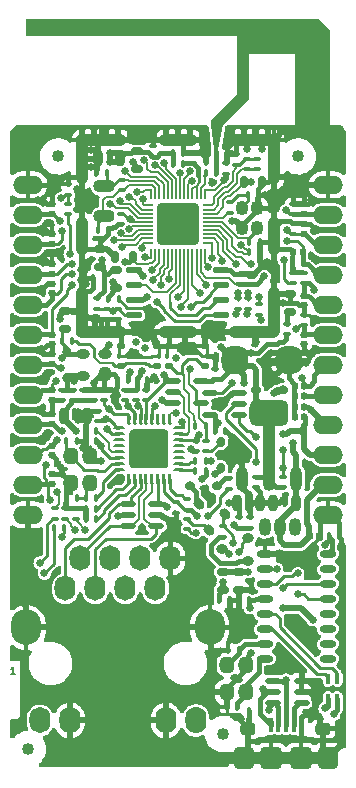
<source format=gtl>
G04 #@! TF.GenerationSoftware,KiCad,Pcbnew,6.0.5-a6ca702e91~116~ubuntu20.04.1*
G04 #@! TF.CreationDate,2024-03-03T00:05:46+03:00*
G04 #@! TF.ProjectId,iot-esp-eth-com,696f742d-6573-4702-9d65-74682d636f6d,rev?*
G04 #@! TF.SameCoordinates,PX3072580PYa990340*
G04 #@! TF.FileFunction,Copper,L1,Top*
G04 #@! TF.FilePolarity,Positive*
%FSLAX46Y46*%
G04 Gerber Fmt 4.6, Leading zero omitted, Abs format (unit mm)*
G04 Created by KiCad (PCBNEW 6.0.5-a6ca702e91~116~ubuntu20.04.1) date 2024-03-03 00:05:46*
%MOMM*%
%LPD*%
G01*
G04 APERTURE LIST*
G04 Aperture macros list*
%AMRoundRect*
0 Rectangle with rounded corners*
0 $1 Rounding radius*
0 $2 $3 $4 $5 $6 $7 $8 $9 X,Y pos of 4 corners*
0 Add a 4 corners polygon primitive as box body*
4,1,4,$2,$3,$4,$5,$6,$7,$8,$9,$2,$3,0*
0 Add four circle primitives for the rounded corners*
1,1,$1+$1,$2,$3*
1,1,$1+$1,$4,$5*
1,1,$1+$1,$6,$7*
1,1,$1+$1,$8,$9*
0 Add four rect primitives between the rounded corners*
20,1,$1+$1,$2,$3,$4,$5,0*
20,1,$1+$1,$4,$5,$6,$7,0*
20,1,$1+$1,$6,$7,$8,$9,0*
20,1,$1+$1,$8,$9,$2,$3,0*%
%AMHorizOval*
0 Thick line with rounded ends*
0 $1 width*
0 $2 $3 position (X,Y) of the first rounded end (center of the circle)*
0 $4 $5 position (X,Y) of the second rounded end (center of the circle)*
0 Add line between two ends*
20,1,$1,$2,$3,$4,$5,0*
0 Add two circle primitives to create the rounded ends*
1,1,$1,$2,$3*
1,1,$1,$4,$5*%
G04 Aperture macros list end*
G04 #@! TA.AperFunction,NonConductor*
%ADD10C,0.000000*%
G04 #@! TD*
%ADD11C,0.127000*%
G04 #@! TA.AperFunction,NonConductor*
%ADD12C,0.127000*%
G04 #@! TD*
G04 #@! TA.AperFunction,SMDPad,CuDef*
%ADD13RoundRect,0.254000X-0.254000X0.063500X-0.254000X-0.063500X0.254000X-0.063500X0.254000X0.063500X0*%
G04 #@! TD*
G04 #@! TA.AperFunction,SMDPad,CuDef*
%ADD14RoundRect,0.254000X0.254000X-0.063500X0.254000X0.063500X-0.254000X0.063500X-0.254000X-0.063500X0*%
G04 #@! TD*
G04 #@! TA.AperFunction,SMDPad,CuDef*
%ADD15RoundRect,0.152400X0.038100X0.165100X-0.038100X0.165100X-0.038100X-0.165100X0.038100X-0.165100X0*%
G04 #@! TD*
G04 #@! TA.AperFunction,SMDPad,CuDef*
%ADD16O,1.399540X0.599440*%
G04 #@! TD*
G04 #@! TA.AperFunction,SMDPad,CuDef*
%ADD17RoundRect,0.152400X-0.165100X0.038100X-0.165100X-0.038100X0.165100X-0.038100X0.165100X0.038100X0*%
G04 #@! TD*
G04 #@! TA.AperFunction,SMDPad,CuDef*
%ADD18O,1.016000X2.032000*%
G04 #@! TD*
G04 #@! TA.AperFunction,SMDPad,CuDef*
%ADD19RoundRect,0.539750X-1.111250X0.539750X-1.111250X-0.539750X1.111250X-0.539750X1.111250X0.539750X0*%
G04 #@! TD*
G04 #@! TA.AperFunction,SMDPad,CuDef*
%ADD20RoundRect,0.152400X0.165100X-0.038100X0.165100X0.038100X-0.165100X0.038100X-0.165100X-0.038100X0*%
G04 #@! TD*
G04 #@! TA.AperFunction,SMDPad,CuDef*
%ADD21RoundRect,0.508000X-0.127000X0.190500X-0.127000X-0.190500X0.127000X-0.190500X0.127000X0.190500X0*%
G04 #@! TD*
G04 #@! TA.AperFunction,SMDPad,CuDef*
%ADD22RoundRect,0.152400X-0.038100X-0.165100X0.038100X-0.165100X0.038100X0.165100X-0.038100X0.165100X0*%
G04 #@! TD*
G04 #@! TA.AperFunction,SMDPad,CuDef*
%ADD23RoundRect,0.508000X0.127000X-0.190500X0.127000X0.190500X-0.127000X0.190500X-0.127000X-0.190500X0*%
G04 #@! TD*
G04 #@! TA.AperFunction,SMDPad,CuDef*
%ADD24O,0.381000X1.270000*%
G04 #@! TD*
G04 #@! TA.AperFunction,SMDPad,CuDef*
%ADD25RoundRect,0.444500X-0.444500X0.508000X-0.444500X-0.508000X0.444500X-0.508000X0.444500X0.508000X0*%
G04 #@! TD*
G04 #@! TA.AperFunction,SMDPad,CuDef*
%ADD26RoundRect,0.476250X-0.476250X0.476250X-0.476250X-0.476250X0.476250X-0.476250X0.476250X0.476250X0*%
G04 #@! TD*
G04 #@! TA.AperFunction,SMDPad,CuDef*
%ADD27RoundRect,0.254000X-0.381000X0.254000X-0.381000X-0.254000X0.381000X-0.254000X0.381000X0.254000X0*%
G04 #@! TD*
G04 #@! TA.AperFunction,SMDPad,CuDef*
%ADD28RoundRect,0.406400X-0.482600X0.101600X-0.482600X-0.101600X0.482600X-0.101600X0.482600X0.101600X0*%
G04 #@! TD*
G04 #@! TA.AperFunction,SMDPad,CuDef*
%ADD29RoundRect,0.254000X0.063500X0.254000X-0.063500X0.254000X-0.063500X-0.254000X0.063500X-0.254000X0*%
G04 #@! TD*
G04 #@! TA.AperFunction,SMDPad,CuDef*
%ADD30O,0.254000X1.016000*%
G04 #@! TD*
G04 #@! TA.AperFunction,SMDPad,CuDef*
%ADD31O,1.016000X0.254000*%
G04 #@! TD*
G04 #@! TA.AperFunction,SMDPad,CuDef*
%ADD32RoundRect,0.330200X-1.320800X-1.320800X1.320800X-1.320800X1.320800X1.320800X-1.320800X1.320800X0*%
G04 #@! TD*
G04 #@! TA.AperFunction,ComponentPad*
%ADD33C,0.609600*%
G04 #@! TD*
G04 #@! TA.AperFunction,SMDPad,CuDef*
%ADD34RoundRect,0.335280X0.083820X0.363220X-0.083820X0.363220X-0.083820X-0.363220X0.083820X-0.363220X0*%
G04 #@! TD*
G04 #@! TA.AperFunction,SMDPad,CuDef*
%ADD35C,1.016000*%
G04 #@! TD*
G04 #@! TA.AperFunction,SMDPad,CuDef*
%ADD36RoundRect,0.254000X-0.063500X-0.254000X0.063500X-0.254000X0.063500X0.254000X-0.063500X0.254000X0*%
G04 #@! TD*
G04 #@! TA.AperFunction,SMDPad,CuDef*
%ADD37RoundRect,0.203200X-0.050800X-0.114300X0.050800X-0.114300X0.050800X0.114300X-0.050800X0.114300X0*%
G04 #@! TD*
G04 #@! TA.AperFunction,SMDPad,CuDef*
%ADD38O,0.762000X0.914400*%
G04 #@! TD*
G04 #@! TA.AperFunction,SMDPad,CuDef*
%ADD39RoundRect,0.203200X0.114300X-0.050800X0.114300X0.050800X-0.114300X0.050800X-0.114300X-0.050800X0*%
G04 #@! TD*
G04 #@! TA.AperFunction,SMDPad,CuDef*
%ADD40RoundRect,0.335280X-0.083820X-0.363220X0.083820X-0.363220X0.083820X0.363220X-0.083820X0.363220X0*%
G04 #@! TD*
G04 #@! TA.AperFunction,SMDPad,CuDef*
%ADD41O,1.320800X0.508000*%
G04 #@! TD*
G04 #@! TA.AperFunction,ComponentPad*
%ADD42O,1.016000X1.524000*%
G04 #@! TD*
G04 #@! TA.AperFunction,SMDPad,CuDef*
%ADD43O,0.406400X0.914400*%
G04 #@! TD*
G04 #@! TA.AperFunction,SMDPad,CuDef*
%ADD44O,0.914400X0.762000*%
G04 #@! TD*
G04 #@! TA.AperFunction,SMDPad,CuDef*
%ADD45O,1.016000X0.812800*%
G04 #@! TD*
G04 #@! TA.AperFunction,SMDPad,CuDef*
%ADD46RoundRect,0.203200X-0.114300X0.050800X-0.114300X-0.050800X0.114300X-0.050800X0.114300X0.050800X0*%
G04 #@! TD*
G04 #@! TA.AperFunction,SMDPad,CuDef*
%ADD47O,0.762000X0.558800*%
G04 #@! TD*
G04 #@! TA.AperFunction,SMDPad,CuDef*
%ADD48O,0.355600X0.635000*%
G04 #@! TD*
G04 #@! TA.AperFunction,ComponentPad*
%ADD49O,2.540000X1.524000*%
G04 #@! TD*
G04 #@! TA.AperFunction,SMDPad,CuDef*
%ADD50RoundRect,0.914400X-0.228600X-0.292100X0.228600X-0.292100X0.228600X0.292100X-0.228600X0.292100X0*%
G04 #@! TD*
G04 #@! TA.AperFunction,SMDPad,CuDef*
%ADD51RoundRect,0.203200X0.050800X0.114300X-0.050800X0.114300X-0.050800X-0.114300X0.050800X-0.114300X0*%
G04 #@! TD*
G04 #@! TA.AperFunction,SMDPad,CuDef*
%ADD52O,1.371600X0.558800*%
G04 #@! TD*
G04 #@! TA.AperFunction,SMDPad,CuDef*
%ADD53O,1.143000X1.270000*%
G04 #@! TD*
G04 #@! TA.AperFunction,SMDPad,CuDef*
%ADD54O,1.143000X0.838200*%
G04 #@! TD*
G04 #@! TA.AperFunction,SMDPad,CuDef*
%ADD55HorizOval,0.812800X-0.071842X0.071842X0.071842X-0.071842X0*%
G04 #@! TD*
G04 #@! TA.AperFunction,SMDPad,CuDef*
%ADD56RoundRect,0.406400X-0.101600X0.165100X-0.101600X-0.165100X0.101600X-0.165100X0.101600X0.165100X0*%
G04 #@! TD*
G04 #@! TA.AperFunction,SMDPad,CuDef*
%ADD57O,0.177800X0.889000*%
G04 #@! TD*
G04 #@! TA.AperFunction,SMDPad,CuDef*
%ADD58O,0.889000X0.177800*%
G04 #@! TD*
G04 #@! TA.AperFunction,SMDPad,CuDef*
%ADD59RoundRect,0.355600X1.422400X1.422400X-1.422400X1.422400X-1.422400X-1.422400X1.422400X-1.422400X0*%
G04 #@! TD*
G04 #@! TA.AperFunction,ComponentPad*
%ADD60O,1.778000X2.159000*%
G04 #@! TD*
G04 #@! TA.AperFunction,ComponentPad*
%ADD61O,1.778000X2.209800*%
G04 #@! TD*
G04 #@! TA.AperFunction,ComponentPad*
%ADD62O,1.778000X2.286000*%
G04 #@! TD*
G04 #@! TA.AperFunction,ComponentPad*
%ADD63O,2.540000X3.048000*%
G04 #@! TD*
G04 #@! TA.AperFunction,SMDPad,CuDef*
%ADD64O,4.318000X1.016000*%
G04 #@! TD*
G04 #@! TA.AperFunction,SMDPad,CuDef*
%ADD65O,1.016000X4.318000*%
G04 #@! TD*
G04 #@! TA.AperFunction,SMDPad,CuDef*
%ADD66O,1.016000X3.302000*%
G04 #@! TD*
G04 #@! TA.AperFunction,SMDPad,CuDef*
%ADD67O,3.302000X1.016000*%
G04 #@! TD*
G04 #@! TA.AperFunction,ViaPad*
%ADD68C,0.635000*%
G04 #@! TD*
G04 #@! TA.AperFunction,Conductor*
%ADD69C,0.381000*%
G04 #@! TD*
G04 #@! TA.AperFunction,Conductor*
%ADD70C,0.508000*%
G04 #@! TD*
G04 #@! TA.AperFunction,Conductor*
%ADD71C,0.254000*%
G04 #@! TD*
G04 #@! TA.AperFunction,Conductor*
%ADD72C,1.016000*%
G04 #@! TD*
G04 #@! TA.AperFunction,Conductor*
%ADD73C,0.177800*%
G04 #@! TD*
G04 #@! TA.AperFunction,Conductor*
%ADD74C,0.203200*%
G04 #@! TD*
G04 APERTURE END LIST*
D10*
G36*
X18135600Y52806600D02*
G01*
X17805400Y52806600D01*
X17526000Y54864000D01*
X18516600Y54864000D01*
X18135600Y52806600D01*
G37*
G36*
X17094200Y50342800D02*
G01*
X16941800Y50342800D01*
X16891000Y50622200D01*
X17272000Y50622200D01*
X17094200Y50342800D01*
G37*
G36*
X27635200Y62865000D02*
G01*
X27635200Y54838600D01*
X24638000Y54838600D01*
X24638000Y60858400D01*
X20726400Y60858400D01*
X20726400Y57073800D01*
X18516600Y54864000D01*
X17526000Y54864000D01*
X17526000Y55295800D01*
X19735800Y57505600D01*
X19735800Y62357000D01*
X1828800Y62357000D01*
X1828800Y63855600D01*
X26644600Y63855600D01*
X27635200Y62865000D01*
G37*
D11*
D12*
X943428Y8348739D02*
X580571Y8348739D01*
X762000Y8348739D02*
X762000Y8983739D01*
X701523Y8893024D01*
X641047Y8832548D01*
X580571Y8802310D01*
D13*
G04 #@! TO.P,C22,1*
G04 #@! TO.N,+3.3VMCU*
X11303000Y52654200D03*
G04 #@! TO.P,C22,2*
G04 #@! TO.N,GND*
X11303000Y51130200D03*
G04 #@! TD*
D14*
G04 #@! TO.P,L81,1,1*
G04 #@! TO.N,Net-(C81-Pad1)*
X18542000Y15494000D03*
G04 #@! TO.P,L81,2,2*
G04 #@! TO.N,+5VUSB*
X18542000Y17018000D03*
G04 #@! TD*
G04 #@! TO.P,L2,1,1*
G04 #@! TO.N,+3.3V*
X9525000Y41021000D03*
G04 #@! TO.P,L2,2,2*
G04 #@! TO.N,+3.3VMCU*
X9525000Y42545000D03*
G04 #@! TD*
D15*
G04 #@! TO.P,C87,1*
G04 #@! TO.N,+3.3VUSB*
X20764500Y14605000D03*
G04 #@! TO.P,C87,2*
G04 #@! TO.N,GND*
X19875500Y14605000D03*
G04 #@! TD*
D16*
G04 #@! TO.P,U81,1,GND*
G04 #@! TO.N,GND*
X22098000Y18542000D03*
G04 #@! TO.P,U81,2,TXD*
G04 #@! TO.N,RXD0U*
X22098000Y17272000D03*
G04 #@! TO.P,U81,3,RXD*
G04 #@! TO.N,TXD0*
X22098000Y16002000D03*
G04 #@! TO.P,U81,4,V3*
G04 #@! TO.N,+3.3VUSB*
X22098000Y14732000D03*
G04 #@! TO.P,U81,5,UD+*
G04 #@! TO.N,/misc/USB_DP*
X22098000Y13462000D03*
G04 #@! TO.P,U81,6,UD-*
G04 #@! TO.N,/misc/USB_DM*
X22098000Y12192000D03*
G04 #@! TO.P,U81,7,XI*
G04 #@! TO.N,/misc/XI*
X22098000Y10922000D03*
G04 #@! TO.P,U81,8,XO*
G04 #@! TO.N,/misc/XO*
X22098000Y9652000D03*
G04 #@! TO.P,U81,9,~{CTS}*
G04 #@! TO.N,unconnected-(U81-Pad9)*
X27432000Y9652000D03*
G04 #@! TO.P,U81,10,~{DSR}*
G04 #@! TO.N,unconnected-(U81-Pad10)*
X27432000Y10922000D03*
G04 #@! TO.P,U81,11,~{RI}*
G04 #@! TO.N,unconnected-(U81-Pad11)*
X27432000Y12192000D03*
G04 #@! TO.P,U81,12,~{DCD}*
G04 #@! TO.N,unconnected-(U81-Pad12)*
X27432000Y13462000D03*
G04 #@! TO.P,U81,13,~{DTR}*
G04 #@! TO.N,Net-(Q81-Pad2)*
X27432000Y14732000D03*
G04 #@! TO.P,U81,14,~{RTS}*
G04 #@! TO.N,Net-(Q82-Pad2)*
X27432000Y16002000D03*
G04 #@! TO.P,U81,15,R232*
G04 #@! TO.N,unconnected-(U81-Pad15)*
X27432000Y17272000D03*
G04 #@! TO.P,U81,16,VCC*
G04 #@! TO.N,+3.3VUSB*
X27432000Y18542000D03*
G04 #@! TD*
D17*
G04 #@! TO.P,C7,1*
G04 #@! TO.N,Net-(C6-Pad2)*
X21463000Y52006500D03*
G04 #@! TO.P,C7,2*
G04 #@! TO.N,Net-(C7-Pad2)*
X21463000Y51117500D03*
G04 #@! TD*
G04 #@! TO.P,R72,1*
G04 #@! TO.N,GND*
X8509000Y32448500D03*
G04 #@! TO.P,R72,2*
G04 #@! TO.N,/network/LED0*
X8509000Y31559500D03*
G04 #@! TD*
G04 #@! TO.P,C24,1*
G04 #@! TO.N,VIO*
X8763000Y39306500D03*
G04 #@! TO.P,C24,2*
G04 #@! TO.N,GND*
X8763000Y38417500D03*
G04 #@! TD*
D18*
G04 #@! TO.P,U41,1,GND*
G04 #@! TO.N,GND*
X20193000Y24892000D03*
G04 #@! TO.P,U41,2,Vout*
G04 #@! TO.N,+3.3V*
X22479000Y24892000D03*
G04 #@! TO.P,U41,3,Vin*
G04 #@! TO.N,+5V*
X24765000Y24892000D03*
D19*
G04 #@! TO.P,U41,4,Tab*
G04 #@! TO.N,+3.3V*
X22479000Y30480000D03*
G04 #@! TD*
D13*
G04 #@! TO.P,D42,1,A*
G04 #@! TO.N,Net-(D42-Pad1)*
X24257000Y38989000D03*
G04 #@! TO.P,D42,2,K*
G04 #@! TO.N,GND*
X24257000Y40513000D03*
G04 #@! TD*
D14*
G04 #@! TO.P,C18,1*
G04 #@! TO.N,+3.3VMCU*
X8128000Y42824400D03*
G04 #@! TO.P,C18,2*
G04 #@! TO.N,GND*
X8128000Y44348400D03*
G04 #@! TD*
D20*
G04 #@! TO.P,C62,1*
G04 #@! TO.N,/network/TDC*
X5207000Y21526500D03*
G04 #@! TO.P,C62,2*
G04 #@! TO.N,GND*
X5207000Y22415500D03*
G04 #@! TD*
D21*
G04 #@! TO.P,X81,1,A*
G04 #@! TO.N,/misc/XI*
X18859500Y9144000D03*
G04 #@! TO.P,X81,2,GND*
G04 #@! TO.N,GND*
X18859500Y6858000D03*
G04 #@! TO.P,X81,3,B*
G04 #@! TO.N,/misc/XO*
X20510500Y6858000D03*
G04 #@! TO.P,X81,4,GND*
G04 #@! TO.N,GND*
X20510500Y9144000D03*
G04 #@! TD*
D22*
G04 #@! TO.P,C12,1*
G04 #@! TO.N,Net-(C12-Pad1)*
X20637500Y48895000D03*
G04 #@! TO.P,C12,2*
G04 #@! TO.N,GND*
X21526500Y48895000D03*
G04 #@! TD*
D17*
G04 #@! TO.P,C25,1*
G04 #@! TO.N,VIO*
X9652000Y39306500D03*
G04 #@! TO.P,C25,2*
G04 #@! TO.N,GND*
X9652000Y38417500D03*
G04 #@! TD*
G04 #@! TO.P,C10,1*
G04 #@! TO.N,GND*
X19939000Y42278300D03*
G04 #@! TO.P,C10,2*
G04 #@! TO.N,+3.3VMCU*
X19939000Y41389300D03*
G04 #@! TD*
D23*
G04 #@! TO.P,X61,1,A*
G04 #@! TO.N,Net-(C69-Pad1)*
X7302500Y24511000D03*
G04 #@! TO.P,X61,2,GND*
G04 #@! TO.N,GND*
X7302500Y26797000D03*
G04 #@! TO.P,X61,3,B*
G04 #@! TO.N,/network/CKXTAL1*
X5651500Y26797000D03*
G04 #@! TO.P,X61,4,GND*
G04 #@! TO.N,GND*
X5651500Y24511000D03*
G04 #@! TD*
D17*
G04 #@! TO.P,C3,1*
G04 #@! TO.N,GND*
X18796000Y51625500D03*
G04 #@! TO.P,C3,2*
G04 #@! TO.N,+3.3VMCU*
X18796000Y50736500D03*
G04 #@! TD*
G04 #@! TO.P,C65,1*
G04 #@! TO.N,+3.3VETH*
X14605000Y22923500D03*
G04 #@! TO.P,C65,2*
G04 #@! TO.N,GND*
X14605000Y22034500D03*
G04 #@! TD*
D24*
G04 #@! TO.P,J81,1,VCC*
G04 #@! TO.N,Net-(C81-Pad1)*
X22575520Y4064000D03*
G04 #@! TO.P,J81,2,D-*
G04 #@! TO.N,/misc/USBE_DM*
X23228300Y4064000D03*
G04 #@! TO.P,J81,3,D+*
G04 #@! TO.N,/misc/USBE_DP*
X23876000Y4064000D03*
G04 #@! TO.P,J81,4,ID*
G04 #@! TO.N,Net-(D81-Pad1)*
X24523700Y4064000D03*
G04 #@! TO.P,J81,5,GND*
G04 #@! TO.N,GND*
X25176480Y4064000D03*
D25*
G04 #@! TO.P,J81,6,CH*
X20320000Y1270000D03*
D26*
X25146000Y1270000D03*
D27*
X27051000Y3759200D03*
D25*
X27432000Y1270000D03*
D27*
X20701000Y3759200D03*
D26*
X22606000Y1270000D03*
G04 #@! TD*
D17*
G04 #@! TO.P,R51,1*
G04 #@! TO.N,GND*
X24511000Y42354500D03*
G04 #@! TO.P,R51,2*
G04 #@! TO.N,GPIO34*
X24511000Y41465500D03*
G04 #@! TD*
D22*
G04 #@! TO.P,R69,1*
G04 #@! TO.N,/network/ERXD1*
X16192500Y26416000D03*
G04 #@! TO.P,R69,2*
G04 #@! TO.N,ETHRXD1*
X17081500Y26416000D03*
G04 #@! TD*
D28*
G04 #@! TO.P,X2,1,A*
G04 #@! TO.N,/cpu/32K_XP*
X8509000Y49657000D03*
G04 #@! TO.P,X2,2,B*
G04 #@! TO.N,/cpu/32K_XN*
X8509000Y47117000D03*
G04 #@! TD*
D22*
G04 #@! TO.P,R31,1*
G04 #@! TO.N,GND*
X9588500Y33274000D03*
G04 #@! TO.P,R31,2*
G04 #@! TO.N,~{RESET}*
X10477500Y33274000D03*
G04 #@! TD*
D20*
G04 #@! TO.P,C73,1*
G04 #@! TO.N,+3.3VETH*
X7620000Y31559500D03*
G04 #@! TO.P,C73,2*
G04 #@! TO.N,GND*
X7620000Y32448500D03*
G04 #@! TD*
D29*
G04 #@! TO.P,C11,1*
G04 #@! TO.N,VIO*
X10922000Y43688000D03*
G04 #@! TO.P,C11,2*
G04 #@! TO.N,GND*
X9398000Y43688000D03*
G04 #@! TD*
D30*
G04 #@! TO.P,U61,1,RSET*
G04 #@! TO.N,Net-(R64-Pad1)*
X10566400Y24892000D03*
G04 #@! TO.P,U61,2,AVDD10OUT*
G04 #@! TO.N,Net-(C64-Pad1)*
X11074400Y24892000D03*
G04 #@! TO.P,U61,3,MDI+0*
G04 #@! TO.N,/network/TD+*
X11569700Y24892000D03*
G04 #@! TO.P,U61,4,MDI-0*
G04 #@! TO.N,/network/TD-*
X12065000Y24892000D03*
G04 #@! TO.P,U61,5,MDI+1*
G04 #@! TO.N,/network/RD+*
X12573000Y24892000D03*
G04 #@! TO.P,U61,6,MDI-1*
G04 #@! TO.N,/network/RD-*
X13068300Y24892000D03*
G04 #@! TO.P,U61,7,AVDD33*
G04 #@! TO.N,+3.3VETH*
X13563600Y24892000D03*
G04 #@! TO.P,U61,8,RXDV*
G04 #@! TO.N,/network/RXDV*
X14071600Y24892000D03*
D31*
G04 #@! TO.P,U61,9,RXD0*
G04 #@! TO.N,/network/ERXD0*
X14859000Y25679400D03*
G04 #@! TO.P,U61,10,RXD1*
G04 #@! TO.N,/network/ERXD1*
X14859000Y26187400D03*
G04 #@! TO.P,U61,11,RXD2/~{INT}*
G04 #@! TO.N,unconnected-(U61-Pad11)*
X14859000Y26682700D03*
G04 #@! TO.P,U61,12,RXD3/CLK_CTL*
G04 #@! TO.N,unconnected-(U61-Pad12)*
X14859000Y27178000D03*
G04 #@! TO.P,U61,13,RXC*
G04 #@! TO.N,unconnected-(U61-Pad13)*
X14859000Y27686000D03*
G04 #@! TO.P,U61,14,DVDD33*
G04 #@! TO.N,+3.3VETH*
X14859000Y28181300D03*
G04 #@! TO.P,U61,15,TXC*
G04 #@! TO.N,/network/TXC*
X14859000Y28676600D03*
G04 #@! TO.P,U61,16,TXD0*
G04 #@! TO.N,ETHTXD0*
X14859000Y29184600D03*
D30*
G04 #@! TO.P,U61,17,TXD1*
G04 #@! TO.N,ETHTXD1*
X14071600Y29972000D03*
G04 #@! TO.P,U61,18,TXD2*
G04 #@! TO.N,unconnected-(U61-Pad18)*
X13563600Y29972000D03*
G04 #@! TO.P,U61,19,TXD3*
G04 #@! TO.N,unconnected-(U61-Pad19)*
X13068300Y29972000D03*
G04 #@! TO.P,U61,20,TXEN*
G04 #@! TO.N,ETHTXEN*
X12573000Y29972000D03*
G04 #@! TO.P,U61,21,~{PHYRST}*
G04 #@! TO.N,~{ETHRST}*
X12065000Y29972000D03*
G04 #@! TO.P,U61,22,MDC*
G04 #@! TO.N,ETHMDC*
X11569700Y29972000D03*
G04 #@! TO.P,U61,23,MDIO*
G04 #@! TO.N,ETHMDIO*
X11074400Y29972000D03*
G04 #@! TO.P,U61,24,LED0/PHYAD0/~{PME}*
G04 #@! TO.N,/network/LED0*
X10566400Y29972000D03*
D31*
G04 #@! TO.P,U61,25,LED1/PHYAD1*
G04 #@! TO.N,/network/LED1*
X9779000Y29184600D03*
G04 #@! TO.P,U61,26,CRS/CRS_DV*
G04 #@! TO.N,ETHCRS*
X9779000Y28676600D03*
G04 #@! TO.P,U61,27,COL*
G04 #@! TO.N,unconnected-(U61-Pad27)*
X9779000Y28181300D03*
G04 #@! TO.P,U61,28,RXER/FXEN*
G04 #@! TO.N,unconnected-(U61-Pad28)*
X9779000Y27686000D03*
G04 #@! TO.P,U61,29,DVDD10OUT*
G04 #@! TO.N,Net-(C67-Pad1)*
X9779000Y27178000D03*
G04 #@! TO.P,U61,30,AVDD33*
G04 #@! TO.N,+3.3VETH*
X9779000Y26682700D03*
G04 #@! TO.P,U61,31,CKXTAL1*
G04 #@! TO.N,/network/CKXTAL1*
X9779000Y26187400D03*
G04 #@! TO.P,U61,32,CKXTAL2*
G04 #@! TO.N,/network/CKXTAL2*
X9779000Y25679400D03*
D32*
G04 #@! TO.P,U61,33,GND*
G04 #@! TO.N,GND*
X12319000Y27432000D03*
D33*
X11049000Y27432000D03*
X12319000Y27432000D03*
X13589000Y27432000D03*
X12319000Y26162000D03*
X12319000Y28702000D03*
X13589000Y26162000D03*
X11049000Y26162000D03*
X13589000Y28702000D03*
X11049000Y28702000D03*
G04 #@! TD*
D22*
G04 #@! TO.P,C23,1*
G04 #@! TO.N,+3.3VMCU*
X14287500Y52451000D03*
G04 #@! TO.P,C23,2*
G04 #@! TO.N,GND*
X15176500Y52451000D03*
G04 #@! TD*
G04 #@! TO.P,C15,1*
G04 #@! TO.N,/cpu/32K_XN*
X7937500Y45974000D03*
G04 #@! TO.P,C15,2*
G04 #@! TO.N,GND*
X8826500Y45974000D03*
G04 #@! TD*
D17*
G04 #@! TO.P,C66,1*
G04 #@! TO.N,+3.3VETH*
X16256000Y28130500D03*
G04 #@! TO.P,C66,2*
G04 #@! TO.N,GND*
X16256000Y27241500D03*
G04 #@! TD*
G04 #@! TO.P,C5,1*
G04 #@! TO.N,+3.3VMCU*
X9931400Y47358300D03*
G04 #@! TO.P,C5,2*
G04 #@! TO.N,GND*
X9931400Y46469300D03*
G04 #@! TD*
D34*
G04 #@! TO.P,C21,1*
G04 #@! TO.N,+3.3VMCU*
X9842500Y52070000D03*
G04 #@! TO.P,C21,2*
G04 #@! TO.N,GND*
X7937500Y52070000D03*
G04 #@! TD*
D35*
G04 #@! TO.P,FD4,*
G04 #@! TO.N,*
X18542000Y3302000D03*
G04 #@! TD*
D36*
G04 #@! TO.P,C8,1*
G04 #@! TO.N,+3.3VMCU*
X20320000Y50038000D03*
G04 #@! TO.P,C8,2*
G04 #@! TO.N,GND*
X21844000Y50038000D03*
G04 #@! TD*
D37*
G04 #@! TO.P,D107,1,A*
G04 #@! TO.N,GND*
X24612600Y31877000D03*
G04 #@! TO.P,D107,2,A*
G04 #@! TO.N,TXD0*
X25425400Y31877000D03*
G04 #@! TD*
D17*
G04 #@! TO.P,R56,1*
G04 #@! TO.N,GND*
X24511000Y48196500D03*
G04 #@! TO.P,R56,2*
G04 #@! TO.N,GPIO39*
X24511000Y47307500D03*
G04 #@! TD*
D38*
G04 #@! TO.P,D82,1,A*
G04 #@! TO.N,Net-(D82-Pad1)*
X18338800Y28041600D03*
G04 #@! TO.P,D82,2,K*
G04 #@! TO.N,Net-(D82-Pad2)*
X18338800Y25806400D03*
G04 #@! TD*
D15*
G04 #@! TO.P,R64,1*
G04 #@! TO.N,Net-(R64-Pad1)*
X7810500Y22352000D03*
G04 #@! TO.P,R64,2*
G04 #@! TO.N,GND*
X6921500Y22352000D03*
G04 #@! TD*
D39*
G04 #@! TO.P,D95,1,A*
G04 #@! TO.N,GND*
X4064000Y36296600D03*
G04 #@! TO.P,D95,2,A*
G04 #@! TO.N,GPIO2*
X4064000Y37109400D03*
G04 #@! TD*
D15*
G04 #@! TO.P,C81,1*
G04 #@! TO.N,Net-(C81-Pad1)*
X21653500Y5207000D03*
G04 #@! TO.P,C81,2*
G04 #@! TO.N,GND*
X20764500Y5207000D03*
G04 #@! TD*
G04 #@! TO.P,C69,1*
G04 #@! TO.N,Net-(C69-Pad1)*
X6159500Y23241000D03*
G04 #@! TO.P,C69,2*
G04 #@! TO.N,GND*
X5270500Y23241000D03*
G04 #@! TD*
D40*
G04 #@! TO.P,C89,1*
G04 #@! TO.N,+3.3VUSB*
X19748500Y22860000D03*
G04 #@! TO.P,C89,2*
G04 #@! TO.N,GND*
X21653500Y22860000D03*
G04 #@! TD*
D22*
G04 #@! TO.P,C70,1*
G04 #@! TO.N,/network/CKXTAL1*
X5270500Y28067000D03*
G04 #@! TO.P,C70,2*
G04 #@! TO.N,GND*
X6159500Y28067000D03*
G04 #@! TD*
D17*
G04 #@! TO.P,R7,1*
G04 #@! TO.N,/cpu/ETXD0*
X19812000Y40195500D03*
G04 #@! TO.P,R7,2*
G04 #@! TO.N,ETHTXD0*
X19812000Y39306500D03*
G04 #@! TD*
D15*
G04 #@! TO.P,C68,1*
G04 #@! TO.N,+3.3VETH*
X7810500Y28067000D03*
G04 #@! TO.P,C68,2*
G04 #@! TO.N,GND*
X6921500Y28067000D03*
G04 #@! TD*
D41*
G04 #@! TO.P,D81,1,IO1*
G04 #@! TO.N,Net-(D81-Pad1)*
X25196800Y5892800D03*
G04 #@! TO.P,D81,2,GND*
G04 #@! TO.N,GND*
X25196800Y6858000D03*
G04 #@! TO.P,D81,3,IO2*
X25196800Y7823200D03*
G04 #@! TO.P,D81,4,IO3*
G04 #@! TO.N,/misc/USBE_DP*
X22758400Y7823200D03*
G04 #@! TO.P,D81,5,VDD*
G04 #@! TO.N,Net-(C81-Pad1)*
X22758400Y6858000D03*
G04 #@! TO.P,D81,6,IO4*
G04 #@! TO.N,/misc/USBE_DM*
X22758400Y5892800D03*
G04 #@! TD*
D20*
G04 #@! TO.P,C2,1*
G04 #@! TO.N,+3.3VW*
X16002000Y51625500D03*
G04 #@! TO.P,C2,2*
G04 #@! TO.N,GND*
X16002000Y52514500D03*
G04 #@! TD*
D15*
G04 #@! TO.P,R6,1*
G04 #@! TO.N,ETHTXC*
X17081500Y29387800D03*
G04 #@! TO.P,R6,2*
G04 #@! TO.N,Net-(R6-Pad2)*
X16192500Y29387800D03*
G04 #@! TD*
G04 #@! TO.P,C1,1*
G04 #@! TO.N,/cpu/ANT*
X17970500Y51689000D03*
G04 #@! TO.P,C1,2*
G04 #@! TO.N,GND*
X17081500Y51689000D03*
G04 #@! TD*
D42*
G04 #@! TO.P,J41,1,Pin_1*
G04 #@! TO.N,+5VUSB*
X22098000Y20828000D03*
G04 #@! TO.P,J41,2,Pin_2*
G04 #@! TO.N,+5V*
X23368000Y20828000D03*
G04 #@! TO.P,J41,3,Pin_3*
G04 #@! TO.N,unconnected-(J41-Pad3)*
X24638000Y20828000D03*
G04 #@! TD*
D43*
G04 #@! TO.P,T81,1,1*
G04 #@! TO.N,/misc/USBE_DM*
X27406600Y6248400D03*
G04 #@! TO.P,T81,2,2*
G04 #@! TO.N,/misc/USB_DM*
X27406600Y7975600D03*
G04 #@! TO.P,T81,3,3*
G04 #@! TO.N,/misc/USB_DP*
X28219400Y7975600D03*
G04 #@! TO.P,T81,4,4*
G04 #@! TO.N,/misc/USBE_DP*
X28219400Y6248400D03*
G04 #@! TD*
D44*
G04 #@! TO.P,D41,1,A*
G04 #@! TO.N,+3.3V*
X21361400Y32385000D03*
G04 #@! TO.P,D41,2,K*
G04 #@! TO.N,+5V*
X23596600Y32385000D03*
G04 #@! TD*
D45*
G04 #@! TO.P,Q81,1,B*
G04 #@! TO.N,Net-(Q81-Pad1)*
X20657820Y17970500D03*
G04 #@! TO.P,Q81,2,E*
G04 #@! TO.N,Net-(Q81-Pad2)*
X20657820Y19875500D03*
G04 #@! TO.P,Q81,3,C*
G04 #@! TO.N,Net-(D82-Pad2)*
X18458180Y18923000D03*
G04 #@! TD*
D20*
G04 #@! TO.P,R4,1*
G04 #@! TO.N,/cpu/XTAL_P*
X19177000Y47434500D03*
G04 #@! TO.P,R4,2*
G04 #@! TO.N,Net-(C12-Pad1)*
X19177000Y48323500D03*
G04 #@! TD*
D15*
G04 #@! TO.P,C17,1*
G04 #@! TO.N,+3.3VMCU*
X8445500Y41910000D03*
G04 #@! TO.P,C17,2*
G04 #@! TO.N,GND*
X7556500Y41910000D03*
G04 #@! TD*
D22*
G04 #@! TO.P,C9,1*
G04 #@! TO.N,+3.3VMCU*
X20764500Y44069000D03*
G04 #@! TO.P,C9,2*
G04 #@! TO.N,GND*
X21653500Y44069000D03*
G04 #@! TD*
D17*
G04 #@! TO.P,R2,1*
G04 #@! TO.N,Net-(R2-Pad1)*
X21590000Y39687500D03*
G04 #@! TO.P,R2,2*
G04 #@! TO.N,TXD0*
X21590000Y38798500D03*
G04 #@! TD*
D46*
G04 #@! TO.P,D96,1,A*
G04 #@! TO.N,GND*
X4064000Y35458400D03*
G04 #@! TO.P,D96,2,A*
G04 #@! TO.N,GPIO16*
X4064000Y34645600D03*
G04 #@! TD*
D20*
G04 #@! TO.P,C63,1*
G04 #@! TO.N,/network/RDC*
X6096000Y21526500D03*
G04 #@! TO.P,C63,2*
G04 #@! TO.N,GND*
X6096000Y22415500D03*
G04 #@! TD*
D17*
G04 #@! TO.P,C43,1*
G04 #@! TO.N,+3.3V*
X21336000Y25082500D03*
G04 #@! TO.P,C43,2*
G04 #@! TO.N,GND*
X21336000Y24193500D03*
G04 #@! TD*
D15*
G04 #@! TO.P,C19,1*
G04 #@! TO.N,+3.3VMCU*
X8445500Y41021000D03*
G04 #@! TO.P,C19,2*
G04 #@! TO.N,GND*
X7556500Y41021000D03*
G04 #@! TD*
D20*
G04 #@! TO.P,C4,1*
G04 #@! TO.N,/cpu/CHIP_PU*
X5461000Y48958500D03*
G04 #@! TO.P,C4,2*
G04 #@! TO.N,GND*
X5461000Y49847500D03*
G04 #@! TD*
D46*
G04 #@! TO.P,D94,1,A*
G04 #@! TO.N,GND*
X4064000Y41427400D03*
G04 #@! TO.P,D94,2,A*
G04 #@! TO.N,GPIO15*
X4064000Y40614600D03*
G04 #@! TD*
D22*
G04 #@! TO.P,C90,1*
G04 #@! TO.N,+3.3V*
X17843500Y28956000D03*
G04 #@! TO.P,C90,2*
G04 #@! TO.N,GND*
X18732500Y28956000D03*
G04 #@! TD*
D15*
G04 #@! TO.P,C14,1*
G04 #@! TO.N,/cpu/32K_XP*
X8699500Y50800000D03*
G04 #@! TO.P,C14,2*
G04 #@! TO.N,GND*
X7810500Y50800000D03*
G04 #@! TD*
D35*
G04 #@! TO.P,FD1,*
G04 #@! TO.N,*
X4572000Y52197000D03*
G04 #@! TD*
D17*
G04 #@! TO.P,C6,1*
G04 #@! TO.N,GND*
X19685000Y52387500D03*
G04 #@! TO.P,C6,2*
G04 #@! TO.N,Net-(C6-Pad2)*
X19685000Y51498500D03*
G04 #@! TD*
D44*
G04 #@! TO.P,D83,1,A*
G04 #@! TO.N,Net-(D83-Pad1)*
X18008600Y24257000D03*
G04 #@! TO.P,D83,2,K*
G04 #@! TO.N,Net-(D83-Pad2)*
X15773400Y24257000D03*
G04 #@! TD*
D38*
G04 #@! TO.P,D31,1,A*
G04 #@! TO.N,~{MR}*
X5334000Y35661600D03*
G04 #@! TO.P,D31,2,K*
G04 #@! TO.N,+3.3V*
X5334000Y33426400D03*
G04 #@! TD*
D46*
G04 #@! TO.P,D101,1,A*
G04 #@! TO.N,GND*
X25400000Y48158400D03*
G04 #@! TO.P,D101,2,A*
G04 #@! TO.N,GPIO39*
X25400000Y47345600D03*
G04 #@! TD*
D47*
G04 #@! TO.P,S31,1,1*
G04 #@! TO.N,Net-(R32-Pad2)*
X12954000Y34467800D03*
G04 #@! TO.P,S31,2,2*
X9906000Y34467800D03*
G04 #@! TO.P,S31,3,3*
G04 #@! TO.N,GND*
X12954000Y36144200D03*
G04 #@! TO.P,S31,4,4*
X9906000Y36144200D03*
D48*
G04 #@! TO.P,S31,5,5*
X13131800Y35306000D03*
G04 #@! TO.P,S31,6,6*
X9728200Y35306000D03*
G04 #@! TD*
D13*
G04 #@! TO.P,C83,1*
G04 #@! TO.N,+5VUSB*
X19939000Y17018000D03*
G04 #@! TO.P,C83,2*
G04 #@! TO.N,GND*
X19939000Y15494000D03*
G04 #@! TD*
D15*
G04 #@! TO.P,D1,1,A*
G04 #@! TO.N,GND*
X18859500Y52578000D03*
G04 #@! TO.P,D1,2,A*
G04 #@! TO.N,/cpu/ANT*
X17970500Y52578000D03*
G04 #@! TD*
D39*
G04 #@! TO.P,D99,1,A*
G04 #@! TO.N,GND*
X4064000Y26898600D03*
G04 #@! TO.P,D99,2,A*
G04 #@! TO.N,~{RESET}*
X4064000Y27711400D03*
G04 #@! TD*
D17*
G04 #@! TO.P,L4,1,1*
G04 #@! TO.N,+3.3VMCU*
X7874000Y40195500D03*
G04 #@! TO.P,L4,2,2*
G04 #@! TO.N,VIO*
X7874000Y39306500D03*
G04 #@! TD*
D22*
G04 #@! TO.P,R32,1*
G04 #@! TO.N,~{MR}*
X4889500Y36576000D03*
G04 #@! TO.P,R32,2*
G04 #@! TO.N,Net-(R32-Pad2)*
X5778500Y36576000D03*
G04 #@! TD*
G04 #@! TO.P,C13,1*
G04 #@! TO.N,/cpu/XTAL_N*
X20764500Y44958000D03*
G04 #@! TO.P,C13,2*
G04 #@! TO.N,GND*
X21653500Y44958000D03*
G04 #@! TD*
D17*
G04 #@! TO.P,R84,1*
G04 #@! TO.N,Net-(D83-Pad1)*
X19050000Y24955500D03*
G04 #@! TO.P,R84,2*
G04 #@! TO.N,~{MR}*
X19050000Y24066500D03*
G04 #@! TD*
D20*
G04 #@! TO.P,C86,1*
G04 #@! TO.N,+3.3V*
X20828000Y20764500D03*
G04 #@! TO.P,C86,2*
G04 #@! TO.N,GND*
X20828000Y21653500D03*
G04 #@! TD*
D41*
G04 #@! TO.P,U62,1,OE*
G04 #@! TO.N,~{ETHRST}*
X14274800Y33223200D03*
G04 #@! TO.P,U62,2,A*
G04 #@! TO.N,/network/TXC*
X14274800Y32258000D03*
G04 #@! TO.P,U62,3,GND*
G04 #@! TO.N,GND*
X14274800Y31292800D03*
G04 #@! TO.P,U62,4,Y*
G04 #@! TO.N,ETHTXC*
X16713200Y31292800D03*
G04 #@! TO.P,U62,5,VCC*
G04 #@! TO.N,+3.3V*
X16713200Y33223200D03*
G04 #@! TD*
D37*
G04 #@! TO.P,D109,1,A*
G04 #@! TO.N,GND*
X24612600Y30099000D03*
G04 #@! TO.P,D109,2,A*
G04 #@! TO.N,+3.3V*
X25425400Y30099000D03*
G04 #@! TD*
D20*
G04 #@! TO.P,R41,1*
G04 #@! TO.N,+3.3V*
X24003000Y37147500D03*
G04 #@! TO.P,R41,2*
G04 #@! TO.N,Net-(D42-Pad1)*
X24003000Y38036500D03*
G04 #@! TD*
D14*
G04 #@! TO.P,C32,1*
G04 #@! TO.N,~{MR}*
X5207000Y37592000D03*
G04 #@! TO.P,C32,2*
G04 #@! TO.N,GND*
X5207000Y39116000D03*
G04 #@! TD*
D37*
G04 #@! TO.P,D108,1,A*
G04 #@! TO.N,GND*
X24612600Y30988000D03*
G04 #@! TO.P,D108,2,A*
G04 #@! TO.N,RXD0*
X25425400Y30988000D03*
G04 #@! TD*
D46*
G04 #@! TO.P,D102,1,A*
G04 #@! TO.N,GND*
X25400000Y46475650D03*
G04 #@! TO.P,D102,2,A*
G04 #@! TO.N,GPIO38*
X25400000Y45662850D03*
G04 #@! TD*
D15*
G04 #@! TO.P,C67,1*
G04 #@! TO.N,Net-(C67-Pad1)*
X7810500Y28956000D03*
G04 #@! TO.P,C67,2*
G04 #@! TO.N,GND*
X6921500Y28956000D03*
G04 #@! TD*
G04 #@! TO.P,C64,1*
G04 #@! TO.N,Net-(C64-Pad1)*
X7810500Y21463000D03*
G04 #@! TO.P,C64,2*
G04 #@! TO.N,GND*
X6921500Y21463000D03*
G04 #@! TD*
D17*
G04 #@! TO.P,R67,1*
G04 #@! TO.N,+3.3V*
X11176000Y32448500D03*
G04 #@! TO.P,R67,2*
G04 #@! TO.N,ETHMDC*
X11176000Y31559500D03*
G04 #@! TD*
D41*
G04 #@! TO.P,U82,1,A*
G04 #@! TO.N,RXD0*
X19888200Y30276800D03*
G04 #@! TO.P,U82,2,B*
G04 #@! TO.N,RXD0U*
X19888200Y31242000D03*
G04 #@! TO.P,U82,3,GND*
G04 #@! TO.N,GND*
X19888200Y32207200D03*
G04 #@! TO.P,U82,4,Y*
G04 #@! TO.N,RXD0M*
X17449800Y32207200D03*
G04 #@! TO.P,U82,5,VCC*
G04 #@! TO.N,+3.3V*
X17449800Y30276800D03*
G04 #@! TD*
D17*
G04 #@! TO.P,R81,1*
G04 #@! TO.N,Net-(Q82-Pad2)*
X18542000Y20891500D03*
G04 #@! TO.P,R81,2*
G04 #@! TO.N,Net-(Q81-Pad1)*
X18542000Y20002500D03*
G04 #@! TD*
D35*
G04 #@! TO.P,FD3,*
G04 #@! TO.N,*
X2032000Y2032000D03*
G04 #@! TD*
D22*
G04 #@! TO.P,C31,1*
G04 #@! TO.N,+3.3V*
X11239500Y33274000D03*
G04 #@! TO.P,C31,2*
G04 #@! TO.N,GND*
X12128500Y33274000D03*
G04 #@! TD*
D49*
G04 #@! TO.P,J52,1,Pin_1*
G04 #@! TO.N,GND*
X27432000Y49784000D03*
G04 #@! TO.P,J52,2,Pin_2*
G04 #@! TO.N,GPIO39*
X27432000Y47244000D03*
G04 #@! TO.P,J52,3,Pin_3*
G04 #@! TO.N,GPIO38*
X27432000Y44704000D03*
G04 #@! TO.P,J52,4,Pin_4*
G04 #@! TO.N,GPIO37*
X27432000Y42164000D03*
G04 #@! TO.P,J52,5,Pin_5*
G04 #@! TO.N,GPIO36*
X27432000Y39624000D03*
G04 #@! TO.P,J52,6,Pin_6*
G04 #@! TO.N,GPIO35*
X27432000Y37084000D03*
G04 #@! TO.P,J52,7,Pin_7*
G04 #@! TO.N,GPIO34*
X27432000Y34544000D03*
G04 #@! TO.P,J52,8,Pin_8*
G04 #@! TO.N,TXD0*
X27432000Y32004000D03*
G04 #@! TO.P,J52,9,Pin_9*
G04 #@! TO.N,RXD0*
X27432000Y29464000D03*
G04 #@! TO.P,J52,10,Pin_10*
G04 #@! TO.N,+3.3V*
X27432000Y26924000D03*
G04 #@! TO.P,J52,11,Pin_11*
G04 #@! TO.N,+5V*
X27432000Y24384000D03*
G04 #@! TO.P,J52,12,Pin_12*
G04 #@! TO.N,GND*
X27432000Y21844000D03*
G04 #@! TD*
D50*
G04 #@! TO.P,C42,1*
G04 #@! TO.N,+3.3V*
X19558000Y34925000D03*
G04 #@! TO.P,C42,2*
G04 #@! TO.N,GND*
X24130000Y34925000D03*
G04 #@! TD*
D15*
G04 #@! TO.P,R70,1*
G04 #@! TO.N,/network/CKXTAL2*
X7810500Y23241000D03*
G04 #@! TO.P,R70,2*
G04 #@! TO.N,Net-(C69-Pad1)*
X6921500Y23241000D03*
G04 #@! TD*
D46*
G04 #@! TO.P,D100,1,A*
G04 #@! TO.N,GND*
X4064000Y25298400D03*
G04 #@! TO.P,D100,2,A*
G04 #@! TO.N,~{MR}*
X4064000Y24485600D03*
G04 #@! TD*
D51*
G04 #@! TO.P,D110,1,A*
G04 #@! TO.N,GND*
X26695400Y20066000D03*
G04 #@! TO.P,D110,2,A*
G04 #@! TO.N,+5V*
X25882600Y20066000D03*
G04 #@! TD*
D52*
G04 #@! TO.P,U2,1,~{CS}*
G04 #@! TO.N,/cpu/~{SPICS0}*
X18415000Y38735000D03*
G04 #@! TO.P,U2,2,DO/IO1*
G04 #@! TO.N,/cpu/SPIQ*
X18415000Y40005000D03*
G04 #@! TO.P,U2,3,~{WP}/IO2*
G04 #@! TO.N,/cpu/~{SPIWP}*
X18415000Y41275000D03*
G04 #@! TO.P,U2,4,GND*
G04 #@! TO.N,GND*
X18415000Y42545000D03*
G04 #@! TO.P,U2,5,DI/IO0*
G04 #@! TO.N,/cpu/SPID*
X11049000Y42545000D03*
G04 #@! TO.P,U2,6,CLK*
G04 #@! TO.N,/cpu/SPICLK*
X11049000Y41275000D03*
G04 #@! TO.P,U2,7,~{HOLD}/IO3*
G04 #@! TO.N,/cpu/~{SPIHD}*
X11049000Y40005000D03*
G04 #@! TO.P,U2,8,VCC*
G04 #@! TO.N,VIO*
X11049000Y38735000D03*
G04 #@! TD*
D20*
G04 #@! TO.P,R1,1*
G04 #@! TO.N,Net-(C7-Pad2)*
X20574000Y51117500D03*
G04 #@! TO.P,R1,2*
G04 #@! TO.N,Net-(C6-Pad2)*
X20574000Y52006500D03*
G04 #@! TD*
D17*
G04 #@! TO.P,R71,1*
G04 #@! TO.N,/network/RXDV*
X15494000Y23177500D03*
G04 #@! TO.P,R71,2*
G04 #@! TO.N,+3.3VETH*
X15494000Y22288500D03*
G04 #@! TD*
D20*
G04 #@! TO.P,C74,1*
G04 #@! TO.N,+3.3VETH*
X6731000Y31559500D03*
G04 #@! TO.P,C74,2*
G04 #@! TO.N,GND*
X6731000Y32448500D03*
G04 #@! TD*
G04 #@! TO.P,R82,1*
G04 #@! TO.N,Net-(Q81-Pad2)*
X15494000Y20637500D03*
G04 #@! TO.P,R82,2*
G04 #@! TO.N,Net-(Q82-Pad1)*
X15494000Y21526500D03*
G04 #@! TD*
D17*
G04 #@! TO.P,R63,1*
G04 #@! TO.N,/network/LED0*
X4318000Y22415500D03*
G04 #@! TO.P,R63,2*
G04 #@! TO.N,Net-(J61-Pad9)*
X4318000Y21526500D03*
G04 #@! TD*
D20*
G04 #@! TO.P,L82,1,1*
G04 #@! TO.N,+3.3V*
X19939000Y20764500D03*
G04 #@! TO.P,L82,2,2*
G04 #@! TO.N,+3.3VUSB*
X19939000Y21653500D03*
G04 #@! TD*
D22*
G04 #@! TO.P,R68,1*
G04 #@! TO.N,/network/ERXD0*
X16192500Y25527000D03*
G04 #@! TO.P,R68,2*
G04 #@! TO.N,ETHRXD0*
X17081500Y25527000D03*
G04 #@! TD*
D17*
G04 #@! TO.P,R52,1*
G04 #@! TO.N,GND*
X25400000Y38798500D03*
G04 #@! TO.P,R52,2*
G04 #@! TO.N,GPIO35*
X25400000Y37909500D03*
G04 #@! TD*
D40*
G04 #@! TO.P,C72,1*
G04 #@! TO.N,+3.3VETH*
X5092700Y30226000D03*
G04 #@! TO.P,C72,2*
G04 #@! TO.N,GND*
X6997700Y30226000D03*
G04 #@! TD*
D22*
G04 #@! TO.P,R54,1*
G04 #@! TO.N,GND*
X24447500Y43180000D03*
G04 #@! TO.P,R54,2*
G04 #@! TO.N,GPIO37*
X25336500Y43180000D03*
G04 #@! TD*
D53*
G04 #@! TO.P,U31,1,GND*
G04 #@! TO.N,GND*
X8572500Y33769300D03*
D54*
G04 #@! TO.P,U31,2,~{RESET}*
G04 #@! TO.N,~{RESET}*
X8572500Y35496500D03*
G04 #@! TO.P,U31,3,~{MR}*
G04 #@! TO.N,~{MR}*
X6667500Y35496500D03*
G04 #@! TO.P,U31,4,VCC*
G04 #@! TO.N,+3.3V*
X6667500Y33591500D03*
G04 #@! TD*
D20*
G04 #@! TO.P,R3,1*
G04 #@! TO.N,~{RESET}*
X5461000Y47307500D03*
G04 #@! TO.P,R3,2*
G04 #@! TO.N,/cpu/CHIP_PU*
X5461000Y48196500D03*
G04 #@! TD*
D17*
G04 #@! TO.P,R85,1*
G04 #@! TO.N,RXD0*
X23622000Y25082500D03*
G04 #@! TO.P,R85,2*
G04 #@! TO.N,+3.3V*
X23622000Y24193500D03*
G04 #@! TD*
D39*
G04 #@! TO.P,D104,1,A*
G04 #@! TO.N,GND*
X25400000Y39598600D03*
G04 #@! TO.P,D104,2,A*
G04 #@! TO.N,GPIO36*
X25400000Y40411400D03*
G04 #@! TD*
D46*
G04 #@! TO.P,D91,1,A*
G04 #@! TO.N,GND*
X4064000Y48158400D03*
G04 #@! TO.P,D91,2,A*
G04 #@! TO.N,GPIO14*
X4064000Y47345600D03*
G04 #@! TD*
D39*
G04 #@! TO.P,D105,1,A*
G04 #@! TO.N,GND*
X25400000Y36296600D03*
G04 #@! TO.P,D105,2,A*
G04 #@! TO.N,GPIO35*
X25400000Y37109400D03*
G04 #@! TD*
D49*
G04 #@! TO.P,J51,1,Pin_1*
G04 #@! TO.N,GND*
X2032000Y49784000D03*
G04 #@! TO.P,J51,2,Pin_2*
G04 #@! TO.N,GPIO14*
X2032000Y47244000D03*
G04 #@! TO.P,J51,3,Pin_3*
G04 #@! TO.N,GPIO12*
X2032000Y44704000D03*
G04 #@! TO.P,J51,4,Pin_4*
G04 #@! TO.N,GPIO13*
X2032000Y42164000D03*
G04 #@! TO.P,J51,5,Pin_5*
G04 #@! TO.N,GPIO15*
X2032000Y39624000D03*
G04 #@! TO.P,J51,6,Pin_6*
G04 #@! TO.N,GPIO2*
X2032000Y37084000D03*
G04 #@! TO.P,J51,7,Pin_7*
G04 #@! TO.N,GPIO16*
X2032000Y34544000D03*
G04 #@! TO.P,J51,8,Pin_8*
G04 #@! TO.N,GPIO17*
X2032000Y32004000D03*
G04 #@! TO.P,J51,9,Pin_9*
G04 #@! TO.N,GPIO5*
X2032000Y29464000D03*
G04 #@! TO.P,J51,10,Pin_10*
G04 #@! TO.N,~{RESET}*
X2032000Y26924000D03*
G04 #@! TO.P,J51,11,Pin_11*
G04 #@! TO.N,~{MR}*
X2032000Y24384000D03*
G04 #@! TO.P,J51,12,Pin_12*
G04 #@! TO.N,GND*
X2032000Y21844000D03*
G04 #@! TD*
D37*
G04 #@! TO.P,D103,1,A*
G04 #@! TO.N,GND*
X24485600Y44069000D03*
G04 #@! TO.P,D103,2,A*
G04 #@! TO.N,GPIO37*
X25298400Y44069000D03*
G04 #@! TD*
D55*
G04 #@! TO.P,Q82,1,B*
G04 #@! TO.N,Net-(Q82-Pad1)*
X17376170Y20576498D03*
G04 #@! TO.P,Q82,2,E*
G04 #@! TO.N,Net-(Q82-Pad2)*
X18723208Y21923536D03*
G04 #@! TO.P,Q82,3,C*
G04 #@! TO.N,Net-(D83-Pad2)*
X16494309Y22805397D03*
G04 #@! TD*
D17*
G04 #@! TO.P,R8,1*
G04 #@! TO.N,/cpu/ETXD1*
X20701000Y40195500D03*
G04 #@! TO.P,R8,2*
G04 #@! TO.N,ETHTXD1*
X20701000Y39306500D03*
G04 #@! TD*
D15*
G04 #@! TO.P,R62,1*
G04 #@! TO.N,/network/LED1*
X5118100Y20701000D03*
G04 #@! TO.P,R62,2*
G04 #@! TO.N,Net-(J61-Pad12)*
X4229100Y20701000D03*
G04 #@! TD*
D56*
G04 #@! TO.P,X1,1,A*
G04 #@! TO.N,Net-(C12-Pad1)*
X20193000Y47802800D03*
G04 #@! TO.P,X1,2,GND*
G04 #@! TO.N,GND*
X20193000Y46151800D03*
G04 #@! TO.P,X1,3,B*
G04 #@! TO.N,/cpu/XTAL_N*
X21463000Y46151800D03*
G04 #@! TO.P,X1,4,GND*
G04 #@! TO.N,GND*
X21463000Y47802800D03*
G04 #@! TD*
D15*
G04 #@! TO.P,L1,1,1*
G04 #@! TO.N,/cpu/ANT*
X17970500Y50800000D03*
G04 #@! TO.P,L1,2,2*
G04 #@! TO.N,/cpu/ANTM*
X17081500Y50800000D03*
G04 #@! TD*
D20*
G04 #@! TO.P,R83,1*
G04 #@! TO.N,Net-(D82-Pad1)*
X17145000Y27241500D03*
G04 #@! TO.P,R83,2*
G04 #@! TO.N,ETHTXC*
X17145000Y28130500D03*
G04 #@! TD*
D46*
G04 #@! TO.P,D98,1,A*
G04 #@! TO.N,GND*
X4064000Y30378400D03*
G04 #@! TO.P,D98,2,A*
G04 #@! TO.N,GPIO5*
X4064000Y29565600D03*
G04 #@! TD*
G04 #@! TO.P,D93,1,A*
G04 #@! TO.N,GND*
X4064000Y43078400D03*
G04 #@! TO.P,D93,2,A*
G04 #@! TO.N,GPIO13*
X4064000Y42265600D03*
G04 #@! TD*
D15*
G04 #@! TO.P,C85,1*
G04 #@! TO.N,/misc/XO*
X19748500Y5588000D03*
G04 #@! TO.P,C85,2*
G04 #@! TO.N,GND*
X18859500Y5588000D03*
G04 #@! TD*
D22*
G04 #@! TO.P,C16,1*
G04 #@! TO.N,+3.3V*
X8826500Y40132000D03*
G04 #@! TO.P,C16,2*
G04 #@! TO.N,GND*
X9715500Y40132000D03*
G04 #@! TD*
D35*
G04 #@! TO.P,FD2,*
G04 #@! TO.N,*
X24892000Y52197000D03*
G04 #@! TD*
D22*
G04 #@! TO.P,C88,1*
G04 #@! TO.N,+3.3VUSB*
X27495500Y20066000D03*
G04 #@! TO.P,C88,2*
G04 #@! TO.N,GND*
X28384500Y20066000D03*
G04 #@! TD*
G04 #@! TO.P,L3,1,1*
G04 #@! TO.N,+3.3VMCU*
X14287500Y51587400D03*
G04 #@! TO.P,L3,2,2*
G04 #@! TO.N,+3.3VW*
X15176500Y51587400D03*
G04 #@! TD*
D57*
G04 #@! TO.P,U1,1,VDDA*
G04 #@! TO.N,+3.3VMCU*
X17007000Y49022000D03*
G04 #@! TO.P,U1,2,LNA_IN*
G04 #@! TO.N,/cpu/ANTM*
X16657000Y49022000D03*
G04 #@! TO.P,U1,3,VDD3P3*
G04 #@! TO.N,+3.3VW*
X16307000Y49022000D03*
G04 #@! TO.P,U1,4,VDD3P3*
X15957000Y49022000D03*
G04 #@! TO.P,U1,5,SENSOR_VP/GPIO36/ADC1_CH0/RTC_GPIO0*
G04 #@! TO.N,GPIO36*
X15607000Y49022000D03*
G04 #@! TO.P,U1,6,SENSOR_CAPP/GPIO37/ADC1_CH1/RTC_GPIO1*
G04 #@! TO.N,GPIO37*
X15257000Y49022000D03*
G04 #@! TO.P,U1,7,SENSOR_CAPN/GPIO38/ADC1_CH2/RTC_GPIO2*
G04 #@! TO.N,GPIO38*
X14907000Y49022000D03*
G04 #@! TO.P,U1,8,SENSOR_VN/GPIO39/ADC1_CH3/RTC_GPIO3*
G04 #@! TO.N,GPIO39*
X14557000Y49022000D03*
G04 #@! TO.P,U1,9,CHIP_PU*
G04 #@! TO.N,/cpu/CHIP_PU*
X14207000Y49022000D03*
G04 #@! TO.P,U1,10,VDET_1/GPIO34/ADC1_CH6/RTC_GPIO4*
G04 #@! TO.N,GPIO34*
X13857000Y49022000D03*
G04 #@! TO.P,U1,11,VDET_2/GPIO35/ADC1_CH7/RTC_GPIO5*
G04 #@! TO.N,GPIO35*
X13507000Y49022000D03*
G04 #@! TO.P,U1,12,32K_XP/GPIO32/ADC1_CH4/RTC_GPIO9/TOUCH9*
G04 #@! TO.N,/cpu/32K_XP*
X13157000Y49022000D03*
G04 #@! TO.P,U1,13,32K_XN/GPIO33/ADC1_CH5/RTC_GPIO8/TOUCH8*
G04 #@! TO.N,/cpu/32K_XN*
X12807000Y49022000D03*
G04 #@! TO.P,U1,14,GPIO25/ADC2_CH8/RTC_GPIO6/DAC_1/EMAC_RXD0*
G04 #@! TO.N,ETHRXD0*
X12457000Y49022000D03*
D58*
G04 #@! TO.P,U1,15,GPIO26/ADC2_CH9/RTC_GPIO7/DAC_2/EMAC_RXD1*
G04 #@! TO.N,ETHRXD1*
X12192000Y48057000D03*
G04 #@! TO.P,U1,16,GPIO27/ADC2_CH7/RTC_GPIO17/TOUCH7/EMAC_RX_DV*
G04 #@! TO.N,ETHCRS*
X12192000Y47707000D03*
G04 #@! TO.P,U1,17,MTMS/GPIO14/ADC2_CH6/RTC_GPIO16/TOUCH6/EMAC_TXD2/HSPICLK/HS2_CLK/SD_CLK*
G04 #@! TO.N,GPIO14*
X12192000Y47357000D03*
G04 #@! TO.P,U1,18,MTDI/GPIO12/ADC2_CH5/RTC_GPIO15/TOUCH5/EMAC_TXD3/HSPIQ/HS2_DATA2/SD_DATA2*
G04 #@! TO.N,GPIO12*
X12192000Y47007000D03*
G04 #@! TO.P,U1,19,VDD3P3_RTC*
G04 #@! TO.N,+3.3VMCU*
X12192000Y46657000D03*
G04 #@! TO.P,U1,20,MTCK/GPIO13/ADC2_CH4/RTC_GPIO14/TOUCH4/EMAC_RX_ER/HSPID/HS2_DATA3/SD_DATA3*
G04 #@! TO.N,GPIO13*
X12192000Y46307000D03*
G04 #@! TO.P,U1,21,MTDO/GPIO15/ADC2_CH3/RTC_GPIO13/TOUCH3/EMAC_RXD3/HSPICS0/HS2_CMD/SD_CMD*
G04 #@! TO.N,GPIO15*
X12192000Y45957000D03*
G04 #@! TO.P,U1,22,GPIO2/ADC2_CH2/RTC_GPIO12/TOUCH2/HSPIWP/HS2_DATA0/SD_DATA0*
G04 #@! TO.N,GPIO2*
X12192000Y45607000D03*
G04 #@! TO.P,U1,23,GPIO0/ADC2_CH1/RTC_GPIO11/TOUCH1/EMAC_TX_CLK/CLK_OUT1*
G04 #@! TO.N,ETHTXC*
X12192000Y45257000D03*
G04 #@! TO.P,U1,24,GPIO4/ADC2_CH0/RTC_GPIO10/TOUCH0/EMAC_TX_ER/HSPIHD/HS2_DATA1/SD_DATA1*
G04 #@! TO.N,~{ETHRST}*
X12192000Y44907000D03*
D57*
G04 #@! TO.P,U1,25,GPIO16/HS1_DATA4/U2RXD/EMAC_CLK_OUT*
G04 #@! TO.N,GPIO16*
X12457000Y43942000D03*
G04 #@! TO.P,U1,26,VDD_SDIO*
G04 #@! TO.N,VIO*
X12807000Y43942000D03*
G04 #@! TO.P,U1,27,GPIO17/HS1_DATA5/U2TXD/EMAC_CLK_OUT_180*
G04 #@! TO.N,GPIO17*
X13157000Y43942000D03*
G04 #@! TO.P,U1,28,SD_DATA_2/GPIO9/HS1_DATA2/U1RXD/SPIHD*
G04 #@! TO.N,/cpu/~{SPIHD}*
X13507000Y43942000D03*
G04 #@! TO.P,U1,29,SD_DATA_3/GPIO10/HS1_DATA3/U1TXD/SPIWP*
G04 #@! TO.N,/cpu/~{SPIWP}*
X13857000Y43942000D03*
G04 #@! TO.P,U1,30,SD_CMD/GPIO11/HS1_CMD/U1RTS/SPICS0*
G04 #@! TO.N,/cpu/~{SPICS0}*
X14207000Y43942000D03*
G04 #@! TO.P,U1,31,SD_CLK/GPIO6/HS1_CLK/U1CTS/SPICLK*
G04 #@! TO.N,/cpu/SPICLK*
X14557000Y43942000D03*
G04 #@! TO.P,U1,32,SD_DATA_0/GPIO7/HS1_DATA0/U2RTS/SPIQ*
G04 #@! TO.N,/cpu/SPIQ*
X14907000Y43942000D03*
G04 #@! TO.P,U1,33,SD_DATA_1/GPIO8/HS1_DATA1/U2CTS/SPID*
G04 #@! TO.N,/cpu/SPID*
X15257000Y43942000D03*
G04 #@! TO.P,U1,34,GPIO5/HS1_DATA6/VSPICS0/EMAC_RX_CLK*
G04 #@! TO.N,GPIO5*
X15607000Y43942000D03*
G04 #@! TO.P,U1,35,GPIO18/HS1_DATA7/VSPICLK*
G04 #@! TO.N,ETHMDIO*
X15957000Y43942000D03*
G04 #@! TO.P,U1,36,GPIO23/HS1_STROBE/VSPID*
G04 #@! TO.N,ETHMDC*
X16307000Y43942000D03*
G04 #@! TO.P,U1,37,VDD3P3_CPU*
G04 #@! TO.N,+3.3VMCU*
X16657000Y43942000D03*
G04 #@! TO.P,U1,38,GPIO19/U0CTS/VSPIQ/EMAC_TXD0*
G04 #@! TO.N,/cpu/ETXD0*
X17007000Y43942000D03*
D58*
G04 #@! TO.P,U1,39,GPIO22/U0RTS/VSPIWP/EMAC_TXD1*
G04 #@! TO.N,/cpu/ETXD1*
X17272000Y44907000D03*
G04 #@! TO.P,U1,40,U0RXD/GPIO3/CLK_OUT2*
G04 #@! TO.N,RXD0M*
X17272000Y45257000D03*
G04 #@! TO.P,U1,41,U0TXD/GPIO1/CLK_OUT3/EMAC_RXD2*
G04 #@! TO.N,Net-(R2-Pad1)*
X17272000Y45607000D03*
G04 #@! TO.P,U1,42,GPIO21/VSPIHD/EMAC_TX_EN*
G04 #@! TO.N,ETHTXEN*
X17272000Y45957000D03*
G04 #@! TO.P,U1,43,VDDA*
G04 #@! TO.N,+3.3VMCU*
X17272000Y46307000D03*
G04 #@! TO.P,U1,44,XTAL_N*
G04 #@! TO.N,/cpu/XTAL_N*
X17272000Y46657000D03*
G04 #@! TO.P,U1,45,XTAL_P*
G04 #@! TO.N,/cpu/XTAL_P*
X17272000Y47007000D03*
G04 #@! TO.P,U1,46,VDDA*
G04 #@! TO.N,+3.3VMCU*
X17272000Y47357000D03*
G04 #@! TO.P,U1,47,CAP2*
G04 #@! TO.N,Net-(C7-Pad2)*
X17272000Y47707000D03*
G04 #@! TO.P,U1,48,CAP1*
G04 #@! TO.N,Net-(C6-Pad2)*
X17272000Y48057000D03*
D33*
G04 #@! TO.P,U1,49,GND*
G04 #@! TO.N,GND*
X14732000Y46482000D03*
X16002000Y45212000D03*
X16002000Y46482000D03*
X13462000Y46482000D03*
X14732000Y45212000D03*
X13462000Y47752000D03*
X13462000Y45212000D03*
X16002000Y47752000D03*
X14732000Y47752000D03*
D59*
X14732000Y46482000D03*
G04 #@! TD*
D20*
G04 #@! TO.P,R65,1*
G04 #@! TO.N,~{ETHRST}*
X12065000Y31559500D03*
G04 #@! TO.P,R65,2*
G04 #@! TO.N,GND*
X12065000Y32448500D03*
G04 #@! TD*
D17*
G04 #@! TO.P,L61,1,1*
G04 #@! TO.N,+3.3V*
X5842000Y32448500D03*
G04 #@! TO.P,L61,2,2*
G04 #@! TO.N,+3.3VETH*
X5842000Y31559500D03*
G04 #@! TD*
D22*
G04 #@! TO.P,C82,1*
G04 #@! TO.N,Net-(C81-Pad1)*
X18224500Y14605000D03*
G04 #@! TO.P,C82,2*
G04 #@! TO.N,GND*
X19113500Y14605000D03*
G04 #@! TD*
D20*
G04 #@! TO.P,C75,1*
G04 #@! TO.N,+3.3V*
X17907000Y33337500D03*
G04 #@! TO.P,C75,2*
G04 #@! TO.N,GND*
X17907000Y34226500D03*
G04 #@! TD*
D39*
G04 #@! TO.P,D97,1,A*
G04 #@! TO.N,GND*
X4064000Y31597600D03*
G04 #@! TO.P,D97,2,A*
G04 #@! TO.N,GPIO17*
X4064000Y32410400D03*
G04 #@! TD*
D17*
G04 #@! TO.P,C71,1*
G04 #@! TO.N,+3.3V*
X4953000Y32448500D03*
G04 #@! TO.P,C71,2*
G04 #@! TO.N,GND*
X4953000Y31559500D03*
G04 #@! TD*
D47*
G04 #@! TO.P,S1,1,1*
G04 #@! TO.N,Net-(R6-Pad2)*
X17018000Y34467800D03*
G04 #@! TO.P,S1,2,2*
X13970000Y34467800D03*
G04 #@! TO.P,S1,3,3*
G04 #@! TO.N,GND*
X17018000Y36144200D03*
G04 #@! TO.P,S1,4,4*
X13970000Y36144200D03*
D48*
G04 #@! TO.P,S1,5,5*
X17195800Y35306000D03*
G04 #@! TO.P,S1,6,6*
X13792200Y35306000D03*
G04 #@! TD*
D17*
G04 #@! TO.P,R73,1*
G04 #@! TO.N,GND*
X8001000Y30670500D03*
G04 #@! TO.P,R73,2*
G04 #@! TO.N,/network/LED1*
X8001000Y29781500D03*
G04 #@! TD*
D60*
G04 #@! TO.P,J61,1,TD+*
G04 #@! TO.N,/network/TD+*
X5207000Y15621000D03*
G04 #@! TO.P,J61,2,TD-*
G04 #@! TO.N,/network/TD-*
X6477000Y18161000D03*
G04 #@! TO.P,J61,3,RD+*
G04 #@! TO.N,/network/RD+*
X7747000Y15621000D03*
G04 #@! TO.P,J61,4,CT*
G04 #@! TO.N,/network/TDC*
X9017000Y18161000D03*
G04 #@! TO.P,J61,5,CT*
G04 #@! TO.N,/network/RDC*
X10287000Y15621000D03*
G04 #@! TO.P,J61,6,RD-*
G04 #@! TO.N,/network/RD-*
X11557000Y18161000D03*
G04 #@! TO.P,J61,7,NC*
G04 #@! TO.N,unconnected-(J61-Pad7)*
X12827000Y15621000D03*
G04 #@! TO.P,J61,8,GND*
G04 #@! TO.N,GND*
X14097000Y18161000D03*
D61*
G04 #@! TO.P,J61,9,LED1+*
G04 #@! TO.N,Net-(J61-Pad9)*
X3048000Y4445000D03*
D62*
G04 #@! TO.P,J61,10,LED1-*
G04 #@! TO.N,GND*
X5588000Y4445000D03*
G04 #@! TO.P,J61,11,LED2-*
X13716000Y4445000D03*
G04 #@! TO.P,J61,12,LED2+*
G04 #@! TO.N,Net-(J61-Pad12)*
X16256000Y4445000D03*
D63*
G04 #@! TO.P,J61,13,SHIELD*
G04 #@! TO.N,GND*
X17424400Y12319000D03*
X1879600Y12319000D03*
G04 #@! TD*
D17*
G04 #@! TO.P,R66,1*
G04 #@! TO.N,+3.3V*
X10287000Y32448500D03*
G04 #@! TO.P,R66,2*
G04 #@! TO.N,ETHMDIO*
X10287000Y31559500D03*
G04 #@! TD*
D37*
G04 #@! TO.P,D106,1,A*
G04 #@! TO.N,GND*
X24612600Y32766000D03*
G04 #@! TO.P,D106,2,A*
G04 #@! TO.N,GPIO34*
X25425400Y32766000D03*
G04 #@! TD*
D41*
G04 #@! TO.P,D61,1,IO1*
G04 #@! TO.N,/network/RD+*
X12903200Y20878800D03*
G04 #@! TO.P,D61,2,GND*
G04 #@! TO.N,GND*
X12903200Y21844000D03*
G04 #@! TO.P,D61,3,IO2*
G04 #@! TO.N,/network/RD-*
X12903200Y22809200D03*
G04 #@! TO.P,D61,4,IO3*
G04 #@! TO.N,/network/TD+*
X10464800Y22809200D03*
G04 #@! TO.P,D61,5,VDD*
G04 #@! TO.N,+3.3VETH*
X10464800Y21844000D03*
G04 #@! TO.P,D61,6,IO4*
G04 #@! TO.N,/network/TD-*
X10464800Y20878800D03*
G04 #@! TD*
D46*
G04 #@! TO.P,D92,1,A*
G04 #@! TO.N,GND*
X4064000Y45618400D03*
G04 #@! TO.P,D92,2,A*
G04 #@! TO.N,GPIO12*
X4064000Y44805600D03*
G04 #@! TD*
D64*
G04 #@! TO.P,SH1,1,GND*
G04 #@! TO.N,GND*
X21209000Y37338000D03*
X8255000Y53594000D03*
D65*
X22860000Y38989000D03*
X22860000Y51943000D03*
D66*
X22860000Y45466000D03*
D64*
X21209000Y53594000D03*
D66*
X6604000Y45466000D03*
D64*
X8255000Y37338000D03*
D65*
X6604000Y38989000D03*
D67*
X14732000Y37338000D03*
X14732000Y53594000D03*
D65*
X6604000Y51943000D03*
G04 #@! TD*
D15*
G04 #@! TO.P,C84,1*
G04 #@! TO.N,/misc/XI*
X19875500Y10414000D03*
G04 #@! TO.P,C84,2*
G04 #@! TO.N,GND*
X18986500Y10414000D03*
G04 #@! TD*
D17*
G04 #@! TO.P,R55,1*
G04 #@! TO.N,GND*
X24511000Y46545500D03*
G04 #@! TO.P,R55,2*
G04 #@! TO.N,GPIO38*
X24511000Y45656500D03*
G04 #@! TD*
G04 #@! TO.P,R53,1*
G04 #@! TO.N,GND*
X25400000Y42354500D03*
G04 #@! TO.P,R53,2*
G04 #@! TO.N,GPIO36*
X25400000Y41465500D03*
G04 #@! TD*
D34*
G04 #@! TO.P,C41,1*
G04 #@! TO.N,+5V*
X24701500Y22860000D03*
G04 #@! TO.P,C41,2*
G04 #@! TO.N,GND*
X22796500Y22860000D03*
G04 #@! TD*
D17*
G04 #@! TO.P,R5,1*
G04 #@! TO.N,/cpu/32K_XP*
X10033000Y50228500D03*
G04 #@! TO.P,R5,2*
G04 #@! TO.N,/cpu/32K_XN*
X10033000Y49339500D03*
G04 #@! TD*
D20*
G04 #@! TO.P,C20,1*
G04 #@! TO.N,+3.3VMCU*
X12642850Y52190650D03*
G04 #@! TO.P,C20,2*
G04 #@! TO.N,GND*
X12642850Y53079650D03*
G04 #@! TD*
D68*
G04 #@! TO.N,GND*
X18415000Y37846000D03*
X889000Y3937000D03*
X18415000Y31242000D03*
X7620000Y33020000D03*
X25577800Y34671000D03*
X28448000Y53467000D03*
X15290800Y36144200D03*
X19304000Y26924000D03*
X12700000Y36703000D03*
X16002000Y15875000D03*
X8636000Y54483000D03*
X18034000Y1270000D03*
X21336000Y54483000D03*
X23596600Y39751000D03*
X20066000Y4572000D03*
X24384000Y54483000D03*
X11684000Y54483000D03*
X5588000Y54483000D03*
X6680200Y27533600D03*
X23622000Y23114000D03*
X1270000Y14732000D03*
X27432000Y53467000D03*
X3022600Y33274000D03*
X6223000Y49403000D03*
X12700000Y33528000D03*
X1270000Y19812000D03*
X7366000Y51308000D03*
X26416000Y54483000D03*
X28575000Y12827000D03*
X3556000Y54483000D03*
X11684000Y20701000D03*
X14478000Y20828000D03*
X11938000Y9779000D03*
X17018000Y52578000D03*
X19050000Y1270000D03*
X14732000Y54483000D03*
X11938000Y12319000D03*
X24130000Y50419000D03*
X15748000Y54483000D03*
X11684000Y53594000D03*
X2032000Y53467000D03*
X23622000Y9525000D03*
X13970000Y1270000D03*
X19304000Y46736000D03*
X11938000Y37973000D03*
X3048000Y53467000D03*
X26289000Y45974000D03*
X21463000Y1270000D03*
X27432000Y52451000D03*
X2921000Y43434000D03*
X28575000Y17907000D03*
X12700000Y53594000D03*
X22860000Y41529000D03*
X19304000Y54483000D03*
X28448000Y3556000D03*
X22606000Y33782000D03*
X26035000Y4699000D03*
X8890000Y3810000D03*
X26797000Y4572000D03*
X2921000Y45974000D03*
X7874000Y9779000D03*
X1270000Y17272000D03*
X25654000Y35560000D03*
X2921000Y40894000D03*
X7747000Y38227000D03*
X26289000Y38354000D03*
X28448000Y54483000D03*
X10668000Y53594000D03*
X20828000Y15494000D03*
X28448000Y51435000D03*
X6299200Y29895800D03*
X19304000Y28448000D03*
X28575000Y15367000D03*
X6299200Y30530800D03*
X17653000Y49961800D03*
X16764000Y53594000D03*
X1016000Y53467000D03*
X22606000Y34671000D03*
X25908000Y17272000D03*
X28575000Y10287000D03*
X21844000Y52832000D03*
X1524000Y54483000D03*
X27432000Y54483000D03*
X10922000Y51689000D03*
X13716000Y54483000D03*
X13208000Y38481000D03*
X2032000Y52451000D03*
X16510000Y1270000D03*
X20574000Y52832000D03*
X11430000Y1270000D03*
X26416000Y53467000D03*
X18288000Y36957000D03*
X4889500Y25336500D03*
X3302000Y38354000D03*
X6604000Y54483000D03*
X3175000Y30734000D03*
X12700000Y54483000D03*
X25908000Y25654000D03*
X8255000Y26416000D03*
X4508500Y49847500D03*
X13970000Y12319000D03*
X26035000Y48514000D03*
X15875000Y27406600D03*
X16002000Y18161000D03*
X7874000Y7239000D03*
X9652000Y24765000D03*
X21336000Y36449000D03*
X26289000Y43535600D03*
X23114000Y18542000D03*
X6350000Y1270000D03*
X13411200Y31597600D03*
X20828000Y22606000D03*
X3937000Y1270000D03*
X2921000Y48514000D03*
X11938000Y7239000D03*
X7366000Y52705000D03*
X7620000Y54483000D03*
X20955000Y10160000D03*
X2997200Y28194000D03*
X23368000Y54483000D03*
X7874000Y12319000D03*
X22606000Y35560000D03*
X9906000Y12319000D03*
X4572000Y54483000D03*
X26289000Y6985000D03*
X9652000Y54483000D03*
X28448000Y2286000D03*
X6985000Y41402000D03*
X4749800Y38455600D03*
X17399000Y23368000D03*
X22352000Y54483000D03*
X26289000Y1270000D03*
X23876000Y1270000D03*
X25908000Y11557000D03*
X8890000Y1270000D03*
X28448000Y52451000D03*
X1016000Y52451000D03*
X16764000Y54483000D03*
X3175000Y35814000D03*
X11430000Y3810000D03*
X22098000Y48895000D03*
X18923000Y53340000D03*
X20320000Y54483000D03*
X2540000Y54483000D03*
X10668000Y54483000D03*
X24638000Y12827000D03*
X19685000Y8001000D03*
X1016000Y51435000D03*
X25400000Y54483000D03*
G04 #@! TO.N,+3.3VMCU*
X22047200Y42037000D03*
X20955000Y50038000D03*
X8305800Y43408600D03*
X8940800Y51689000D03*
X20066000Y44704000D03*
X8940800Y52451000D03*
X18643600Y50241200D03*
X10668000Y46863000D03*
G04 #@! TO.N,/cpu/CHIP_PU*
X4826000Y48641000D03*
X12750800Y51435000D03*
G04 #@! TO.N,VIO*
X10210800Y43230800D03*
X9194800Y39116000D03*
G04 #@! TO.N,+3.3V*
X23622000Y28702000D03*
X11684000Y34036000D03*
X9194800Y41529000D03*
X5969000Y33147000D03*
X18161000Y29591000D03*
X20955000Y35560000D03*
X20320000Y33020000D03*
X18415000Y36068000D03*
X19481800Y20980400D03*
G04 #@! TO.N,ETHTXC*
X15748000Y34163000D03*
X9982200Y44500800D03*
G04 #@! TO.N,/network/TDC*
X5994400Y20548600D03*
G04 #@! TO.N,/network/RDC*
X6883400Y20548600D03*
G04 #@! TO.N,/cpu/ETXD0*
X19812000Y40640000D03*
X17272000Y42799000D03*
G04 #@! TO.N,/cpu/ETXD1*
X20701000Y40640000D03*
X17653000Y43561000D03*
G04 #@! TO.N,TXD0*
X21793200Y38354000D03*
X24892000Y16891000D03*
G04 #@! TO.N,~{RESET}*
X5588000Y43942000D03*
X4470400Y28194000D03*
X8890000Y36195000D03*
X10668000Y33959800D03*
G04 #@! TO.N,ETHMDIO*
X10515600Y31064200D03*
X16637000Y40640000D03*
G04 #@! TO.N,ETHMDC*
X17145000Y41275000D03*
X11379200Y31064200D03*
G04 #@! TO.N,ETHRXD0*
X16764000Y24892000D03*
X11277600Y49199800D03*
G04 #@! TO.N,ETHRXD1*
X11811000Y48564800D03*
X17526000Y26416000D03*
G04 #@! TO.N,ETHCRS*
X10566400Y48768000D03*
X8712200Y29133800D03*
G04 #@! TO.N,/cpu/~{SPIHD}*
X12115800Y40309800D03*
X12623800Y41706800D03*
G04 #@! TO.N,/cpu/~{SPIWP}*
X15824200Y39446200D03*
X13335000Y41275000D03*
G04 #@! TO.N,/cpu/~{SPICS0}*
X13970000Y41783000D03*
X12954000Y39878000D03*
G04 #@! TO.N,/cpu/SPID*
X14732000Y40259000D03*
X11811000Y42087800D03*
G04 #@! TO.N,ETHTXEN*
X20955000Y43053000D03*
X12750800Y31038800D03*
G04 #@! TO.N,Net-(R2-Pad1)*
X21590000Y40259000D03*
X19608800Y43078400D03*
G04 #@! TO.N,Net-(C81-Pad1)*
X21894800Y7086600D03*
X18542000Y16129000D03*
G04 #@! TO.N,~{ETHRST}*
X13589000Y33655000D03*
X11709400Y44450000D03*
G04 #@! TO.N,/network/RD-*
X13843000Y22479000D03*
G04 #@! TO.N,GPIO14*
X9804400Y48437800D03*
X4749800Y46761400D03*
G04 #@! TO.N,GPIO13*
X5791200Y43078400D03*
X10617200Y46050200D03*
G04 #@! TO.N,GPIO15*
X5791200Y42214800D03*
X9880600Y45694600D03*
G04 #@! TO.N,GPIO12*
X9017000Y48133000D03*
X4902200Y45897800D03*
G04 #@! TO.N,GPIO5*
X4953000Y28930600D03*
X14986000Y39471600D03*
X14605000Y35102800D03*
G04 #@! TO.N,GPIO2*
X9296400Y45110400D03*
X5791200Y41351200D03*
G04 #@! TO.N,GPIO16*
X11963400Y43662600D03*
X4826000Y34290000D03*
X11176000Y36449000D03*
G04 #@! TO.N,GPIO39*
X13589000Y51638200D03*
X23876000Y47625000D03*
G04 #@! TO.N,GPIO38*
X14909800Y50800000D03*
X23926800Y45948600D03*
G04 #@! TO.N,GPIO37*
X15722600Y50927000D03*
X23926800Y45059600D03*
G04 #@! TO.N,GPIO36*
X15900400Y50139600D03*
X26289000Y40894000D03*
G04 #@! TO.N,GPIO35*
X10287000Y50927000D03*
X24765000Y37592000D03*
G04 #@! TO.N,GPIO34*
X25273000Y33401000D03*
X23698200Y43459400D03*
X11887200Y51866800D03*
G04 #@! TO.N,GPIO17*
X12547600Y42545000D03*
X4394200Y33223200D03*
X11938000Y35941000D03*
G04 #@! TO.N,Net-(J61-Pad9)*
X3048000Y17780000D03*
G04 #@! TO.N,/misc/USBE_DP*
X27940000Y4953000D03*
X23876000Y7874000D03*
G04 #@! TO.N,ETHTXD0*
X19685000Y38862000D03*
X15036800Y29743400D03*
G04 #@! TO.N,ETHTXD1*
X14579600Y30480000D03*
X20574000Y38862000D03*
G04 #@! TO.N,RXD0M*
X18491200Y43357800D03*
X19304000Y33020000D03*
G04 #@! TO.N,~{MR}*
X17272000Y21717000D03*
X3911600Y23114000D03*
X4902200Y35153600D03*
X3556000Y26035000D03*
G04 #@! TO.N,+5V*
X22860000Y32131000D03*
X24511000Y27940000D03*
G04 #@! TO.N,+3.3VETH*
X9626600Y21717000D03*
X6096000Y28956000D03*
X8255000Y27660600D03*
X16383000Y21717000D03*
X16484600Y28600400D03*
G04 #@! TO.N,+5VUSB*
X20701000Y17018000D03*
G04 #@! TO.N,/misc/USBE_DM*
X22479000Y5334000D03*
X27178000Y5461000D03*
G04 #@! TO.N,+3.3VUSB*
X26162000Y12954000D03*
X20828000Y13970000D03*
X19050000Y22860000D03*
X27178000Y19304000D03*
X23622000Y13970000D03*
G04 #@! TO.N,Net-(D82-Pad2)*
X19050000Y18542000D03*
X17907000Y25273000D03*
G04 #@! TO.N,RXD0*
X21336000Y28448000D03*
X23622000Y27305000D03*
X23622000Y25781000D03*
X26035000Y30734000D03*
G04 #@! TO.N,Net-(Q81-Pad2)*
X24892000Y15113000D03*
X16256000Y20345400D03*
X19913600Y18719800D03*
G04 #@! TO.N,Net-(Q82-Pad2)*
X19405600Y19481800D03*
X23622000Y15621000D03*
G04 #@! TO.N,/network/LED1*
X4953000Y19939000D03*
X8610600Y29997400D03*
G04 #@! TO.N,/network/LED0*
X8864600Y30835600D03*
X4521200Y23749000D03*
G04 #@! TO.N,RXD0U*
X23114000Y17272000D03*
X21336000Y26289000D03*
G04 #@! TO.N,Net-(J61-Pad12)*
X3429000Y16891000D03*
G04 #@! TD*
D69*
G04 #@! TO.N,/cpu/ANT*
X17970500Y50800000D02*
X17970500Y51689000D01*
X17970500Y51689000D02*
X17970500Y52578000D01*
G04 #@! TO.N,GND*
X18973800Y53670200D02*
X18923000Y53340000D01*
D70*
X17018000Y37338000D02*
X14732000Y37338000D01*
X12903200Y21844000D02*
X13335000Y21844000D01*
X22860000Y38989000D02*
X22860000Y41529000D01*
D69*
X22860000Y48895000D02*
X25349200Y48895000D01*
D71*
X13792200Y35306000D02*
X13792200Y35966400D01*
D70*
X16256000Y6604000D02*
X13716000Y6604000D01*
X13716000Y21590000D02*
X13906500Y21399500D01*
D69*
X25374600Y4927600D02*
X25806400Y4927600D01*
D71*
X28575000Y9271000D02*
X28829000Y9017000D01*
D69*
X22860000Y45466000D02*
X22860000Y44577000D01*
X6921500Y22352000D02*
X6921500Y21463000D01*
D70*
X11430000Y3810000D02*
X11430000Y4445000D01*
X21209000Y53594000D02*
X22352000Y53594000D01*
X19050000Y1270000D02*
X16510000Y1270000D01*
D69*
X9906000Y36144200D02*
X9906000Y37338000D01*
D71*
X9728200Y35306000D02*
X9728200Y35966400D01*
X10439400Y39370000D02*
X11734800Y39370000D01*
D70*
X22860000Y43053000D02*
X22860000Y45466000D01*
D69*
X18859500Y52578000D02*
X18859500Y52895500D01*
D71*
X18859500Y5588000D02*
X18161000Y5588000D01*
D70*
X25196800Y7823200D02*
X25196800Y8585200D01*
D69*
X22860000Y46075600D02*
X22860000Y45466000D01*
D70*
X6604000Y45466000D02*
X6604000Y42037000D01*
X14732000Y53594000D02*
X12700000Y53594000D01*
D71*
X22098000Y48895000D02*
X21526500Y48895000D01*
D69*
X21590000Y2667000D02*
X21717000Y2794000D01*
X6921500Y28956000D02*
X6921500Y30149800D01*
X18859500Y5588000D02*
X18859500Y6858000D01*
D70*
X11938000Y7239000D02*
X11938000Y12319000D01*
D71*
X13792200Y35966400D02*
X13970000Y36144200D01*
D69*
X23495000Y46710600D02*
X22860000Y46075600D01*
X24815800Y39751000D02*
X24130000Y39751000D01*
D70*
X25908000Y6858000D02*
X26365200Y6400800D01*
X13970000Y12319000D02*
X17424400Y12319000D01*
D69*
X3175000Y40894000D02*
X3746500Y41465500D01*
X9652000Y38417500D02*
X9652000Y37338000D01*
D70*
X14732000Y53594000D02*
X13716000Y53594000D01*
X7747000Y38227000D02*
X7747000Y37338000D01*
D69*
X20193000Y46151800D02*
X20193000Y46355000D01*
D70*
X11684000Y54483000D02*
X11684000Y53594000D01*
X27051000Y2794000D02*
X27051000Y1651000D01*
D69*
X19050000Y52387500D02*
X18859500Y52578000D01*
X19939000Y42278300D02*
X21196300Y42278300D01*
X4127500Y26860500D02*
X4445000Y26543000D01*
D70*
X26289000Y6985000D02*
X26289000Y7366000D01*
D69*
X20510500Y9144000D02*
X20510500Y8826500D01*
D70*
X6477000Y49403000D02*
X6604000Y49530000D01*
D69*
X25400000Y35814000D02*
X25654000Y35560000D01*
D71*
X24447500Y42418000D02*
X24511000Y42354500D01*
D70*
X1270000Y14732000D02*
X1879600Y14122400D01*
D69*
X6921500Y30149800D02*
X6997700Y30226000D01*
D70*
X8255000Y53594000D02*
X9588500Y53594000D01*
X8255000Y37338000D02*
X12192000Y37338000D01*
D69*
X20764500Y3822700D02*
X20701000Y3759200D01*
X25176480Y4064000D02*
X25176480Y4729480D01*
D70*
X20828000Y22606000D02*
X20828000Y23495000D01*
D69*
X20955000Y10160000D02*
X20701000Y9906000D01*
X9588500Y33464500D02*
X9588500Y33274000D01*
X18415000Y42545000D02*
X19177000Y42545000D01*
X9283700Y33769300D02*
X9588500Y33464500D01*
X12954000Y36449000D02*
X12700000Y36703000D01*
D70*
X2032000Y21844000D02*
X2032000Y20574000D01*
D69*
X4064000Y26860500D02*
X4127500Y26860500D01*
X20574000Y52832000D02*
X20574000Y53594000D01*
D70*
X5588000Y4445000D02*
X5588000Y6350000D01*
D69*
X8509000Y32448500D02*
X8509000Y33705800D01*
D70*
X7112000Y38481000D02*
X6604000Y38989000D01*
X7620000Y52705000D02*
X7937500Y52387500D01*
D69*
X26733500Y21145500D02*
X27432000Y21844000D01*
X4064000Y25336500D02*
X4889500Y25336500D01*
D70*
X25196800Y8585200D02*
X24257000Y9525000D01*
D69*
X21196300Y42278300D02*
X21717000Y42799000D01*
D71*
X24511000Y49530000D02*
X24765000Y49784000D01*
D70*
X26797000Y4572000D02*
X26797000Y4013200D01*
D71*
X25400000Y42354500D02*
X24511000Y42354500D01*
D70*
X6731000Y45339000D02*
X6604000Y45466000D01*
D69*
X21336000Y24193500D02*
X21336000Y24130000D01*
X3746500Y41465500D02*
X4064000Y41465500D01*
X12700000Y36398200D02*
X12954000Y36144200D01*
X7556500Y41910000D02*
X6985000Y41910000D01*
D70*
X19304000Y53975000D02*
X19685000Y53594000D01*
D69*
X6921500Y28067000D02*
X6921500Y27622500D01*
X24968200Y39598600D02*
X24815800Y39751000D01*
D71*
X26695400Y19888200D02*
X26695400Y20066000D01*
D70*
X24765000Y49784000D02*
X27432000Y49784000D01*
D69*
X25349200Y18542000D02*
X23114000Y18542000D01*
D70*
X6604000Y45466000D02*
X6604000Y49530000D01*
D69*
X20828000Y21653500D02*
X20828000Y22098000D01*
D70*
X19304000Y26924000D02*
X19431000Y26924000D01*
X12700000Y37338000D02*
X14732000Y37338000D01*
D69*
X21653500Y44958000D02*
X22352000Y44958000D01*
D70*
X19380200Y32207200D02*
X18415000Y31242000D01*
D69*
X22923500Y48196500D02*
X22860000Y48260000D01*
X18796000Y28956000D02*
X19304000Y28448000D01*
X6680200Y28067000D02*
X6159500Y28067000D01*
D70*
X8636000Y53657500D02*
X8636000Y54483000D01*
D69*
X8204200Y33401000D02*
X8572500Y33769300D01*
D70*
X22860000Y48260000D02*
X22860000Y47879000D01*
D69*
X12700000Y53594000D02*
X11684000Y53594000D01*
X4064000Y35496500D02*
X3492500Y35496500D01*
X26289000Y46101000D02*
X26289000Y45974000D01*
D71*
X17195800Y35966400D02*
X17018000Y36144200D01*
D69*
X4064000Y49403000D02*
X4064000Y49530000D01*
X3492500Y30416500D02*
X3175000Y30734000D01*
X24206200Y46710600D02*
X23495000Y46710600D01*
D70*
X13716000Y6604000D02*
X13081000Y7239000D01*
X19939000Y15494000D02*
X20828000Y15494000D01*
D71*
X9715500Y40093900D02*
X10439400Y39370000D01*
D70*
X24765000Y35560000D02*
X25654000Y35560000D01*
D71*
X16789400Y35306000D02*
X15951200Y36144200D01*
D69*
X17907000Y35052000D02*
X17653000Y35306000D01*
X25400000Y36258500D02*
X25400000Y35814000D01*
D70*
X24130000Y50419000D02*
X23114000Y50419000D01*
D69*
X28575000Y19812000D02*
X28575000Y10287000D01*
X21844000Y49784000D02*
X21844000Y50038000D01*
X3302000Y48514000D02*
X2921000Y48514000D01*
X21526500Y48895000D02*
X21526500Y49466500D01*
X17081500Y51689000D02*
X17081500Y52108100D01*
X8128000Y44958000D02*
X8128000Y44348400D01*
D70*
X22098000Y18542000D02*
X23114000Y18542000D01*
D69*
X25400000Y48945800D02*
X25400000Y49784000D01*
D70*
X20193000Y24130000D02*
X20193000Y24892000D01*
X13716000Y54483000D02*
X13716000Y53594000D01*
D69*
X14605000Y21463000D02*
X14478000Y21336000D01*
X21653500Y43370500D02*
X21653500Y44069000D01*
D71*
X18859500Y5016500D02*
X18923000Y4953000D01*
D70*
X17018000Y37338000D02*
X18288000Y37338000D01*
D69*
X7874000Y33401000D02*
X8204200Y33401000D01*
D70*
X6604000Y54483000D02*
X6604000Y51943000D01*
D69*
X21526500Y47866300D02*
X21463000Y47802800D01*
X8763000Y38417500D02*
X8191500Y38417500D01*
X26733500Y20066000D02*
X26733500Y21145500D01*
D71*
X25330150Y46545500D02*
X25400000Y46475650D01*
D69*
X8242300Y33769300D02*
X8572500Y33769300D01*
X8255000Y37338000D02*
X8763000Y37338000D01*
X8572500Y33769300D02*
X9283700Y33769300D01*
D70*
X26365200Y5384800D02*
X26365200Y5003800D01*
D69*
X24257000Y40513000D02*
X24257000Y39878000D01*
D70*
X11430000Y4445000D02*
X11430000Y5588000D01*
X18288000Y37338000D02*
X21209000Y37338000D01*
D69*
X25908000Y4927600D02*
X26365200Y5384800D01*
D70*
X22796500Y22860000D02*
X21653500Y22860000D01*
D69*
X28384500Y21145500D02*
X27686000Y21844000D01*
D70*
X5588000Y2032000D02*
X6350000Y1270000D01*
X27051000Y3759200D02*
X27051000Y2794000D01*
X13335000Y21844000D02*
X13589000Y21590000D01*
X12700000Y36703000D02*
X12700000Y37338000D01*
D69*
X6299200Y29895800D02*
X6667500Y29895800D01*
X8763000Y38417500D02*
X8763000Y37338000D01*
X23050500Y45656500D02*
X22860000Y45466000D01*
D70*
X7366000Y51308000D02*
X6350000Y51308000D01*
X11938000Y6096000D02*
X11938000Y7239000D01*
X26365200Y6908800D02*
X26289000Y6985000D01*
D69*
X11303000Y51130200D02*
X11303000Y51308000D01*
X7810500Y50800000D02*
X7810500Y51943000D01*
D70*
X22098000Y48895000D02*
X22860000Y48895000D01*
X19875500Y13779500D02*
X20193000Y13462000D01*
D69*
X2032000Y49784000D02*
X3810000Y49784000D01*
X22860000Y45466000D02*
X22860000Y46558200D01*
D70*
X8255000Y4445000D02*
X5588000Y4445000D01*
X14097000Y21209000D02*
X14478000Y20828000D01*
X9652000Y53657500D02*
X9652000Y54483000D01*
X21336000Y37211000D02*
X21209000Y37338000D01*
D69*
X24257000Y39878000D02*
X24130000Y39751000D01*
D70*
X6604000Y49530000D02*
X6604000Y51943000D01*
D69*
X7874000Y33401000D02*
X8242300Y33769300D01*
X6667500Y29895800D02*
X6997700Y30226000D01*
D71*
X25176480Y1300480D02*
X25146000Y1270000D01*
X19558000Y11557000D02*
X19558000Y12319000D01*
X13131800Y35306000D02*
X13131800Y35966400D01*
X9715500Y40132000D02*
X9715500Y40093900D01*
D70*
X25196800Y6858000D02*
X26162000Y6858000D01*
D69*
X16256000Y27241500D02*
X16040100Y27241500D01*
X12128500Y33274000D02*
X12128500Y32512000D01*
X18859500Y51689000D02*
X18796000Y51625500D01*
D71*
X13131800Y35966400D02*
X12954000Y36144200D01*
X18161000Y5588000D02*
X17780000Y5207000D01*
X28829000Y9017000D02*
X28829000Y4826000D01*
D70*
X19558000Y12319000D02*
X20193000Y12954000D01*
D69*
X7556500Y38417500D02*
X7493000Y38481000D01*
D70*
X21209000Y53594000D02*
X20574000Y53594000D01*
D69*
X12700000Y36703000D02*
X12700000Y36398200D01*
D71*
X9728200Y35966400D02*
X9906000Y36144200D01*
D69*
X21844000Y50038000D02*
X22352000Y50038000D01*
X17081500Y52108100D02*
X17081500Y52514500D01*
D70*
X5588000Y4445000D02*
X5588000Y2032000D01*
D69*
X21717000Y43307000D02*
X21653500Y43370500D01*
X21717000Y42799000D02*
X22352000Y42799000D01*
D71*
X12192000Y37973000D02*
X12192000Y37338000D01*
X12192000Y38481000D02*
X12192000Y37973000D01*
D69*
X21717000Y2794000D02*
X27051000Y2794000D01*
D70*
X1270000Y14732000D02*
X1270000Y17272000D01*
X11430000Y1270000D02*
X11430000Y3810000D01*
D69*
X8255000Y37338000D02*
X9906000Y37338000D01*
D71*
X17780000Y5207000D02*
X18034000Y4953000D01*
D69*
X12446000Y33274000D02*
X12700000Y33528000D01*
X5270500Y23241000D02*
X5270500Y24130000D01*
D70*
X13716000Y4445000D02*
X11430000Y4445000D01*
D69*
X4445000Y26543000D02*
X4445000Y26289000D01*
X6692900Y30530800D02*
X6997700Y30226000D01*
D70*
X14097000Y20447000D02*
X14478000Y20828000D01*
D69*
X18986500Y10414000D02*
X17526000Y10414000D01*
X24574500Y32766000D02*
X24574500Y32956500D01*
X3556000Y45974000D02*
X3873500Y45656500D01*
D70*
X6604000Y41402000D02*
X6985000Y41402000D01*
D69*
X17081500Y52108100D02*
X16675100Y52514500D01*
X25400000Y48196500D02*
X25717500Y48196500D01*
X13716000Y31292800D02*
X13411200Y31597600D01*
D71*
X17195800Y35306000D02*
X17195800Y35966400D01*
D70*
X8255000Y4445000D02*
X8890000Y3810000D01*
D71*
X24447500Y44030900D02*
X24485600Y44069000D01*
D69*
X8826500Y45974000D02*
X8826500Y45656500D01*
D71*
X24511000Y46545500D02*
X25330150Y46545500D01*
D70*
X20193000Y13462000D02*
X20193000Y12954000D01*
D69*
X8001000Y30670500D02*
X7442200Y30670500D01*
X15176500Y53149500D02*
X14732000Y53594000D01*
D71*
X12642850Y53524150D02*
X12642850Y53079650D01*
D69*
X20701000Y9906000D02*
X20701000Y9334500D01*
X7937500Y52070000D02*
X6731000Y52070000D01*
X13970000Y36144200D02*
X12954000Y36144200D01*
X13970000Y36144200D02*
X13970000Y37465000D01*
D70*
X8737600Y44348400D02*
X9398000Y43688000D01*
X13081000Y7239000D02*
X11938000Y7239000D01*
X26289000Y7366000D02*
X25831800Y7823200D01*
X8255000Y53594000D02*
X7683500Y53594000D01*
X6604000Y51943000D02*
X6604000Y50419000D01*
D69*
X28575000Y10287000D02*
X28575000Y9271000D01*
X6604000Y44373800D02*
X6578600Y44348400D01*
D70*
X26162000Y6858000D02*
X26289000Y6985000D01*
X4749800Y38785800D02*
X5080000Y39116000D01*
D71*
X25176480Y4064000D02*
X25176480Y1300480D01*
D69*
X24511000Y46545500D02*
X24371300Y46545500D01*
D70*
X7747000Y38227000D02*
X7493000Y38481000D01*
D69*
X9372600Y46228000D02*
X9245600Y46228000D01*
X4064000Y36258500D02*
X4064000Y35496500D01*
X19304000Y54483000D02*
X18872200Y54483000D01*
D71*
X15951200Y36144200D02*
X15290800Y36144200D01*
D69*
X4445000Y26289000D02*
X4889500Y25844500D01*
D71*
X17081500Y52108100D02*
X17348200Y52374800D01*
D69*
X9245600Y46228000D02*
X9118600Y46101000D01*
X16002000Y52514500D02*
X15240000Y52514500D01*
D70*
X20701000Y1651000D02*
X20320000Y1270000D01*
X26365200Y6400800D02*
X26365200Y6908800D01*
D69*
X25361900Y48196500D02*
X25400000Y48158400D01*
X6731000Y52070000D02*
X6604000Y51943000D01*
X9334500Y32448500D02*
X8509000Y32448500D01*
D72*
X25146000Y1270000D02*
X27432000Y1270000D01*
D69*
X7556500Y41021000D02*
X7302500Y40767000D01*
D70*
X22606000Y34671000D02*
X23876000Y34671000D01*
D71*
X28829000Y4826000D02*
X28448000Y4445000D01*
D69*
X6299200Y30530800D02*
X6299200Y29895800D01*
X19685000Y52387500D02*
X19050000Y52387500D01*
X24574500Y31877000D02*
X24574500Y32766000D01*
D71*
X4508500Y49847500D02*
X4445000Y49784000D01*
D69*
X6858000Y22415500D02*
X6921500Y22352000D01*
D71*
X18034000Y4953000D02*
X19304000Y4953000D01*
D69*
X6921500Y27622500D02*
X6921500Y27178000D01*
X3556000Y43434000D02*
X3873500Y43116500D01*
D70*
X26670000Y4699000D02*
X26797000Y4572000D01*
X7683500Y53594000D02*
X7620000Y53657500D01*
X20701000Y2667000D02*
X20701000Y1651000D01*
D69*
X7620000Y33147000D02*
X7874000Y33401000D01*
D70*
X22860000Y47879000D02*
X22860000Y45466000D01*
X6477000Y39116000D02*
X6604000Y38989000D01*
D69*
X22352000Y42799000D02*
X22606000Y42799000D01*
D70*
X21653500Y22860000D02*
X21082000Y22860000D01*
D72*
X8890000Y1270000D02*
X6350000Y1270000D01*
D70*
X7366000Y52705000D02*
X7620000Y52705000D01*
X7683500Y26416000D02*
X7302500Y26797000D01*
D69*
X24574500Y30988000D02*
X24574500Y31877000D01*
X24371300Y46545500D02*
X24206200Y46710600D01*
D72*
X20320000Y1270000D02*
X22606000Y1270000D01*
D71*
X19812000Y4826000D02*
X20066000Y4572000D01*
D69*
X13970000Y36144200D02*
X15290800Y36144200D01*
D70*
X7747000Y37338000D02*
X8255000Y37338000D01*
X21336000Y53721000D02*
X21209000Y53594000D01*
D69*
X14274800Y31292800D02*
X13716000Y31292800D01*
X8953500Y46101000D02*
X8826500Y45974000D01*
D70*
X22796500Y22860000D02*
X23368000Y22860000D01*
D69*
X24574500Y32956500D02*
X24130000Y33401000D01*
X16764000Y53162200D02*
X16764000Y52857400D01*
D71*
X6680200Y27533600D02*
X6705600Y27533600D01*
D69*
X11303000Y51308000D02*
X10922000Y51689000D01*
X6921500Y28067000D02*
X6680200Y28067000D01*
D70*
X16002000Y18161000D02*
X16002000Y15875000D01*
D69*
X24130000Y39751000D02*
X23596600Y39751000D01*
X20764500Y5207000D02*
X20764500Y3822700D01*
X19875500Y15430500D02*
X19939000Y15494000D01*
X21463000Y47802800D02*
X22250400Y47802800D01*
D70*
X27051000Y1651000D02*
X27432000Y1270000D01*
D69*
X21526500Y48895000D02*
X21526500Y47866300D01*
D70*
X7874000Y12319000D02*
X13970000Y12319000D01*
D69*
X4064000Y49403000D02*
X4445000Y49784000D01*
X22250400Y47802800D02*
X22783800Y47802800D01*
X16764000Y52857400D02*
X16421100Y52514500D01*
D70*
X14414500Y21399500D02*
X14478000Y21336000D01*
D71*
X12700000Y53594000D02*
X12642850Y53524150D01*
D69*
X19875500Y14605000D02*
X19875500Y13779500D01*
X21526500Y49466500D02*
X21844000Y49784000D01*
X15240000Y52514500D02*
X15176500Y52451000D01*
X8509000Y33705800D02*
X8572500Y33769300D01*
X6096000Y22415500D02*
X6858000Y22415500D01*
D70*
X20828000Y23495000D02*
X20193000Y24130000D01*
D69*
X21653500Y23812500D02*
X21653500Y22860000D01*
D70*
X5080000Y39116000D02*
X5207000Y39116000D01*
X18859500Y6858000D02*
X17526000Y6858000D01*
X16764000Y53162200D02*
X16764000Y53594000D01*
X19304000Y54483000D02*
X19304000Y53975000D01*
X28321000Y54610000D02*
X28448000Y54483000D01*
X23596600Y39751000D02*
X22860000Y39751000D01*
D69*
X22783800Y47802800D02*
X22860000Y47879000D01*
D70*
X20320000Y54483000D02*
X20320000Y53594000D01*
D69*
X5270500Y22479000D02*
X5207000Y22415500D01*
X8509000Y32448500D02*
X7620000Y32448500D01*
X23114000Y44323000D02*
X24231600Y44323000D01*
D71*
X25400000Y38798500D02*
X25844500Y38798500D01*
X10922000Y35306000D02*
X10972800Y35255200D01*
D70*
X21336000Y54483000D02*
X21336000Y53721000D01*
D69*
X3810000Y49784000D02*
X4445000Y49784000D01*
X22352000Y50038000D02*
X22860000Y50546000D01*
X7620000Y33020000D02*
X7620000Y33147000D01*
X22606000Y42799000D02*
X22860000Y43053000D01*
D70*
X14732000Y53594000D02*
X15748000Y53594000D01*
D69*
X18732500Y28956000D02*
X18796000Y28956000D01*
D70*
X6604000Y41402000D02*
X6604000Y38989000D01*
X25196800Y6858000D02*
X25908000Y6858000D01*
D69*
X26733500Y20066000D02*
X26733500Y19926300D01*
X12954000Y36144200D02*
X12954000Y36449000D01*
X7810500Y51943000D02*
X7937500Y52070000D01*
D71*
X18986500Y10414000D02*
X18986500Y10985500D01*
D70*
X15290800Y36144200D02*
X15290800Y37414200D01*
X9588500Y53594000D02*
X9652000Y53657500D01*
X12192000Y37338000D02*
X12700000Y37338000D01*
D69*
X7937500Y38417500D02*
X7747000Y38227000D01*
D70*
X16764000Y53594000D02*
X16764000Y54483000D01*
D69*
X8191500Y38417500D02*
X7556500Y38417500D01*
X22860000Y50546000D02*
X22860000Y51943000D01*
D71*
X18859500Y5588000D02*
X18859500Y5016500D01*
D69*
X25349200Y48895000D02*
X25400000Y48945800D01*
D70*
X13716000Y4445000D02*
X13716000Y1524000D01*
X6985000Y41402000D02*
X6985000Y41910000D01*
D69*
X6921500Y27178000D02*
X7302500Y26797000D01*
D70*
X21209000Y53594000D02*
X21844000Y53594000D01*
X6477000Y7239000D02*
X7874000Y7239000D01*
X15748000Y54483000D02*
X15748000Y53594000D01*
D69*
X16954500Y52514500D02*
X17018000Y52578000D01*
D70*
X23114000Y33782000D02*
X24130000Y34798000D01*
D69*
X22860000Y46558200D02*
X23012400Y46710600D01*
D70*
X22606000Y33782000D02*
X23114000Y33782000D01*
D69*
X5080000Y50419000D02*
X4445000Y49784000D01*
D70*
X24130000Y34925000D02*
X23495000Y35560000D01*
X20828000Y22606000D02*
X20828000Y22098000D01*
X24257000Y9525000D02*
X23622000Y9525000D01*
X15214600Y37338000D02*
X15290800Y37414200D01*
X20193000Y46151800D02*
X19608800Y46736000D01*
D69*
X20066000Y4572000D02*
X20066000Y4394200D01*
X9588500Y33274000D02*
X9588500Y32702500D01*
D70*
X23368000Y22860000D02*
X23622000Y23114000D01*
D71*
X9728200Y35306000D02*
X10922000Y35306000D01*
D70*
X24511000Y34544000D02*
X24130000Y34925000D01*
X14097000Y20447000D02*
X14097000Y21209000D01*
D69*
X21463000Y47625000D02*
X21463000Y47802800D01*
D70*
X23495000Y35560000D02*
X22606000Y35560000D01*
X20574000Y53594000D02*
X19685000Y53594000D01*
D69*
X18859500Y52895500D02*
X19558000Y53594000D01*
X23495000Y46710600D02*
X23012400Y46710600D01*
D70*
X23876000Y34671000D02*
X24130000Y34925000D01*
D69*
X6604000Y40640000D02*
X6477000Y40767000D01*
D70*
X2032000Y20574000D02*
X1270000Y19812000D01*
D69*
X3873500Y43116500D02*
X4064000Y43116500D01*
D70*
X22860000Y51943000D02*
X22860000Y48895000D01*
X25908000Y11557000D02*
X24638000Y12827000D01*
D69*
X4064000Y30416500D02*
X3492500Y30416500D01*
X16421100Y52514500D02*
X16002000Y52514500D01*
D71*
X5461000Y49847500D02*
X4508500Y49847500D01*
D69*
X22860000Y44577000D02*
X23114000Y44323000D01*
X12128500Y32512000D02*
X12065000Y32448500D01*
D70*
X24257000Y40513000D02*
X22860000Y40513000D01*
X22860000Y53594000D02*
X21209000Y53594000D01*
X27432000Y1270000D02*
X28448000Y2286000D01*
D69*
X21653500Y44958000D02*
X21653500Y44069000D01*
D70*
X19431000Y26924000D02*
X20193000Y26162000D01*
D69*
X3784600Y41427400D02*
X3746500Y41465500D01*
X20701000Y9334500D02*
X20510500Y9144000D01*
D70*
X23495000Y54610000D02*
X28321000Y54610000D01*
X5207000Y39116000D02*
X6477000Y39116000D01*
D71*
X19304000Y4953000D02*
X19431000Y4826000D01*
D69*
X19443700Y42278300D02*
X19939000Y42278300D01*
X6731000Y32448500D02*
X7620000Y32448500D01*
D72*
X13970000Y1270000D02*
X11430000Y1270000D01*
D69*
X12192000Y38481000D02*
X13208000Y38481000D01*
D70*
X23368000Y54483000D02*
X23368000Y54102000D01*
D69*
X25400000Y38798500D02*
X25400000Y39598600D01*
D70*
X17018000Y52908200D02*
X16764000Y53162200D01*
X6604000Y51943000D02*
X6604000Y51562000D01*
D69*
X15176500Y52451000D02*
X15176500Y53149500D01*
D70*
X21336000Y36449000D02*
X21336000Y37211000D01*
X25831800Y7823200D02*
X25196800Y7823200D01*
X23749000Y34544000D02*
X24130000Y34925000D01*
D69*
X5270500Y23241000D02*
X5270500Y22479000D01*
D71*
X11734800Y39370000D02*
X12192000Y38912800D01*
D69*
X4064000Y41427400D02*
X3784600Y41427400D01*
D70*
X6604000Y51562000D02*
X6350000Y51308000D01*
D69*
X6604000Y51943000D02*
X7810500Y51943000D01*
D70*
X22860000Y50673000D02*
X23114000Y50419000D01*
D69*
X9613900Y46469300D02*
X9372600Y46228000D01*
D72*
X19050000Y1270000D02*
X21463000Y1270000D01*
D69*
X3619500Y48196500D02*
X3302000Y48514000D01*
D71*
X17348200Y52374800D02*
X17348200Y52578000D01*
X26085800Y19278600D02*
X26695400Y19888200D01*
X28448000Y4445000D02*
X28448000Y3556000D01*
D70*
X26797000Y4013200D02*
X27051000Y3759200D01*
D69*
X25400000Y46475650D02*
X25914350Y46475650D01*
D71*
X6705600Y27533600D02*
X6794500Y27622500D01*
D70*
X18288000Y36957000D02*
X18288000Y37338000D01*
D69*
X6604000Y50419000D02*
X5461000Y50419000D01*
X4889500Y25844500D02*
X4889500Y25336500D01*
X24130000Y33401000D02*
X24130000Y34925000D01*
X12128500Y33274000D02*
X12446000Y33274000D01*
X4064000Y36258500D02*
X3619500Y36258500D01*
D72*
X22606000Y1270000D02*
X25146000Y1270000D01*
D70*
X22352000Y54483000D02*
X22352000Y53594000D01*
D69*
X19113500Y13906500D02*
X19240500Y13779500D01*
X20193000Y46355000D02*
X21463000Y47625000D01*
D71*
X24447500Y43180000D02*
X24447500Y44030900D01*
D70*
X19608800Y46736000D02*
X19304000Y46736000D01*
D69*
X25914350Y46475650D02*
X26289000Y46101000D01*
X20701000Y2667000D02*
X21590000Y2667000D01*
D71*
X10972800Y35255200D02*
X12446000Y35255200D01*
D69*
X9588500Y32702500D02*
X9334500Y32448500D01*
D70*
X22860000Y48895000D02*
X22860000Y48260000D01*
X16764000Y53594000D02*
X14732000Y53594000D01*
D69*
X19685000Y52578000D02*
X19685000Y53594000D01*
D70*
X13906500Y21399500D02*
X14414500Y21399500D01*
D69*
X3873500Y45656500D02*
X4064000Y45656500D01*
X25176480Y4729480D02*
X25374600Y4927600D01*
X21336000Y24130000D02*
X21653500Y23812500D01*
X6604000Y45466000D02*
X6604000Y44373800D01*
X2921000Y45974000D02*
X3556000Y45974000D01*
D70*
X17526000Y12217400D02*
X17424400Y12319000D01*
D69*
X18859500Y52578000D02*
X18859500Y51689000D01*
X6985000Y41910000D02*
X6731000Y41910000D01*
X24511000Y48196500D02*
X25361900Y48196500D01*
X19304000Y54483000D02*
X18973800Y53670200D01*
D70*
X21844000Y52832000D02*
X21844000Y53594000D01*
D69*
X19240500Y13779500D02*
X19875500Y13779500D01*
X14478000Y21336000D02*
X14478000Y20828000D01*
X17653000Y35306000D02*
X17195800Y35306000D01*
X9652000Y38417500D02*
X8763000Y38417500D01*
D70*
X1879600Y14122400D02*
X1879600Y12319000D01*
D69*
X16675100Y52514500D02*
X16421100Y52514500D01*
X7442200Y30670500D02*
X6997700Y30226000D01*
D71*
X12446000Y35255200D02*
X12496800Y35306000D01*
D69*
X25717500Y48196500D02*
X26035000Y48514000D01*
D70*
X12700000Y54483000D02*
X12700000Y53594000D01*
X4749800Y38455600D02*
X4749800Y38785800D01*
X28448000Y2286000D02*
X28448000Y2794000D01*
D69*
X14605000Y22034500D02*
X14605000Y21463000D01*
D70*
X17018000Y36144200D02*
X17018000Y37338000D01*
D69*
X4064000Y48196500D02*
X3619500Y48196500D01*
D70*
X13716000Y4445000D02*
X13716000Y6604000D01*
D69*
X17907000Y34226500D02*
X17907000Y35052000D01*
X19875500Y14605000D02*
X19875500Y15430500D01*
X27686000Y21844000D02*
X27432000Y21844000D01*
X19685000Y52387500D02*
X19685000Y52578000D01*
D71*
X24511000Y48196500D02*
X24511000Y49530000D01*
D69*
X7493000Y26797000D02*
X7302500Y26797000D01*
D70*
X13906500Y21399500D02*
X14097000Y21209000D01*
D71*
X25844500Y38798500D02*
X26289000Y38354000D01*
D70*
X16510000Y6858000D02*
X16256000Y6604000D01*
X7937500Y52070000D02*
X7937500Y53276500D01*
D69*
X14097000Y37338000D02*
X13970000Y37465000D01*
X5461000Y50419000D02*
X5080000Y50419000D01*
D70*
X24130000Y50419000D02*
X24765000Y49784000D01*
X13589000Y21590000D02*
X13716000Y21590000D01*
D69*
X25806400Y4927600D02*
X25908000Y4927600D01*
X28384500Y20066000D02*
X28384500Y21145500D01*
X2921000Y40894000D02*
X3175000Y40894000D01*
D71*
X17348200Y52578000D02*
X17018000Y52908200D01*
D69*
X6794500Y27622500D02*
X6921500Y27622500D01*
X5651500Y24574500D02*
X5651500Y24511000D01*
D70*
X17018000Y52578000D02*
X17018000Y52908200D01*
X7937500Y52387500D02*
X7937500Y52070000D01*
X14732000Y37338000D02*
X15214600Y37338000D01*
D69*
X6731000Y41910000D02*
X6604000Y42037000D01*
X18415000Y37465000D02*
X18415000Y37846000D01*
X6299200Y30530800D02*
X6692900Y30530800D01*
D70*
X7874000Y7239000D02*
X7874000Y12319000D01*
X24130000Y34798000D02*
X24130000Y34925000D01*
D69*
X20510500Y8826500D02*
X18859500Y7175500D01*
X9931400Y46469300D02*
X9613900Y46469300D01*
X8826500Y45656500D02*
X8128000Y44958000D01*
X28384500Y20066000D02*
X28384500Y20002500D01*
X12192000Y37973000D02*
X11938000Y37973000D01*
D70*
X7620000Y53657500D02*
X7620000Y54483000D01*
X5588000Y6350000D02*
X6477000Y7239000D01*
X26035000Y4699000D02*
X26670000Y4699000D01*
X10668000Y53594000D02*
X8255000Y53594000D01*
D69*
X6921500Y28956000D02*
X6921500Y28067000D01*
X25400000Y39598600D02*
X24968200Y39598600D01*
X6604000Y38989000D02*
X6604000Y40640000D01*
X24231600Y44323000D02*
X24485600Y44069000D01*
D70*
X6604000Y42037000D02*
X6604000Y41402000D01*
X25577800Y34671000D02*
X24511000Y34544000D01*
D69*
X21717000Y42799000D02*
X21717000Y43307000D01*
X5270500Y24130000D02*
X5651500Y24511000D01*
D70*
X7493000Y38481000D02*
X7112000Y38481000D01*
X8255000Y26416000D02*
X7683500Y26416000D01*
X26365200Y5003800D02*
X26797000Y4572000D01*
D69*
X23596600Y39751000D02*
X23114000Y39751000D01*
D70*
X17526000Y6858000D02*
X16510000Y6858000D01*
D69*
X22352000Y44958000D02*
X22860000Y45466000D01*
X24574500Y30099000D02*
X24574500Y30988000D01*
X9118600Y46101000D02*
X8953500Y46101000D01*
D71*
X17195800Y35306000D02*
X16789400Y35306000D01*
D70*
X14732000Y54483000D02*
X14732000Y53594000D01*
D71*
X19431000Y4826000D02*
X19812000Y4826000D01*
D70*
X7874000Y12319000D02*
X1879600Y12319000D01*
X22860000Y51943000D02*
X22860000Y50673000D01*
D69*
X7556500Y41910000D02*
X7556500Y41021000D01*
D70*
X23368000Y54102000D02*
X22860000Y53594000D01*
D69*
X6096000Y22415500D02*
X5207000Y22415500D01*
D70*
X23368000Y54483000D02*
X23495000Y54610000D01*
D69*
X25400000Y48158400D02*
X25400000Y48945800D01*
X7620000Y32448500D02*
X7620000Y33020000D01*
X4064000Y30416500D02*
X4064000Y31559500D01*
X6680200Y27533600D02*
X6794500Y27622500D01*
X6680200Y27533600D02*
X6680200Y28067000D01*
D70*
X26365200Y5384800D02*
X26365200Y6400800D01*
D69*
X2921000Y43434000D02*
X3556000Y43434000D01*
D70*
X28448000Y2794000D02*
X28448000Y3556000D01*
X17526000Y6858000D02*
X17526000Y10414000D01*
D69*
X19113500Y14605000D02*
X19113500Y13906500D01*
D70*
X24130000Y34925000D02*
X24765000Y35560000D01*
D69*
X19177000Y42545000D02*
X19443700Y42278300D01*
D70*
X8128000Y44348400D02*
X8737600Y44348400D01*
X20701000Y3759200D02*
X20701000Y2667000D01*
D69*
X3619500Y36258500D02*
X3175000Y35814000D01*
D70*
X20193000Y26162000D02*
X20193000Y24892000D01*
D69*
X20066000Y4394200D02*
X20701000Y3759200D01*
X8255000Y37338000D02*
X9652000Y37338000D01*
D70*
X13716000Y1524000D02*
X13970000Y1270000D01*
X6223000Y49403000D02*
X6477000Y49403000D01*
D69*
X8128000Y44348400D02*
X6578600Y44348400D01*
X16040100Y27241500D02*
X15875000Y27406600D01*
X4064000Y48158400D02*
X4064000Y49403000D01*
D70*
X10668000Y54483000D02*
X10668000Y53594000D01*
D69*
X4953000Y31559500D02*
X4064000Y31559500D01*
D70*
X11430000Y5588000D02*
X11938000Y6096000D01*
D69*
X3492500Y35496500D02*
X3175000Y35814000D01*
X4064000Y49530000D02*
X3810000Y49784000D01*
X4889500Y25336500D02*
X5651500Y24574500D01*
X26085800Y19278600D02*
X25349200Y18542000D01*
X7302500Y40767000D02*
X6477000Y40767000D01*
D70*
X17526000Y10414000D02*
X17526000Y12217400D01*
D69*
X17081500Y52514500D02*
X17018000Y52578000D01*
D71*
X18986500Y10985500D02*
X19558000Y11557000D01*
D69*
X18872200Y54483000D02*
X18618200Y53035200D01*
D70*
X19888200Y32207200D02*
X19380200Y32207200D01*
D69*
X5461000Y49847500D02*
X5461000Y50419000D01*
D71*
X12192000Y38912800D02*
X12192000Y38481000D01*
D69*
X27051000Y2794000D02*
X28448000Y2794000D01*
D70*
X21082000Y22860000D02*
X20828000Y22606000D01*
D69*
X8191500Y38417500D02*
X7937500Y38417500D01*
X19113500Y14605000D02*
X19875500Y14605000D01*
D71*
X24447500Y43180000D02*
X24447500Y42418000D01*
D69*
X18288000Y37338000D02*
X18415000Y37465000D01*
X18859500Y7175500D02*
X18859500Y6858000D01*
D71*
X12496800Y35306000D02*
X13131800Y35306000D01*
D69*
X28384500Y20002500D02*
X28575000Y19812000D01*
D73*
G04 #@! TO.N,/cpu/ANTM*
X16657000Y49524600D02*
X17018000Y49885600D01*
D74*
X17018000Y50736500D02*
X17081500Y50800000D01*
D73*
X16657000Y49022000D02*
X16657000Y49524600D01*
X17018000Y49885600D02*
X17018000Y50736500D01*
G04 #@! TO.N,+3.3VW*
X16307000Y49708000D02*
X16307000Y49580600D01*
D69*
X16002000Y51625500D02*
X15214600Y51625500D01*
D71*
X16535400Y50469800D02*
X16408400Y50596800D01*
D73*
X15957000Y49022000D02*
X15957000Y49459600D01*
X16535400Y49936400D02*
X16307000Y49708000D01*
X16179600Y49580600D02*
X16307000Y49580600D01*
X16535400Y50012600D02*
X16535400Y49936400D01*
D69*
X16002000Y51625500D02*
X16040100Y51625500D01*
D73*
X16307000Y49580600D02*
X16307000Y49022000D01*
X16307000Y49708000D02*
X16179600Y49580600D01*
D71*
X16535400Y50012600D02*
X16535400Y50368200D01*
D69*
X16040100Y51625500D02*
X16408400Y51257200D01*
X16408400Y51257200D02*
X16408400Y50596800D01*
D73*
X16078000Y49580600D02*
X16179600Y49580600D01*
D71*
X16535400Y50368200D02*
X16535400Y50469800D01*
D69*
X15214600Y51625500D02*
X15176500Y51587400D01*
D71*
X16408400Y50495200D02*
X16408400Y50596800D01*
D73*
X15957000Y49459600D02*
X16078000Y49580600D01*
D71*
X16535400Y50368200D02*
X16408400Y50495200D01*
D73*
G04 #@! TO.N,+3.3VMCU*
X10922000Y46863000D02*
X10668000Y46863000D01*
D69*
X14287500Y52451000D02*
X14287500Y51587400D01*
D73*
X19570700Y41389300D02*
X19939000Y41389300D01*
X20193000Y44069000D02*
X20320000Y43942000D01*
D69*
X8445500Y41910000D02*
X8445500Y42303700D01*
X8839200Y42214800D02*
X8534400Y42214800D01*
X12642850Y52190650D02*
X12922250Y52190650D01*
D73*
X11128000Y46657000D02*
X10922000Y46863000D01*
D69*
X10998200Y52654200D02*
X10795000Y52451000D01*
D70*
X8940800Y52451000D02*
X9461500Y52451000D01*
D73*
X17907000Y49377600D02*
X18643600Y50114200D01*
D69*
X10795000Y52451000D02*
X10223500Y52451000D01*
D73*
X18020000Y47357000D02*
X18542000Y47879000D01*
X17272000Y46307000D02*
X18285200Y46307000D01*
X18542000Y48488600D02*
X18872200Y48818800D01*
X17007000Y49290400D02*
X17094200Y49377600D01*
D69*
X8445500Y41910000D02*
X8445500Y41021000D01*
D70*
X9461500Y52451000D02*
X9842500Y52070000D01*
D73*
X20066000Y44704000D02*
X20447000Y44323000D01*
X17272000Y47357000D02*
X18020000Y47357000D01*
D71*
X10071100Y47358300D02*
X10566400Y46863000D01*
D69*
X8445500Y41021000D02*
X8445500Y40830500D01*
D73*
X16657000Y43942000D02*
X16657000Y42398000D01*
D69*
X12922250Y52190650D02*
X13182600Y52451000D01*
D73*
X20320000Y49911000D02*
X20320000Y50038000D01*
D70*
X8940800Y51689000D02*
X9461500Y51689000D01*
D69*
X18796000Y50736500D02*
X18796000Y50393600D01*
X12192000Y52578000D02*
X11379200Y52578000D01*
X9525000Y42545000D02*
X9169400Y42545000D01*
X18796000Y50393600D02*
X18643600Y50241200D01*
X8445500Y40830500D02*
X8001000Y40386000D01*
X20320000Y50038000D02*
X20955000Y50038000D01*
X12579350Y52190650D02*
X12192000Y52578000D01*
D73*
X19304000Y44577000D02*
X19812000Y44069000D01*
D71*
X10566400Y46863000D02*
X10668000Y46863000D01*
D69*
X11379200Y52578000D02*
X11303000Y52654200D01*
X13182600Y52451000D02*
X14287500Y52451000D01*
X8445500Y42303700D02*
X8445500Y42506900D01*
D73*
X18872200Y48818800D02*
X19100800Y48818800D01*
D69*
X12642850Y52190650D02*
X12579350Y52190650D01*
D73*
X18643600Y50114200D02*
X18643600Y50241200D01*
X18285200Y46307000D02*
X19304000Y45288200D01*
D69*
X19939000Y41389300D02*
X21399500Y41389300D01*
D70*
X8305800Y43002200D02*
X8128000Y42824400D01*
D73*
X19812000Y44069000D02*
X20193000Y44069000D01*
X18542000Y47879000D02*
X18542000Y48488600D01*
D69*
X21399500Y41389300D02*
X22047200Y42037000D01*
D73*
X19304000Y45288200D02*
X19304000Y44577000D01*
D71*
X9931400Y47358300D02*
X10071100Y47358300D01*
D69*
X8001000Y40386000D02*
X8001000Y40322500D01*
D73*
X20764500Y44069000D02*
X20701000Y44069000D01*
D70*
X8305800Y43408600D02*
X8305800Y43002200D01*
D69*
X9169400Y42545000D02*
X8839200Y42214800D01*
X10223500Y52451000D02*
X9842500Y52070000D01*
D73*
X10874000Y46657000D02*
X10668000Y46863000D01*
D69*
X8001000Y40322500D02*
X7874000Y40195500D01*
D73*
X11128000Y46657000D02*
X10874000Y46657000D01*
D69*
X8445500Y42506900D02*
X8128000Y42824400D01*
D73*
X17007000Y49022000D02*
X17007000Y49290400D01*
X20510500Y44323000D02*
X20764500Y44069000D01*
D69*
X8534400Y42214800D02*
X8445500Y42303700D01*
D73*
X20320000Y43942000D02*
X20637500Y43942000D01*
D69*
X11303000Y52654200D02*
X10998200Y52654200D01*
D73*
X19050000Y41910000D02*
X19570700Y41389300D01*
X16657000Y42398000D02*
X17145000Y41910000D01*
X20447000Y44323000D02*
X20510500Y44323000D01*
D70*
X9461500Y51689000D02*
X9842500Y52070000D01*
D73*
X19685000Y49276000D02*
X20320000Y49911000D01*
X12192000Y46657000D02*
X11128000Y46657000D01*
X20637500Y43942000D02*
X20764500Y44069000D01*
D70*
X8940800Y51689000D02*
X8940800Y52451000D01*
D73*
X17145000Y41910000D02*
X19050000Y41910000D01*
X17094200Y49377600D02*
X17907000Y49377600D01*
X19100800Y48818800D02*
X19558000Y49276000D01*
X19558000Y49276000D02*
X19685000Y49276000D01*
G04 #@! TO.N,Net-(C6-Pad2)*
X17780000Y48260000D02*
X17780000Y48742600D01*
D71*
X21463000Y52006500D02*
X20574000Y52006500D01*
X19875500Y51498500D02*
X20383500Y52006500D01*
D73*
X18618200Y49580800D02*
X18846800Y49580800D01*
X17577000Y48057000D02*
X17780000Y48260000D01*
X19380200Y50114200D02*
X19380200Y50876200D01*
D71*
X20383500Y52006500D02*
X20574000Y52006500D01*
D73*
X17272000Y48057000D02*
X17577000Y48057000D01*
X17780000Y48742600D02*
X18618200Y49580800D01*
X18846800Y49580800D02*
X19380200Y50114200D01*
X19685000Y51181000D02*
X19685000Y51498500D01*
D71*
X19685000Y51498500D02*
X19875500Y51498500D01*
D73*
X19380200Y50876200D02*
X19685000Y51181000D01*
D71*
G04 #@! TO.N,/cpu/CHIP_PU*
X4953000Y48641000D02*
X4826000Y48641000D01*
D73*
X12954000Y51435000D02*
X12750800Y51435000D01*
D71*
X5270500Y48958500D02*
X4953000Y48641000D01*
D73*
X14207000Y50182000D02*
X14207000Y49022000D01*
X14207000Y50182000D02*
X12954000Y51435000D01*
D71*
X5461000Y48958500D02*
X5270500Y48958500D01*
X5461000Y48196500D02*
X5461000Y48958500D01*
D73*
G04 #@! TO.N,VIO*
X12807000Y43414000D02*
X12573000Y43180000D01*
X10922000Y43484800D02*
X10922000Y43688000D01*
D71*
X9194800Y39293800D02*
X9207500Y39306500D01*
D69*
X9207500Y39128700D02*
X9194800Y39116000D01*
D73*
X12573000Y43180000D02*
X12319000Y43180000D01*
X12807000Y43942000D02*
X12807000Y43414000D01*
X11811000Y43103800D02*
X11303000Y43103800D01*
X12192000Y43053000D02*
X11861800Y43053000D01*
D71*
X8763000Y39306500D02*
X7874000Y39306500D01*
D69*
X10210800Y43230800D02*
X10617200Y43230800D01*
X10617200Y43230800D02*
X10922000Y43535600D01*
D73*
X12319000Y43180000D02*
X12192000Y43053000D01*
D71*
X11049000Y38735000D02*
X10210800Y38735000D01*
X9194800Y39116000D02*
X9194800Y39293800D01*
D73*
X11303000Y43103800D02*
X10922000Y43484800D01*
D71*
X9207500Y39306500D02*
X9652000Y39306500D01*
D73*
X11861800Y43053000D02*
X11811000Y43103800D01*
D71*
X10210800Y38735000D02*
X9652000Y39293800D01*
D69*
X10922000Y43535600D02*
X10922000Y43688000D01*
D71*
X9652000Y39293800D02*
X9652000Y39306500D01*
X8763000Y39306500D02*
X9207500Y39306500D01*
D73*
G04 #@! TO.N,Net-(C7-Pad2)*
X19735800Y50723800D02*
X20129500Y51117500D01*
D71*
X21463000Y51117500D02*
X20574000Y51117500D01*
D73*
X18745200Y49199800D02*
X18973800Y49199800D01*
X20129500Y51117500D02*
X20574000Y51117500D01*
X17272000Y47707000D02*
X17785800Y47707000D01*
X18161000Y48615600D02*
X18745200Y49199800D01*
X18973800Y49199800D02*
X19735800Y49961800D01*
X17785800Y47707000D02*
X18161000Y48082200D01*
X18161000Y48082200D02*
X18161000Y48615600D01*
X19735800Y49961800D02*
X19735800Y50723800D01*
G04 #@! TO.N,/cpu/XTAL_N*
X20726400Y45313600D02*
X20764500Y45275500D01*
X17272000Y46657000D02*
X18468600Y46657000D01*
X19812000Y45313600D02*
X20726400Y45313600D01*
X18468600Y46657000D02*
X19812000Y45313600D01*
D71*
X20764500Y45275500D02*
X21463000Y45974000D01*
X21463000Y45974000D02*
X21463000Y46151800D01*
X20764500Y44958000D02*
X20764500Y45275500D01*
G04 #@! TO.N,/cpu/32K_XP*
X10033000Y50228500D02*
X9715500Y50228500D01*
D73*
X13157000Y49682600D02*
X12700000Y50139600D01*
D71*
X9144000Y49657000D02*
X8509000Y49657000D01*
X9715500Y50228500D02*
X9144000Y49657000D01*
X8699500Y49847500D02*
X8509000Y49657000D01*
D73*
X10566400Y50139600D02*
X10477500Y50228500D01*
X10477500Y50228500D02*
X10033000Y50228500D01*
D71*
X8699500Y50800000D02*
X8699500Y49847500D01*
D73*
X12700000Y50139600D02*
X10566400Y50139600D01*
X13157000Y49022000D02*
X13157000Y49682600D01*
G04 #@! TO.N,/cpu/32K_XN*
X12547600Y49784000D02*
X10566400Y49784000D01*
D71*
X7937500Y45974000D02*
X7937500Y46545500D01*
D74*
X9271000Y48768000D02*
X8636000Y48768000D01*
D73*
X12807000Y49022000D02*
X12807000Y49524600D01*
D74*
X8382000Y47244000D02*
X8509000Y47117000D01*
X8636000Y48768000D02*
X8382000Y48514000D01*
D73*
X10121900Y49339500D02*
X10033000Y49339500D01*
D74*
X9842500Y49339500D02*
X9271000Y48768000D01*
X8382000Y48514000D02*
X8382000Y47244000D01*
D73*
X10566400Y49784000D02*
X10121900Y49339500D01*
X10033000Y49339500D02*
X9842500Y49339500D01*
D71*
X7937500Y46545500D02*
X8509000Y47117000D01*
D73*
X12807000Y49524600D02*
X12547600Y49784000D01*
D69*
G04 #@! TO.N,+3.3V*
X11239500Y33274000D02*
X11239500Y33464500D01*
X11557000Y33909000D02*
X11684000Y34036000D01*
D70*
X9525000Y41198800D02*
X9194800Y41529000D01*
D69*
X5245100Y32448500D02*
X4953000Y32448500D01*
D70*
X25400000Y28702000D02*
X25400000Y28956000D01*
X5969000Y33147000D02*
X6032500Y33210500D01*
D69*
X23622000Y24193500D02*
X23050500Y24193500D01*
D70*
X25400000Y28956000D02*
X25400000Y29210000D01*
D69*
X17843500Y29273500D02*
X18161000Y29591000D01*
X17907000Y33337500D02*
X18351500Y33337500D01*
D70*
X25146000Y28956000D02*
X25400000Y28702000D01*
X20193000Y35560000D02*
X19558000Y34925000D01*
X21082000Y34417000D02*
X20066000Y34417000D01*
X25400000Y28194000D02*
X25400000Y28702000D01*
X21361400Y34137600D02*
X21082000Y34417000D01*
D69*
X17602200Y33223200D02*
X17716500Y33337500D01*
X11557000Y33655000D02*
X11557000Y33909000D01*
X22288500Y25082500D02*
X22479000Y24892000D01*
X5842000Y32448500D02*
X5245100Y32448500D01*
X23876000Y36779200D02*
X23876000Y37020500D01*
D70*
X23622000Y28702000D02*
X24003000Y28702000D01*
D69*
X17716500Y33337500D02*
X17907000Y33337500D01*
X17843500Y28956000D02*
X17843500Y29273500D01*
X23876000Y37020500D02*
X24003000Y37147500D01*
X25463500Y29527500D02*
X25400000Y29464000D01*
D70*
X18415000Y36068000D02*
X19558000Y34925000D01*
X6667500Y33591500D02*
X6032500Y33591500D01*
D69*
X19697700Y20764500D02*
X19939000Y20764500D01*
D70*
X24003000Y28702000D02*
X24257000Y28956000D01*
D69*
X23317200Y36525200D02*
X23622000Y36525200D01*
X17449800Y30276800D02*
X17830800Y30276800D01*
D70*
X5499100Y33591500D02*
X5334000Y33426400D01*
D69*
X21336000Y25082500D02*
X22288500Y25082500D01*
X17843500Y28956000D02*
X17843500Y29908500D01*
X23050500Y24193500D02*
X22479000Y24765000D01*
X19558000Y34544000D02*
X19558000Y34925000D01*
D70*
X20955000Y35560000D02*
X20193000Y35560000D01*
X19558000Y34417000D02*
X20320000Y33655000D01*
D69*
X8826500Y40322500D02*
X9525000Y41021000D01*
D70*
X21361400Y31597600D02*
X22479000Y30480000D01*
D69*
X19481800Y20980400D02*
X19697700Y20764500D01*
D70*
X6032500Y33210500D02*
X6032500Y33591500D01*
D69*
X11239500Y32512000D02*
X11176000Y32448500D01*
D70*
X9525000Y41021000D02*
X9525000Y41198800D01*
X24257000Y28956000D02*
X24892000Y28956000D01*
D69*
X25463500Y30099000D02*
X25463500Y29527500D01*
D70*
X25400000Y27432000D02*
X25400000Y28194000D01*
D69*
X22288500Y36322000D02*
X21526500Y35560000D01*
D72*
X22479000Y24892000D02*
X22479000Y30480000D01*
D70*
X24892000Y28956000D02*
X25400000Y28956000D01*
D69*
X11239500Y33274000D02*
X11239500Y32512000D01*
X22479000Y24765000D02*
X22479000Y24892000D01*
D70*
X25400000Y29210000D02*
X25400000Y29464000D01*
D69*
X11239500Y33337500D02*
X11557000Y33655000D01*
X18351500Y33337500D02*
X19558000Y34544000D01*
X16713200Y33223200D02*
X17602200Y33223200D01*
X23622000Y36525200D02*
X23876000Y36779200D01*
X21526500Y35560000D02*
X20955000Y35560000D01*
X17843500Y29908500D02*
X17843500Y30289500D01*
D70*
X21361400Y32385000D02*
X21361400Y31597600D01*
X20320000Y33655000D02*
X20320000Y33020000D01*
D69*
X20828000Y20764500D02*
X19939000Y20764500D01*
X5334000Y33426400D02*
X5334000Y32537400D01*
D70*
X19558000Y34925000D02*
X19558000Y34417000D01*
X6032500Y33591500D02*
X5499100Y33591500D01*
X25908000Y26924000D02*
X25400000Y27432000D01*
X24892000Y28956000D02*
X25146000Y28956000D01*
D69*
X11239500Y33274000D02*
X11239500Y33337500D01*
D70*
X20066000Y34417000D02*
X19558000Y34925000D01*
D69*
X5334000Y32537400D02*
X5245100Y32448500D01*
D70*
X25146000Y28956000D02*
X25400000Y29210000D01*
X21361400Y32385000D02*
X21361400Y34137600D01*
D69*
X8826500Y40132000D02*
X8826500Y40322500D01*
X11176000Y32448500D02*
X10287000Y32448500D01*
X23317200Y36525200D02*
X23114000Y36322000D01*
D70*
X27432000Y26924000D02*
X25908000Y26924000D01*
D69*
X18161000Y29591000D02*
X17843500Y29908500D01*
X17830800Y30276800D02*
X17843500Y30289500D01*
X23114000Y36322000D02*
X22288500Y36322000D01*
D74*
G04 #@! TO.N,ETHTXC*
X15748000Y34163000D02*
X15697200Y34239200D01*
D71*
X16256000Y31369000D02*
X16332200Y31292800D01*
X16332200Y31292800D02*
X16713200Y31292800D01*
D74*
X17081500Y29451300D02*
X17081500Y29387800D01*
D73*
X10210800Y44729400D02*
X9982200Y44500800D01*
D71*
X15875000Y32766000D02*
X16256000Y32385000D01*
D73*
X12192000Y45257000D02*
X11678200Y45257000D01*
D71*
X16256000Y32385000D02*
X16256000Y31369000D01*
X17081500Y28994100D02*
X17081500Y29387800D01*
D74*
X16484600Y30048200D02*
X17081500Y29451300D01*
D71*
X17145000Y28930600D02*
X17081500Y28994100D01*
D74*
X15697200Y32943800D02*
X15875000Y32766000D01*
D73*
X11150600Y44729400D02*
X10210800Y44729400D01*
D71*
X17145000Y28130500D02*
X17145000Y28930600D01*
D74*
X16484600Y30048200D02*
X16484600Y31064200D01*
X15697200Y34239200D02*
X15697200Y32943800D01*
D73*
X11678200Y45257000D02*
X11150600Y44729400D01*
D74*
X16484600Y31064200D02*
X16713200Y31292800D01*
D73*
G04 #@! TO.N,/cpu/XTAL_P*
X18986500Y47434500D02*
X19177000Y47434500D01*
X18559000Y47007000D02*
X18986500Y47434500D01*
X17272000Y47007000D02*
X18559000Y47007000D01*
D74*
G04 #@! TO.N,/network/TDC*
X5994400Y20548600D02*
X5664200Y20878800D01*
X5410200Y21310600D02*
X5410200Y21513800D01*
X5410200Y21310600D02*
X5207000Y21513800D01*
X5664200Y21056600D02*
X5410200Y21310600D01*
X5397500Y21526500D02*
X5410200Y21513800D01*
X5207000Y21526500D02*
X5397500Y21526500D01*
X5207000Y21513800D02*
X5207000Y21526500D01*
X5664200Y20878800D02*
X5664200Y21056600D01*
G04 #@! TO.N,/network/RDC*
X6096000Y21386800D02*
X6248400Y21234400D01*
X6248400Y21234400D02*
X6248400Y21513800D01*
X6096000Y21526500D02*
X6235700Y21526500D01*
X6883400Y20599400D02*
X6883400Y20548600D01*
X6235700Y21526500D02*
X6248400Y21513800D01*
X6248400Y21234400D02*
X6883400Y20599400D01*
X6096000Y21526500D02*
X6096000Y21386800D01*
D71*
G04 #@! TO.N,/cpu/ETXD0*
X19812000Y40068500D02*
X19812000Y40640000D01*
D73*
X17007000Y43191000D02*
X17007000Y43942000D01*
X17272000Y42799000D02*
X17007000Y43191000D01*
G04 #@! TO.N,/cpu/ETXD1*
X17653000Y43561000D02*
X17653000Y44780200D01*
X17653000Y44780200D02*
X17526200Y44907000D01*
D71*
X20701000Y40068500D02*
X20701000Y40640000D01*
D73*
X17526200Y44907000D02*
X17272000Y44907000D01*
D71*
G04 #@! TO.N,TXD0*
X21793200Y38354000D02*
X21793200Y38595300D01*
D69*
X27305000Y31877000D02*
X27432000Y32004000D01*
D71*
X21793200Y38595300D02*
X21590000Y38798500D01*
X24384000Y16637000D02*
X23685500Y16637000D01*
D69*
X25463500Y31877000D02*
X27305000Y31877000D01*
D71*
X23050500Y16002000D02*
X22098000Y16002000D01*
X24892000Y16891000D02*
X24638000Y16891000D01*
X24638000Y16891000D02*
X24384000Y16637000D01*
X23685500Y16637000D02*
X23050500Y16002000D01*
D69*
G04 #@! TO.N,~{RESET}*
X10668000Y33959800D02*
X10477500Y33718500D01*
D71*
X3302000Y27432000D02*
X2794000Y26924000D01*
D69*
X10477500Y33718500D02*
X10477500Y33274000D01*
D71*
X3556000Y27432000D02*
X3302000Y27432000D01*
X2794000Y26924000D02*
X2032000Y26924000D01*
X5588000Y46355000D02*
X5461000Y46482000D01*
D69*
X4470400Y28194000D02*
X4470400Y28155900D01*
X8572500Y35496500D02*
X8572500Y35877500D01*
D71*
X3873500Y27749500D02*
X3556000Y27432000D01*
X5461000Y46482000D02*
X5461000Y47307500D01*
X4064000Y27749500D02*
X3873500Y27749500D01*
X5588000Y43942000D02*
X5588000Y46355000D01*
D69*
X4470400Y28155900D02*
X4064000Y27749500D01*
X8572500Y35877500D02*
X8890000Y36195000D01*
D71*
G04 #@! TO.N,ETHMDIO*
X10515600Y31038800D02*
X11074400Y30480000D01*
D73*
X16637000Y40640000D02*
X15957000Y41320000D01*
X15957000Y41320000D02*
X15957000Y43942000D01*
D71*
X10515600Y31064200D02*
X10515600Y31038800D01*
X10515600Y31330900D02*
X10515600Y31064200D01*
X11074400Y30480000D02*
X11074400Y29972000D01*
X10515600Y31330900D02*
X10287000Y31559500D01*
G04 #@! TO.N,ETHMDC*
X11569700Y29972000D02*
X11569700Y30873700D01*
D73*
X16307000Y42240000D02*
X16307000Y43942000D01*
X16307000Y42240000D02*
X17145000Y41402000D01*
X17145000Y41402000D02*
X17145000Y41275000D01*
D71*
X11379200Y31356300D02*
X11176000Y31559500D01*
X11379200Y31064200D02*
X11379200Y31356300D01*
X11569700Y30873700D02*
X11379200Y31064200D01*
D73*
G04 #@! TO.N,ETHRXD0*
X12457000Y49022000D02*
X12457000Y49290400D01*
D69*
X17081500Y25209500D02*
X16764000Y24892000D01*
D73*
X12457000Y49290400D02*
X12369800Y49377600D01*
X11760200Y49199800D02*
X11277600Y49199800D01*
D69*
X17081500Y25527000D02*
X17081500Y25209500D01*
D73*
X12369800Y49377600D02*
X11938000Y49377600D01*
X11938000Y49377600D02*
X11760200Y49199800D01*
D69*
G04 #@! TO.N,ETHRXD1*
X17081500Y26416000D02*
X17526000Y26416000D01*
D73*
X11811000Y48133000D02*
X11811000Y48564800D01*
X11887000Y48057000D02*
X11811000Y48133000D01*
X12192000Y48057000D02*
X11887000Y48057000D01*
G04 #@! TO.N,ETHCRS*
X10845800Y48717200D02*
X11176000Y48387000D01*
X11678200Y47707000D02*
X12192000Y47707000D01*
X11176000Y48209200D02*
X11678200Y47707000D01*
D71*
X9169400Y28676600D02*
X9779000Y28676600D01*
D73*
X11176000Y48387000D02*
X11176000Y48209200D01*
D71*
X8712200Y29133800D02*
X9169400Y28676600D01*
D73*
X10566400Y48768000D02*
X10845800Y48717200D01*
G04 #@! TO.N,/cpu/~{SPIHD}*
X13208000Y42672000D02*
X13208000Y42367200D01*
X13507000Y42971000D02*
X13208000Y42672000D01*
X13507000Y43942000D02*
X13507000Y42971000D01*
D70*
X12115800Y40309800D02*
X11811000Y40005000D01*
D73*
X13208000Y42367200D02*
X12623800Y41783000D01*
X12623800Y41783000D02*
X12623800Y41706800D01*
D70*
X11811000Y40005000D02*
X11049000Y40005000D01*
D73*
G04 #@! TO.N,/cpu/~{SPIWP}*
X13857000Y43942000D02*
X13857000Y42813000D01*
D71*
X17526000Y40513000D02*
X17526000Y40640000D01*
X18161000Y41275000D02*
X18415000Y41275000D01*
X15824200Y39446200D02*
X16256000Y39878000D01*
X16256000Y39878000D02*
X16891000Y39878000D01*
D73*
X13589000Y42240200D02*
X13335000Y41986200D01*
D71*
X17526000Y40640000D02*
X18161000Y41275000D01*
D73*
X13589000Y42545000D02*
X13589000Y42240200D01*
X13857000Y42813000D02*
X13589000Y42545000D01*
D71*
X16891000Y39878000D02*
X17526000Y40513000D01*
D73*
X13335000Y41275000D02*
X13335000Y41986200D01*
D71*
G04 #@! TO.N,/cpu/~{SPICS0}*
X12954000Y39878000D02*
X13589000Y39243000D01*
D73*
X13970000Y42418000D02*
X14207000Y42655000D01*
D71*
X14478000Y38227000D02*
X16510000Y38227000D01*
X13589000Y39116000D02*
X14478000Y38227000D01*
X16510000Y38227000D02*
X17018000Y38735000D01*
D73*
X13970000Y41783000D02*
X13970000Y42418000D01*
X14207000Y42655000D02*
X14207000Y43942000D01*
D71*
X13589000Y39243000D02*
X13589000Y39116000D01*
X17018000Y38735000D02*
X18415000Y38735000D01*
D73*
G04 #@! TO.N,/cpu/SPICLK*
X12065000Y41275000D02*
X11049000Y41275000D01*
X14557000Y41481000D02*
X13766800Y40690800D01*
X13766800Y40690800D02*
X12649200Y40690800D01*
X12649200Y40690800D02*
X12065000Y41275000D01*
X14557000Y43942000D02*
X14557000Y41481000D01*
D71*
G04 #@! TO.N,/cpu/SPIQ*
X14732000Y38735000D02*
X14097000Y39370000D01*
D73*
X14907000Y41323000D02*
X14097000Y40513000D01*
X14907000Y43942000D02*
X14907000Y41323000D01*
D71*
X14097000Y39370000D02*
X14097000Y39878000D01*
X18415000Y40005000D02*
X18008600Y40005000D01*
X16256000Y38735000D02*
X14732000Y38735000D01*
X18008600Y40005000D02*
X17373600Y39370000D01*
D73*
X14097000Y40513000D02*
X14097000Y39878000D01*
D71*
X16891000Y39370000D02*
X16256000Y38735000D01*
X17373600Y39370000D02*
X16891000Y39370000D01*
D70*
G04 #@! TO.N,/cpu/SPID*
X11811000Y42087800D02*
X11353800Y42545000D01*
X11353800Y42545000D02*
X11049000Y42545000D01*
D73*
X15257000Y40784000D02*
X14732000Y40259000D01*
X15257000Y43942000D02*
X15257000Y40784000D01*
D71*
G04 #@! TO.N,ETHTXEN*
X12750800Y31038800D02*
X12573000Y30861000D01*
D73*
X17272000Y45957000D02*
X18101800Y45957000D01*
X19608800Y43688000D02*
X20066000Y43688000D01*
X18923000Y45135800D02*
X18923000Y44373800D01*
X20701000Y43053000D02*
X20955000Y43053000D01*
X18923000Y44373800D02*
X19608800Y43688000D01*
X18101800Y45957000D02*
X18923000Y45135800D01*
X20066000Y43688000D02*
X20701000Y43053000D01*
D71*
X12573000Y30861000D02*
X12573000Y29972000D01*
D73*
G04 #@! TO.N,Net-(R2-Pad1)*
X18542000Y44170600D02*
X18542000Y45008800D01*
X18542000Y45008800D02*
X17943800Y45607000D01*
X17943800Y45607000D02*
X17272000Y45607000D01*
X19608800Y43078400D02*
X19227800Y43484800D01*
X19227800Y43484800D02*
X18542000Y44170600D01*
D71*
X21590000Y39687500D02*
X21590000Y40259000D01*
D69*
G04 #@! TO.N,Net-(C81-Pad1)*
X22575520Y4094480D02*
X22575520Y4064000D01*
X21653500Y5016500D02*
X22161500Y4508500D01*
X21907500Y6515100D02*
X21907500Y7073900D01*
X21907500Y7073900D02*
X21894800Y7086600D01*
X22575520Y4064000D02*
X22575520Y4348480D01*
X21653500Y5207000D02*
X21653500Y6261100D01*
X22250400Y6858000D02*
X22656800Y6858000D01*
X22575520Y4094480D02*
X22575520Y4064000D01*
X18224500Y14605000D02*
X18224500Y15176500D01*
X22415500Y4508500D02*
X22161500Y4508500D01*
X21653500Y6261100D02*
X21907500Y6515100D01*
D70*
X18542000Y16129000D02*
X18542000Y15494000D01*
D69*
X22575520Y4348480D02*
X22415500Y4508500D01*
X21653500Y5207000D02*
X21653500Y5016500D01*
X22161500Y4508500D02*
X22575520Y4094480D01*
X21907500Y6515100D02*
X22250400Y6858000D01*
X18224500Y15176500D02*
X18542000Y15494000D01*
X22575520Y4064000D02*
X22575520Y4348480D01*
D71*
G04 #@! TO.N,~{ETHRST}*
X12128500Y31559500D02*
X13589000Y33020000D01*
X13589000Y33020000D02*
X13589000Y33655000D01*
X12065000Y29972000D02*
X12065000Y31559500D01*
X13589000Y33020000D02*
X13792200Y33223200D01*
X14274800Y33223200D02*
X14020800Y33223200D01*
X12065000Y31559500D02*
X12128500Y31559500D01*
X14020800Y33223200D02*
X13589000Y33655000D01*
X13792200Y33223200D02*
X14274800Y33223200D01*
D73*
X12192000Y44907000D02*
X11887000Y44907000D01*
X11709400Y44729400D02*
X11709400Y44450000D01*
X11887000Y44907000D02*
X11709400Y44729400D01*
D71*
G04 #@! TO.N,/network/TD+*
X8915400Y21615400D02*
X8915400Y22021800D01*
X5207000Y19050000D02*
X5969000Y19812000D01*
X10795000Y23342600D02*
X10795000Y22860000D01*
X11569700Y24892000D02*
X11569700Y24117300D01*
X10464800Y22809200D02*
X10744200Y22809200D01*
X7112000Y19812000D02*
X8915400Y21615400D01*
X5207000Y19050000D02*
X5207000Y15621000D01*
X5969000Y19812000D02*
X7112000Y19812000D01*
X10744200Y22809200D02*
X10795000Y22860000D01*
X8915400Y22021800D02*
X9702800Y22809200D01*
X11569700Y24117300D02*
X10795000Y23342600D01*
X9702800Y22809200D02*
X10464800Y22809200D01*
G04 #@! TO.N,/network/RD+*
X8636000Y19812000D02*
X7747000Y18923000D01*
X12903200Y20269200D02*
X12903200Y20878800D01*
X12903200Y20269200D02*
X12446000Y19812000D01*
D74*
X11887200Y21513800D02*
X12522200Y20878800D01*
X12573000Y24892000D02*
X12573000Y23799800D01*
D71*
X12446000Y19812000D02*
X8636000Y19812000D01*
D74*
X11887200Y23114000D02*
X11887200Y21513800D01*
X12573000Y23799800D02*
X11887200Y23114000D01*
X12522200Y20878800D02*
X12903200Y20878800D01*
D71*
X7747000Y18923000D02*
X7747000Y15621000D01*
D69*
G04 #@! TO.N,/network/RD-*
X13512800Y22809200D02*
X13843000Y22479000D01*
D71*
X13068300Y22974300D02*
X12903200Y22809200D01*
D69*
X12903200Y22809200D02*
X13512800Y22809200D01*
D71*
X13068300Y24892000D02*
X13068300Y22974300D01*
D74*
G04 #@! TO.N,/network/TD-*
X12065000Y24892000D02*
X12065000Y23952200D01*
X10845800Y20878800D02*
X10464800Y20878800D01*
D71*
X6477000Y18415000D02*
X6477000Y18161000D01*
D74*
X11455400Y23342600D02*
X11455400Y21488400D01*
X12065000Y23952200D02*
X11455400Y23342600D01*
X11455400Y21488400D02*
X10845800Y20878800D01*
D71*
X8940800Y20878800D02*
X10464800Y20878800D01*
X8940800Y20878800D02*
X6477000Y18415000D01*
D69*
G04 #@! TO.N,GPIO14*
X2095500Y47307500D02*
X2032000Y47244000D01*
D71*
X4165600Y47345600D02*
X4749800Y46761400D01*
D73*
X9804400Y48437800D02*
X9982200Y48183800D01*
X9982200Y48183800D02*
X10693400Y48183800D01*
D71*
X4064000Y47345600D02*
X4165600Y47345600D01*
D73*
X10693400Y48183800D02*
X11520200Y47357000D01*
D69*
X4064000Y47307500D02*
X2095500Y47307500D01*
D73*
X11520200Y47357000D02*
X12192000Y47357000D01*
G04 #@! TO.N,GPIO13*
X10874000Y46307000D02*
X10617200Y46050200D01*
D71*
X5359400Y43078400D02*
X4508500Y42227500D01*
X4508500Y42227500D02*
X4064000Y42227500D01*
D69*
X2095500Y42227500D02*
X2032000Y42164000D01*
D73*
X12192000Y46307000D02*
X10874000Y46307000D01*
D69*
X4064000Y42227500D02*
X2095500Y42227500D01*
D71*
X5791200Y43078400D02*
X5359400Y43078400D01*
D69*
G04 #@! TO.N,GPIO15*
X4064000Y40132000D02*
X4064000Y40576500D01*
D71*
X4826000Y41783000D02*
X4826000Y40894000D01*
X4826000Y40894000D02*
X4508500Y40576500D01*
D73*
X10134600Y45440600D02*
X9880600Y45694600D01*
D71*
X4508500Y40576500D02*
X4064000Y40576500D01*
D73*
X12192000Y45957000D02*
X11362200Y45957000D01*
D71*
X5791200Y42214800D02*
X5257800Y42214800D01*
D73*
X10845800Y45440600D02*
X10134600Y45440600D01*
D69*
X2032000Y39624000D02*
X3556000Y39624000D01*
D73*
X11362200Y45957000D02*
X10845800Y45440600D01*
D69*
X3556000Y39624000D02*
X4064000Y40132000D01*
D71*
X5257800Y42214800D02*
X4826000Y41783000D01*
G04 #@! TO.N,GPIO12*
X4902200Y45161200D02*
X4546600Y44805600D01*
D73*
X9448800Y47828200D02*
X10541000Y47828200D01*
D69*
X4064000Y44767500D02*
X2095500Y44767500D01*
D71*
X4902200Y45897800D02*
X4902200Y45161200D01*
D73*
X9017000Y48133000D02*
X9144000Y48133000D01*
X10541000Y47828200D02*
X11362200Y47007000D01*
D69*
X2095500Y44767500D02*
X2032000Y44704000D01*
D73*
X9144000Y48133000D02*
X9448800Y47828200D01*
X11362200Y47007000D02*
X12192000Y47007000D01*
D71*
X4546600Y44805600D02*
X4064000Y44805600D01*
D69*
G04 #@! TO.N,GPIO5*
X4064000Y29527500D02*
X2095500Y29527500D01*
X4953000Y28930600D02*
X4724400Y28930600D01*
X4127500Y29527500D02*
X4064000Y29527500D01*
D73*
X14986000Y39497000D02*
X15607000Y40118000D01*
D69*
X2095500Y29527500D02*
X2032000Y29464000D01*
D73*
X15607000Y40118000D02*
X15607000Y43942000D01*
D69*
X4724400Y28930600D02*
X4127500Y29527500D01*
D73*
X14986000Y39471600D02*
X14986000Y39497000D01*
G04 #@! TO.N,GPIO2*
X10998200Y45085000D02*
X9321800Y45085000D01*
D71*
X5791200Y41351200D02*
X5334000Y40894000D01*
X5334000Y40894000D02*
X5334000Y40513000D01*
X4064000Y39243000D02*
X4064000Y37147500D01*
D69*
X2095500Y37147500D02*
X2032000Y37084000D01*
D73*
X9321800Y45085000D02*
X9296400Y45110400D01*
X12192000Y45607000D02*
X11520200Y45607000D01*
D71*
X5334000Y40513000D02*
X4064000Y39243000D01*
D69*
X4064000Y37147500D02*
X2095500Y37147500D01*
D73*
X11520200Y45607000D02*
X10998200Y45085000D01*
D69*
G04 #@! TO.N,GPIO16*
X4064000Y34607500D02*
X2095500Y34607500D01*
D73*
X12457000Y43942000D02*
X12457000Y43724400D01*
D71*
X4572000Y34290000D02*
X4254500Y34607500D01*
D73*
X12457000Y43724400D02*
X12344400Y43611800D01*
D71*
X4254500Y34607500D02*
X4064000Y34607500D01*
D73*
X12344400Y43611800D02*
X12014200Y43611800D01*
X12014200Y43611800D02*
X11963400Y43662600D01*
D71*
X4826000Y34290000D02*
X4572000Y34290000D01*
D69*
X2095500Y34607500D02*
X2032000Y34544000D01*
G04 #@! TO.N,GPIO39*
X25361900Y47307500D02*
X25400000Y47345600D01*
D73*
X14557000Y50327300D02*
X13716000Y51168300D01*
X13716000Y51168300D02*
X13716000Y51511200D01*
D71*
X24511000Y47307500D02*
X24193500Y47307500D01*
D73*
X13716000Y51511200D02*
X13589000Y51638200D01*
X14557000Y49022000D02*
X14557000Y50327300D01*
D71*
X24193500Y47307500D02*
X23876000Y47625000D01*
D69*
X27368500Y47307500D02*
X27432000Y47244000D01*
X25400000Y47307500D02*
X27368500Y47307500D01*
X24511000Y47307500D02*
X25361900Y47307500D01*
D71*
G04 #@! TO.N,GPIO38*
X25393650Y45656500D02*
X25400000Y45662850D01*
D69*
X26416000Y44704000D02*
X25457150Y45662850D01*
X25457150Y45662850D02*
X25400000Y45662850D01*
D73*
X14907000Y49022000D02*
X14907000Y50797200D01*
D69*
X27432000Y44704000D02*
X26416000Y44704000D01*
D73*
X14907000Y50797200D02*
X14909800Y50800000D01*
D71*
X24003000Y45948600D02*
X24295100Y45656500D01*
X23926800Y45948600D02*
X24003000Y45948600D01*
X24511000Y45656500D02*
X25393650Y45656500D01*
X24295100Y45656500D02*
X24511000Y45656500D01*
D69*
G04 #@! TO.N,GPIO37*
X25336500Y43180000D02*
X25336500Y44030900D01*
D71*
X24841200Y45059600D02*
X25298400Y44602400D01*
D69*
X25463500Y43053000D02*
X25336500Y43180000D01*
D73*
X15722600Y50787300D02*
X15257000Y50321700D01*
D69*
X25336500Y44030900D02*
X25298400Y44069000D01*
D73*
X15722600Y50927000D02*
X15722600Y50787300D01*
D71*
X23926800Y45059600D02*
X24841200Y45059600D01*
X25298400Y44602400D02*
X25298400Y44069000D01*
D73*
X15257000Y50321700D02*
X15257000Y49022000D01*
D69*
X27432000Y42164000D02*
X26619200Y42164000D01*
X26619200Y42164000D02*
X25730200Y43053000D01*
X25730200Y43053000D02*
X25463500Y43053000D01*
G04 #@! TO.N,GPIO36*
X25400000Y41465500D02*
X25844500Y41465500D01*
X27432000Y39624000D02*
X26543000Y39624000D01*
X26289000Y41021000D02*
X26289000Y40894000D01*
X25844500Y41465500D02*
X26289000Y41021000D01*
D74*
X25908000Y40259000D02*
X25552400Y40259000D01*
D73*
X15607000Y49846200D02*
X15607000Y49022000D01*
D69*
X26543000Y39624000D02*
X25908000Y40259000D01*
X25400000Y40411400D02*
X25400000Y41465500D01*
X25908000Y40259000D02*
X25755600Y40411400D01*
D73*
X15900400Y50139600D02*
X15607000Y49846200D01*
D74*
X25552400Y40259000D02*
X25400000Y40411400D01*
D69*
X25755600Y40411400D02*
X25400000Y40411400D01*
D73*
G04 #@! TO.N,GPIO35*
X10287000Y50927000D02*
X10718800Y50495200D01*
D71*
X25082500Y37909500D02*
X24765000Y37592000D01*
D73*
X12877800Y50495200D02*
X13507000Y49866000D01*
D71*
X25400000Y37909500D02*
X25082500Y37909500D01*
D73*
X13507000Y49866000D02*
X13507000Y49022000D01*
D69*
X25400000Y37147500D02*
X27368500Y37147500D01*
X25400000Y37109400D02*
X25400000Y37909500D01*
X27368500Y37147500D02*
X27432000Y37084000D01*
D73*
X10718800Y50495200D02*
X12877800Y50495200D01*
G04 #@! TO.N,GPIO34*
X13030200Y50850800D02*
X13857000Y50024000D01*
D71*
X25273000Y33401000D02*
X25273000Y33147000D01*
D73*
X12446000Y50850800D02*
X13030200Y50850800D01*
D71*
X23698200Y41833800D02*
X23698200Y43459400D01*
D69*
X26289000Y33655000D02*
X27178000Y34544000D01*
D71*
X24066500Y41465500D02*
X23698200Y41833800D01*
X25463500Y32956500D02*
X25463500Y32766000D01*
D69*
X27178000Y34544000D02*
X27432000Y34544000D01*
D73*
X11887200Y51866800D02*
X12141200Y51612800D01*
X13857000Y50024000D02*
X13857000Y49022000D01*
X12141200Y51155600D02*
X12446000Y50850800D01*
X12141200Y51612800D02*
X12141200Y51155600D01*
D71*
X25273000Y33147000D02*
X25463500Y32956500D01*
X24511000Y41465500D02*
X24066500Y41465500D01*
D69*
X26289000Y33147000D02*
X26289000Y33655000D01*
X25463500Y32766000D02*
X25908000Y32766000D01*
X25908000Y32766000D02*
X26289000Y33147000D01*
D73*
G04 #@! TO.N,GPIO17*
X13157000Y43154400D02*
X12547600Y42545000D01*
D69*
X2794000Y32004000D02*
X2032000Y32004000D01*
D71*
X4064000Y32893000D02*
X4394200Y33223200D01*
X4064000Y32448500D02*
X4064000Y32893000D01*
D69*
X3238500Y32448500D02*
X2794000Y32004000D01*
X4064000Y32448500D02*
X3238500Y32448500D01*
D73*
X13157000Y43942000D02*
X13157000Y43154400D01*
D71*
G04 #@! TO.N,Net-(J61-Pad9)*
X3683000Y18415000D02*
X3048000Y17780000D01*
X3683000Y21082000D02*
X4127500Y21526500D01*
X3683000Y21082000D02*
X3683000Y18415000D01*
X4127500Y21526500D02*
X4318000Y21526500D01*
D69*
G04 #@! TO.N,/misc/XI*
X19875500Y10414000D02*
X20383500Y10922000D01*
X19875500Y10414000D02*
X19875500Y10160000D01*
X19875500Y10160000D02*
X18859500Y9144000D01*
X20383500Y10922000D02*
X22098000Y10922000D01*
G04 #@! TO.N,/misc/XO*
X20510500Y7429500D02*
X21590000Y8509000D01*
X20510500Y6858000D02*
X20510500Y7429500D01*
X21590000Y8509000D02*
X21590000Y9398000D01*
X19748500Y5588000D02*
X19748500Y5905500D01*
X19748500Y5905500D02*
X20510500Y6667500D01*
X21590000Y9398000D02*
X21844000Y9652000D01*
X20510500Y6667500D02*
X20510500Y6858000D01*
X21844000Y9652000D02*
X22098000Y9652000D01*
G04 #@! TO.N,/misc/USBE_DP*
X23545800Y7823200D02*
X23876000Y7493000D01*
X27940000Y4953000D02*
X28219400Y5359400D01*
X23545800Y7823200D02*
X23825200Y7823200D01*
X23876000Y7493000D02*
X23876000Y7874000D01*
X23876000Y4064000D02*
X23876000Y7493000D01*
X28219400Y5359400D02*
X28219400Y6248400D01*
X22758400Y7823200D02*
X23545800Y7823200D01*
X23825200Y7823200D02*
X23876000Y7874000D01*
D74*
G04 #@! TO.N,ETHTXD0*
X14859000Y29184600D02*
X15138400Y29184600D01*
X15265400Y29311600D02*
X15265400Y29514800D01*
X15265400Y29514800D02*
X15036800Y29743400D01*
X15138400Y29184600D02*
X15265400Y29311600D01*
D71*
X19812000Y39179500D02*
X19685000Y38862000D01*
G04 #@! TO.N,ETHTXD1*
X20701000Y39179500D02*
X20574000Y38862000D01*
D74*
X14071600Y29972000D02*
X14071600Y30353000D01*
X14071600Y30353000D02*
X14198600Y30480000D01*
X14198600Y30480000D02*
X14579600Y30480000D01*
D73*
G04 #@! TO.N,RXD0M*
X18491200Y43611800D02*
X18161000Y43942000D01*
X18161000Y43942000D02*
X18161000Y44881800D01*
X18161000Y44881800D02*
X17785800Y45257000D01*
X17785800Y45257000D02*
X17272000Y45257000D01*
D71*
X18491200Y32207200D02*
X19304000Y33020000D01*
X17449800Y32207200D02*
X18491200Y32207200D01*
D73*
X18491200Y43357800D02*
X18491200Y43611800D01*
D69*
G04 #@! TO.N,~{MR}*
X6667500Y35496500D02*
X5499100Y35496500D01*
X2095500Y24447500D02*
X2032000Y24384000D01*
D71*
X4889500Y36576000D02*
X4889500Y37274500D01*
D69*
X4064000Y24447500D02*
X3746500Y24447500D01*
D71*
X3352800Y25019000D02*
X3556000Y24815800D01*
D69*
X5499100Y35496500D02*
X5334000Y35661600D01*
D71*
X18288000Y23368000D02*
X18288000Y22733000D01*
X5080000Y36195000D02*
X5080000Y35915600D01*
X4889500Y36576000D02*
X4889500Y36385500D01*
X3556000Y24638000D02*
X3746500Y24447500D01*
X5334000Y35585400D02*
X5334000Y35661600D01*
X3911600Y23114000D02*
X3746500Y23279100D01*
X3352800Y25831800D02*
X3352800Y25019000D01*
X3556000Y24815800D02*
X3556000Y24638000D01*
D69*
X3746500Y24447500D02*
X2095500Y24447500D01*
D71*
X5080000Y35915600D02*
X5334000Y35661600D01*
X5334000Y35941000D02*
X5334000Y35661600D01*
X18288000Y22733000D02*
X17272000Y21717000D01*
X4902200Y35153600D02*
X5334000Y35585400D01*
X3556000Y26035000D02*
X3352800Y25831800D01*
X4889500Y36385500D02*
X5080000Y36195000D01*
X18986500Y24066500D02*
X18288000Y23368000D01*
X4889500Y37274500D02*
X5207000Y37592000D01*
X5080000Y36195000D02*
X5334000Y35941000D01*
X3746500Y23279100D02*
X3746500Y24447500D01*
X19050000Y24066500D02*
X18986500Y24066500D01*
D70*
G04 #@! TO.N,+5V*
X24511000Y27178000D02*
X24765000Y26924000D01*
X23114000Y32385000D02*
X22860000Y32131000D01*
X25806400Y19964400D02*
X25806400Y20929600D01*
X24701500Y24828500D02*
X24765000Y24892000D01*
D71*
X23596600Y32385000D02*
X23495000Y32385000D01*
D70*
X25654000Y21082000D02*
X25654000Y23114000D01*
X24765000Y26924000D02*
X24765000Y24892000D01*
X24701500Y22860000D02*
X24701500Y24828500D01*
X26924000Y24384000D02*
X27432000Y24384000D01*
X23368000Y21336000D02*
X23368000Y20828000D01*
X25806400Y20929600D02*
X25654000Y21082000D01*
X24701500Y22669500D02*
X23368000Y21336000D01*
X23596600Y32385000D02*
X23114000Y32385000D01*
D71*
X23495000Y32385000D02*
X23241000Y32131000D01*
D70*
X24511000Y27940000D02*
X24511000Y27178000D01*
X24701500Y22860000D02*
X24701500Y22669500D01*
X25146000Y19304000D02*
X25806400Y19964400D01*
X23368000Y20828000D02*
X23368000Y19685000D01*
D71*
X23241000Y32131000D02*
X22860000Y32131000D01*
D70*
X25654000Y23114000D02*
X26924000Y24384000D01*
X23749000Y19304000D02*
X25146000Y19304000D01*
X23368000Y19685000D02*
X23749000Y19304000D01*
D71*
G04 #@! TO.N,Net-(C64-Pad1)*
X8432800Y22225000D02*
X8432800Y22021800D01*
X8432800Y22225000D02*
X9702800Y23495000D01*
X10236200Y23495000D02*
X11074400Y24333200D01*
X11074400Y24333200D02*
X11074400Y24892000D01*
X7874000Y21463000D02*
X7810500Y21463000D01*
X9702800Y23495000D02*
X10236200Y23495000D01*
X8432800Y22021800D02*
X7874000Y21463000D01*
D69*
G04 #@! TO.N,+3.3VETH*
X5715000Y31292800D02*
X5715000Y31432500D01*
D71*
X15303500Y22288500D02*
X15494000Y22288500D01*
D69*
X9626600Y21717000D02*
X9779000Y21717000D01*
D71*
X14668500Y22923500D02*
X15303500Y22288500D01*
X9779000Y26682700D02*
X8978900Y26682700D01*
X14605000Y22923500D02*
X14668500Y22923500D01*
X16332200Y28181300D02*
X16383000Y28130500D01*
D69*
X5092700Y30226000D02*
X5092700Y30670500D01*
D71*
X8255000Y27406600D02*
X8255000Y27660600D01*
X13563600Y24892000D02*
X13563600Y23774400D01*
D69*
X9779000Y21717000D02*
X9906000Y21844000D01*
D71*
X14859000Y28181300D02*
X16332200Y28181300D01*
D69*
X5842000Y31559500D02*
X6731000Y31559500D01*
D71*
X8978900Y26682700D02*
X8255000Y27406600D01*
D69*
X15811500Y22288500D02*
X16383000Y21717000D01*
D74*
X16256000Y28130500D02*
X16370300Y28130500D01*
D70*
X5092700Y30226000D02*
X5092700Y29959300D01*
D69*
X6731000Y31559500D02*
X7620000Y31559500D01*
X9906000Y21844000D02*
X10464800Y21844000D01*
X15494000Y22288500D02*
X15811500Y22288500D01*
X7810500Y28067000D02*
X7848600Y28067000D01*
X16484600Y28600400D02*
X16256000Y28371800D01*
X7848600Y28067000D02*
X8255000Y27660600D01*
X10464800Y21844000D02*
X9753600Y21844000D01*
X5715000Y31432500D02*
X5842000Y31559500D01*
X16383000Y28257500D02*
X16383000Y28498800D01*
D71*
X13563600Y23774400D02*
X14414500Y22923500D01*
X14414500Y22923500D02*
X14605000Y22923500D01*
D69*
X9753600Y21844000D02*
X9626600Y21717000D01*
X16256000Y28130500D02*
X16383000Y28257500D01*
X16256000Y28371800D02*
X16256000Y28130500D01*
X16383000Y28498800D02*
X16484600Y28600400D01*
D70*
X6096000Y28956000D02*
X5092700Y29959300D01*
D69*
X5092700Y30670500D02*
X5715000Y31292800D01*
D74*
G04 #@! TO.N,Net-(C67-Pad1)*
X9169400Y27178000D02*
X9779000Y27178000D01*
X7810500Y28956000D02*
X7899400Y28956000D01*
X8915400Y27432000D02*
X9169400Y27178000D01*
X7899400Y28956000D02*
X8915400Y27940000D01*
X8915400Y27940000D02*
X8915400Y27432000D01*
D71*
G04 #@! TO.N,Net-(C69-Pad1)*
X6921500Y24130000D02*
X7302500Y24511000D01*
X6921500Y23241000D02*
X6159500Y23241000D01*
X6921500Y23241000D02*
X6921500Y24130000D01*
G04 #@! TO.N,/network/CKXTAL1*
X9779000Y26187400D02*
X9169400Y26187400D01*
X5270500Y28067000D02*
X5270500Y27178000D01*
X6794500Y25654000D02*
X5651500Y26797000D01*
X7874000Y25654000D02*
X6794500Y25654000D01*
X5270500Y27178000D02*
X5651500Y26797000D01*
X8001000Y25527000D02*
X7874000Y25654000D01*
X8509000Y25527000D02*
X8001000Y25527000D01*
X9169400Y26187400D02*
X8509000Y25527000D01*
D70*
G04 #@! TO.N,+5VUSB*
X18542000Y17018000D02*
X19939000Y17018000D01*
X20701000Y17018000D02*
X19939000Y17018000D01*
D69*
G04 #@! TO.N,/misc/USBE_DM*
X23228300Y4064000D02*
X23228300Y5575300D01*
X22479000Y5613400D02*
X22758400Y5892800D01*
X27178000Y5461000D02*
X27406600Y5689600D01*
X23228300Y5575300D02*
X22910800Y5892800D01*
X22910800Y5892800D02*
X22758400Y5892800D01*
X22479000Y5334000D02*
X22479000Y5613400D01*
X27406600Y5689600D02*
X27406600Y6248400D01*
D71*
G04 #@! TO.N,/misc/USB_DM*
X22098000Y12192000D02*
X22733000Y12192000D01*
X27406600Y8153400D02*
X27406600Y7975600D01*
X26543000Y8382000D02*
X27178000Y8382000D01*
X22733000Y12192000D02*
X26543000Y8382000D01*
X27178000Y8382000D02*
X27406600Y8153400D01*
D69*
G04 #@! TO.N,+3.3VUSB*
X22098000Y14732000D02*
X21336000Y14732000D01*
X20764500Y14160500D02*
X20764500Y14605000D01*
X27495500Y20002500D02*
X27813000Y19685000D01*
D70*
X25146000Y13970000D02*
X26162000Y12954000D01*
D69*
X21336000Y14732000D02*
X21209000Y14605000D01*
X27495500Y19748500D02*
X27495500Y20066000D01*
X27495500Y20066000D02*
X27495500Y20002500D01*
X27178000Y19431000D02*
X27495500Y19748500D01*
X20828000Y13970000D02*
X20764500Y14160500D01*
X19939000Y22669500D02*
X19748500Y22860000D01*
X21209000Y14605000D02*
X20764500Y14605000D01*
X19939000Y21653500D02*
X19939000Y22669500D01*
X27813000Y19685000D02*
X27813000Y19558000D01*
D70*
X19748500Y22860000D02*
X19050000Y22860000D01*
D69*
X27813000Y19558000D02*
X27813000Y18923000D01*
X27495500Y19875500D02*
X27813000Y19558000D01*
D70*
X23622000Y13970000D02*
X25146000Y13970000D01*
D69*
X27178000Y19304000D02*
X27178000Y19431000D01*
X27495500Y20066000D02*
X27495500Y19875500D01*
X27813000Y18923000D02*
X27432000Y18542000D01*
G04 #@! TO.N,Net-(D42-Pad1)*
X24003000Y38036500D02*
X24003000Y38735000D01*
X24003000Y38735000D02*
X24257000Y38989000D01*
G04 #@! TO.N,Net-(D81-Pad1)*
X24523700Y4064000D02*
X24523700Y5473700D01*
X24942800Y5892800D02*
X25196800Y5892800D01*
X24523700Y5473700D02*
X24942800Y5892800D01*
D71*
G04 #@! TO.N,/misc/USB_DP*
X28219400Y7975600D02*
X28219400Y8483600D01*
X27813000Y8890000D02*
X26797000Y8890000D01*
X26797000Y8890000D02*
X23368000Y12319000D01*
X23368000Y12319000D02*
X23368000Y13081000D01*
X23368000Y13081000D02*
X22987000Y13462000D01*
X22987000Y13462000D02*
X22098000Y13462000D01*
X28219400Y8483600D02*
X27813000Y8890000D01*
G04 #@! TO.N,Net-(D82-Pad1)*
X17538700Y27241500D02*
X18338800Y28041600D01*
X17145000Y27241500D02*
X17538700Y27241500D01*
D69*
G04 #@! TO.N,Net-(D82-Pad2)*
X18458180Y18923000D02*
X18669000Y18923000D01*
X18338800Y25704800D02*
X17907000Y25273000D01*
X18338800Y25806400D02*
X18338800Y25704800D01*
X18669000Y18923000D02*
X19050000Y18542000D01*
G04 #@! TO.N,Net-(D83-Pad1)*
X19050000Y24955500D02*
X18707100Y24955500D01*
X18707100Y24955500D02*
X18008600Y24257000D01*
G04 #@! TO.N,Net-(D83-Pad2)*
X16256000Y23774400D02*
X15773400Y24257000D01*
X16256000Y23241000D02*
X16256000Y23774400D01*
X16494309Y22805397D02*
X16494309Y23002691D01*
X16494309Y23002691D02*
X16256000Y23241000D01*
D71*
G04 #@! TO.N,RXD0*
X23622000Y25781000D02*
X23622000Y27305000D01*
D70*
X27432000Y29464000D02*
X27305000Y29464000D01*
D71*
X19888200Y29641800D02*
X19888200Y30276800D01*
D69*
X25463500Y30988000D02*
X25781000Y30988000D01*
D71*
X23622000Y25082500D02*
X23622000Y25781000D01*
X20828000Y28956000D02*
X20574000Y28956000D01*
D70*
X27305000Y29464000D02*
X26035000Y30734000D01*
D71*
X20574000Y28956000D02*
X19888200Y29641800D01*
D69*
X25781000Y30988000D02*
X26035000Y30734000D01*
D71*
X21336000Y28448000D02*
X20828000Y28956000D01*
D69*
G04 #@! TO.N,Net-(Q81-Pad1)*
X18224500Y20002500D02*
X17526000Y19304000D01*
X18542000Y20002500D02*
X18224500Y20002500D01*
X17526000Y18542000D02*
X18288000Y17780000D01*
X19685000Y17780000D02*
X19875500Y17970500D01*
X17526000Y19304000D02*
X17526000Y18542000D01*
X19875500Y17970500D02*
X20657820Y17970500D01*
X18288000Y17780000D02*
X19685000Y17780000D01*
D71*
G04 #@! TO.N,Net-(Q81-Pad2)*
X20193000Y19431000D02*
X20637500Y19875500D01*
X19913600Y18719800D02*
X19913600Y18770600D01*
X15849600Y20345400D02*
X15557500Y20637500D01*
X16256000Y20345400D02*
X15849600Y20345400D01*
X25400000Y15113000D02*
X25781000Y14732000D01*
X20637500Y19875500D02*
X20657820Y19875500D01*
X24892000Y15113000D02*
X25400000Y15113000D01*
X25781000Y14732000D02*
X27432000Y14732000D01*
X19913600Y18770600D02*
X20193000Y19050000D01*
X20193000Y19050000D02*
X20193000Y19431000D01*
X15557500Y20637500D02*
X15494000Y20637500D01*
G04 #@! TO.N,Net-(Q82-Pad1)*
X15532100Y21526500D02*
X15494000Y21526500D01*
X16027400Y21031200D02*
X15532100Y21526500D01*
X16921468Y21031200D02*
X16027400Y21031200D01*
X17376170Y20576498D02*
X16921468Y21031200D01*
G04 #@! TO.N,Net-(Q82-Pad2)*
X18542000Y20891500D02*
X18605500Y20891500D01*
X24003000Y16002000D02*
X27432000Y16002000D01*
X23622000Y15621000D02*
X24003000Y16002000D01*
X18542000Y20891500D02*
X18542000Y21742328D01*
X18605500Y20891500D02*
X19405600Y20091400D01*
X18542000Y21742328D02*
X18723208Y21923536D01*
X19405600Y20091400D02*
X19405600Y19481800D01*
G04 #@! TO.N,Net-(C12-Pad1)*
X20637500Y48895000D02*
X20637500Y48450500D01*
X20637500Y48895000D02*
X19812000Y48895000D01*
X20193000Y48006000D02*
X20193000Y47802800D01*
X20637500Y48450500D02*
X20193000Y48006000D01*
X19812000Y48895000D02*
X19240500Y48323500D01*
X19240500Y48323500D02*
X19177000Y48323500D01*
G04 #@! TO.N,Net-(R32-Pad2)*
X12954000Y34467800D02*
X12344400Y34467800D01*
X9118600Y34747200D02*
X9398000Y34467800D01*
X7239000Y36322000D02*
X6350000Y36322000D01*
D74*
X9118600Y34747200D02*
X8102600Y34747200D01*
D71*
X7620000Y35941000D02*
X7239000Y36322000D01*
D74*
X8102600Y34747200D02*
X7620000Y35229800D01*
D71*
X12217400Y34594800D02*
X12065000Y34594800D01*
X11938000Y34721800D02*
X10337800Y34721800D01*
X7620000Y35255200D02*
X7620000Y35941000D01*
D74*
X7620000Y35229800D02*
X7620000Y35255200D01*
D71*
X10083800Y34467800D02*
X9906000Y34467800D01*
X12344400Y34467800D02*
X12217400Y34594800D01*
X12065000Y34594800D02*
X11938000Y34721800D01*
X10337800Y34721800D02*
X10083800Y34467800D01*
X6096000Y36576000D02*
X5778500Y36576000D01*
X9398000Y34467800D02*
X9906000Y34467800D01*
X6350000Y36322000D02*
X6096000Y36576000D01*
G04 #@! TO.N,/network/LED1*
X8610600Y29997400D02*
X8280400Y29997400D01*
X4953000Y20116800D02*
X4953000Y19939000D01*
X9550400Y29184600D02*
X9398000Y29337000D01*
X5118100Y20281900D02*
X4953000Y20116800D01*
X8001000Y29781500D02*
X8394700Y29781500D01*
X9398000Y29464000D02*
X9017000Y29845000D01*
X8394700Y29781500D02*
X8610600Y29997400D01*
X8763000Y29845000D02*
X8610600Y29997400D01*
X8864600Y29997400D02*
X8610600Y29997400D01*
X9779000Y29184600D02*
X9550400Y29184600D01*
X8280400Y29997400D02*
X8064500Y29781500D01*
X9398000Y29337000D02*
X9398000Y29464000D01*
X5118100Y20701000D02*
X5118100Y20281900D01*
X9017000Y29845000D02*
X8864600Y29997400D01*
X8064500Y29781500D02*
X8001000Y29781500D01*
X9017000Y29845000D02*
X8763000Y29845000D01*
D74*
G04 #@! TO.N,/network/LED0*
X4699000Y22809200D02*
X4318000Y22428200D01*
X4699000Y23571200D02*
X4521200Y23749000D01*
D71*
X9347200Y30353000D02*
X8864600Y30835600D01*
X10566400Y29972000D02*
X10566400Y30200600D01*
X10414000Y30353000D02*
X9347200Y30353000D01*
X10566400Y30200600D02*
X10414000Y30353000D01*
X8509000Y31191200D02*
X8864600Y30835600D01*
X8509000Y31559500D02*
X8509000Y31191200D01*
D74*
X4699000Y22809200D02*
X4699000Y23571200D01*
X4318000Y22428200D02*
X4318000Y22415500D01*
D71*
G04 #@! TO.N,Net-(R64-Pad1)*
X9499600Y24003000D02*
X10007600Y24003000D01*
X7848600Y22352000D02*
X9499600Y24003000D01*
X7810500Y22352000D02*
X7848600Y22352000D01*
X10007600Y24003000D02*
X10566400Y24561800D01*
X10566400Y24561800D02*
X10566400Y24892000D01*
G04 #@! TO.N,/network/ERXD0*
X15748000Y25654000D02*
X16065500Y25654000D01*
X14859000Y25679400D02*
X15722600Y25679400D01*
X15722600Y25679400D02*
X15748000Y25654000D01*
X16065500Y25654000D02*
X16192500Y25527000D01*
G04 #@! TO.N,/network/ERXD1*
X16065500Y26289000D02*
X16192500Y26416000D01*
X14859000Y26187400D02*
X15646400Y26187400D01*
X15646400Y26187400D02*
X15748000Y26289000D01*
X15748000Y26289000D02*
X16065500Y26289000D01*
G04 #@! TO.N,/network/CKXTAL2*
X7810500Y23304500D02*
X7810500Y23241000D01*
X9423400Y25679400D02*
X8382000Y24638000D01*
X8382000Y23876000D02*
X7810500Y23304500D01*
X8382000Y24638000D02*
X8382000Y23876000D01*
X9779000Y25679400D02*
X9423400Y25679400D01*
G04 #@! TO.N,/network/RXDV*
X14605000Y23495000D02*
X15049500Y23495000D01*
X14071600Y24028400D02*
X14605000Y23495000D01*
X14071600Y24892000D02*
X14071600Y24028400D01*
X15049500Y23495000D02*
X15367000Y23177500D01*
X15367000Y23177500D02*
X15494000Y23177500D01*
D74*
G04 #@! TO.N,/network/TXC*
X15265400Y30454600D02*
X15265400Y31750000D01*
X15671800Y28879800D02*
X15671800Y30048200D01*
D71*
X14859000Y28676600D02*
X15468600Y28676600D01*
D74*
X15468600Y28676600D02*
X15671800Y28879800D01*
X14757400Y32258000D02*
X14274800Y32258000D01*
X15671800Y30048200D02*
X15265400Y30454600D01*
X15265400Y31750000D02*
X14757400Y32258000D01*
D71*
G04 #@! TO.N,RXD0U*
X23114000Y17272000D02*
X22098000Y17272000D01*
X19558000Y31242000D02*
X18796000Y30480000D01*
X21336000Y27432000D02*
X21336000Y26289000D01*
X19888200Y31242000D02*
X19558000Y31242000D01*
X18796000Y30480000D02*
X18796000Y29972000D01*
X18796000Y29972000D02*
X21336000Y27432000D01*
D74*
G04 #@! TO.N,Net-(R6-Pad2)*
X15265400Y33629600D02*
X15189200Y33705800D01*
D71*
X15544800Y35052000D02*
X15062200Y34569400D01*
D74*
X16078200Y29895800D02*
X16078200Y30276800D01*
X15697200Y32054800D02*
X15265400Y32486600D01*
D71*
X17018000Y34467800D02*
X16840200Y34467800D01*
D74*
X16192500Y29781500D02*
X16078200Y29895800D01*
X16192500Y29387800D02*
X16192500Y29781500D01*
D71*
X14046200Y34467800D02*
X13970000Y34467800D01*
X16256000Y35052000D02*
X15544800Y35052000D01*
X14681200Y33832800D02*
X14046200Y34467800D01*
X16840200Y34467800D02*
X16256000Y35052000D01*
X15062200Y33832800D02*
X15189200Y33705800D01*
D74*
X15697200Y30657800D02*
X15697200Y32054800D01*
D71*
X15062200Y34569400D02*
X15062200Y33832800D01*
D74*
X15265400Y32486600D02*
X15265400Y33629600D01*
D71*
X15062200Y33832800D02*
X14681200Y33832800D01*
D74*
X16078200Y30276800D02*
X15697200Y30657800D01*
D71*
G04 #@! TO.N,Net-(J61-Pad12)*
X4229100Y20701000D02*
X4229100Y17691100D01*
X4229100Y17691100D02*
X3429000Y16891000D01*
G04 #@! TD*
G04 #@! TA.AperFunction,Conductor*
G04 #@! TO.N,GND*
G36*
X815651Y23687872D02*
G01*
X835185Y23669919D01*
X866457Y23636850D01*
X873055Y23629873D01*
X880920Y23624366D01*
X880921Y23624365D01*
X974309Y23558974D01*
X1037989Y23514385D01*
X1046794Y23510575D01*
X1046799Y23510572D01*
X1213964Y23438234D01*
X1213966Y23438233D01*
X1222776Y23434421D01*
X1419868Y23393246D01*
X1426470Y23392900D01*
X2590318Y23392900D01*
X2740316Y23408136D01*
X2754989Y23412734D01*
X2849199Y23442258D01*
X2932449Y23468347D01*
X3020662Y23517244D01*
X3108551Y23565962D01*
X3110104Y23563161D01*
X3171033Y23587686D01*
X3255185Y23582112D01*
X3328584Y23540579D01*
X3376694Y23471312D01*
X3390400Y23400554D01*
X3390400Y23337289D01*
X3389316Y23327100D01*
X3389911Y23327072D01*
X3389173Y23311422D01*
X3385876Y23296107D01*
X3386639Y23289664D01*
X3382971Y23266111D01*
X3379069Y23256691D01*
X3360283Y23114000D01*
X3369990Y23040271D01*
X3362116Y22956307D01*
X3318591Y22884071D01*
X3248034Y22837874D01*
X3164420Y22826866D01*
X3084156Y22854665D01*
X3083990Y22854344D01*
X3081791Y22855484D01*
X3079319Y22856340D01*
X3075982Y22858495D01*
X3060033Y22866761D01*
X2874472Y22941544D01*
X2857257Y22946644D01*
X2658744Y22985411D01*
X2646084Y22986948D01*
X2643969Y22987000D01*
X2243851Y22987000D01*
X2225788Y22982877D01*
X2222500Y22976050D01*
X2222500Y20722351D01*
X2226623Y20704288D01*
X2233450Y20701000D01*
X2589973Y20701000D01*
X2598994Y20701430D01*
X2748137Y20715659D01*
X2765773Y20719055D01*
X2957750Y20775375D01*
X2974422Y20782044D01*
X3050633Y20821295D01*
X3132321Y20842258D01*
X3215015Y20825702D01*
X3282337Y20774906D01*
X3320952Y20699930D01*
X3326900Y20652826D01*
X3326900Y18640994D01*
X3308134Y18558773D01*
X3271396Y18506997D01*
X3148435Y18384037D01*
X3077026Y18339168D01*
X3039174Y18330155D01*
X2917619Y18314152D01*
X2917617Y18314151D01*
X2905309Y18312531D01*
X2772342Y18257455D01*
X2658160Y18169840D01*
X2570545Y18055658D01*
X2515469Y17922691D01*
X2513849Y17910383D01*
X2513848Y17910381D01*
X2505382Y17846075D01*
X2496683Y17780000D01*
X2498304Y17767688D01*
X2511244Y17669403D01*
X2515469Y17637309D01*
X2570545Y17504342D01*
X2578107Y17494487D01*
X2650595Y17400018D01*
X2650598Y17400015D01*
X2658160Y17390160D01*
X2668015Y17382598D01*
X2668016Y17382597D01*
X2740876Y17326689D01*
X2772341Y17302545D01*
X2796274Y17292632D01*
X2798268Y17291806D01*
X2867049Y17243004D01*
X2907844Y17169192D01*
X2912574Y17084990D01*
X2902819Y17051128D01*
X2901220Y17045162D01*
X2896469Y17033691D01*
X2894849Y17021383D01*
X2894848Y17021381D01*
X2886484Y16957852D01*
X2877683Y16891000D01*
X2879304Y16878688D01*
X2892301Y16779971D01*
X2896469Y16748309D01*
X2951545Y16615342D01*
X2959107Y16605487D01*
X3031595Y16511018D01*
X3031598Y16511015D01*
X3039160Y16501160D01*
X3049015Y16493598D01*
X3049016Y16493597D01*
X3143486Y16421107D01*
X3153341Y16413545D01*
X3187146Y16399543D01*
X3264733Y16367406D01*
X3286309Y16358469D01*
X3429000Y16339683D01*
X3441312Y16341304D01*
X3559379Y16356848D01*
X3571691Y16358469D01*
X3593268Y16367406D01*
X3670854Y16399543D01*
X3704659Y16413545D01*
X3714514Y16421107D01*
X3808984Y16493597D01*
X3808985Y16493598D01*
X3818840Y16501160D01*
X3826402Y16511015D01*
X3826405Y16511018D01*
X3898893Y16605487D01*
X3906455Y16615342D01*
X3961531Y16748309D01*
X3964335Y16769601D01*
X3979155Y16882173D01*
X4008493Y16961241D01*
X4033037Y16991435D01*
X4439755Y17398154D01*
X4447729Y17404593D01*
X4447327Y17405035D01*
X4458915Y17415579D01*
X4472074Y17424075D01*
X4489386Y17446035D01*
X4493023Y17450648D01*
X4496484Y17454882D01*
X4501820Y17460218D01*
X4507220Y17467774D01*
X4507860Y17468342D01*
X4511415Y17472538D01*
X4512015Y17472030D01*
X4570292Y17523760D01*
X4651409Y17546835D01*
X4734505Y17532430D01*
X4803122Y17483397D01*
X4843669Y17409449D01*
X4850900Y17357599D01*
X4850900Y16999853D01*
X4832134Y16917632D01*
X4779551Y16851696D01*
X4739834Y16827347D01*
X4655313Y16788918D01*
X4655309Y16788916D01*
X4647106Y16785186D01*
X4473087Y16661746D01*
X4466852Y16655233D01*
X4466851Y16655232D01*
X4384578Y16569288D01*
X4325550Y16507627D01*
X4320664Y16500059D01*
X4320661Y16500056D01*
X4228193Y16356848D01*
X4209818Y16328390D01*
X4130067Y16130502D01*
X4115286Y16054811D01*
X4092774Y15939532D01*
X4089175Y15921104D01*
X4088900Y15915482D01*
X4088900Y15377193D01*
X4104078Y15218111D01*
X4115125Y15180454D01*
X4161599Y15022041D01*
X4164138Y15013385D01*
X4168268Y15005366D01*
X4180040Y14982509D01*
X4261827Y14823710D01*
X4393620Y14655929D01*
X4400427Y14650022D01*
X4400431Y14650018D01*
X4461547Y14596985D01*
X4554763Y14516097D01*
X4739439Y14409259D01*
X4747949Y14406304D01*
X4747953Y14406302D01*
X4835503Y14375900D01*
X4940987Y14339270D01*
X5030564Y14326282D01*
X5143205Y14309949D01*
X5143210Y14309949D01*
X5152133Y14308655D01*
X5161145Y14309072D01*
X5161147Y14309072D01*
X5217785Y14311694D01*
X5365258Y14318519D01*
X5374031Y14320633D01*
X5374036Y14320634D01*
X5487002Y14347860D01*
X5572674Y14368507D01*
X5650169Y14403742D01*
X5758687Y14453082D01*
X5758691Y14453084D01*
X5766894Y14456814D01*
X5940913Y14580254D01*
X5956930Y14596985D01*
X6082217Y14727862D01*
X6088450Y14734373D01*
X6095022Y14744550D01*
X6199291Y14906035D01*
X6199291Y14906036D01*
X6204182Y14913610D01*
X6283933Y15111498D01*
X6287083Y15127626D01*
X6291369Y15149571D01*
X6325546Y15226670D01*
X6389792Y15281305D01*
X6471380Y15302655D01*
X6554152Y15286490D01*
X6621713Y15236013D01*
X6659191Y15166594D01*
X6664942Y15146992D01*
X6701598Y15022041D01*
X6701599Y15022039D01*
X6704138Y15013385D01*
X6708268Y15005366D01*
X6720040Y14982509D01*
X6801827Y14823710D01*
X6933620Y14655929D01*
X6940427Y14650022D01*
X6940431Y14650018D01*
X7001547Y14596985D01*
X7094763Y14516097D01*
X7279439Y14409259D01*
X7287949Y14406304D01*
X7287953Y14406302D01*
X7375503Y14375900D01*
X7480987Y14339270D01*
X7570564Y14326282D01*
X7683205Y14309949D01*
X7683210Y14309949D01*
X7692133Y14308655D01*
X7701145Y14309072D01*
X7701147Y14309072D01*
X7757785Y14311694D01*
X7905258Y14318519D01*
X7914031Y14320633D01*
X7914036Y14320634D01*
X8027002Y14347860D01*
X8112674Y14368507D01*
X8190169Y14403742D01*
X8298687Y14453082D01*
X8298691Y14453084D01*
X8306894Y14456814D01*
X8480913Y14580254D01*
X8496930Y14596985D01*
X8622217Y14727862D01*
X8628450Y14734373D01*
X8635022Y14744550D01*
X8739291Y14906035D01*
X8739291Y14906036D01*
X8744182Y14913610D01*
X8823933Y15111498D01*
X8827083Y15127626D01*
X8831369Y15149571D01*
X8865546Y15226670D01*
X8929792Y15281305D01*
X9011380Y15302655D01*
X9094152Y15286490D01*
X9161713Y15236013D01*
X9199191Y15166594D01*
X9204942Y15146992D01*
X9241598Y15022041D01*
X9241599Y15022039D01*
X9244138Y15013385D01*
X9248268Y15005366D01*
X9260040Y14982509D01*
X9341827Y14823710D01*
X9473620Y14655929D01*
X9480427Y14650022D01*
X9480431Y14650018D01*
X9541547Y14596985D01*
X9634763Y14516097D01*
X9819439Y14409259D01*
X9827949Y14406304D01*
X9827953Y14406302D01*
X9915503Y14375900D01*
X10020987Y14339270D01*
X10110564Y14326282D01*
X10223205Y14309949D01*
X10223210Y14309949D01*
X10232133Y14308655D01*
X10241145Y14309072D01*
X10241147Y14309072D01*
X10297785Y14311694D01*
X10445258Y14318519D01*
X10454031Y14320633D01*
X10454036Y14320634D01*
X10567002Y14347860D01*
X10652674Y14368507D01*
X10730169Y14403742D01*
X10838687Y14453082D01*
X10838691Y14453084D01*
X10846894Y14456814D01*
X11020913Y14580254D01*
X11036930Y14596985D01*
X11162217Y14727862D01*
X11168450Y14734373D01*
X11175022Y14744550D01*
X11279291Y14906035D01*
X11279291Y14906036D01*
X11284182Y14913610D01*
X11363933Y15111498D01*
X11367083Y15127626D01*
X11371369Y15149571D01*
X11405546Y15226670D01*
X11469792Y15281305D01*
X11551380Y15302655D01*
X11634152Y15286490D01*
X11701713Y15236013D01*
X11739191Y15166594D01*
X11744942Y15146992D01*
X11781598Y15022041D01*
X11781599Y15022039D01*
X11784138Y15013385D01*
X11788268Y15005366D01*
X11800040Y14982509D01*
X11881827Y14823710D01*
X12013620Y14655929D01*
X12020427Y14650022D01*
X12020431Y14650018D01*
X12081547Y14596985D01*
X12174763Y14516097D01*
X12359439Y14409259D01*
X12367949Y14406304D01*
X12367953Y14406302D01*
X12455503Y14375900D01*
X12560987Y14339270D01*
X12650564Y14326282D01*
X12763205Y14309949D01*
X12763210Y14309949D01*
X12772133Y14308655D01*
X12781145Y14309072D01*
X12781147Y14309072D01*
X12837785Y14311694D01*
X12985258Y14318519D01*
X12994031Y14320633D01*
X12994036Y14320634D01*
X13107002Y14347860D01*
X13192674Y14368507D01*
X13270169Y14403742D01*
X13378687Y14453082D01*
X13378691Y14453084D01*
X13386894Y14456814D01*
X13560913Y14580254D01*
X13576930Y14596985D01*
X13702217Y14727862D01*
X13708450Y14734373D01*
X13715022Y14744550D01*
X13819291Y14906035D01*
X13819291Y14906036D01*
X13824182Y14913610D01*
X13903933Y15111498D01*
X13931429Y15252297D01*
X13943519Y15314207D01*
X13943519Y15314210D01*
X13944825Y15320896D01*
X13945100Y15326518D01*
X13945100Y15864807D01*
X13929922Y16023889D01*
X13881469Y16189052D01*
X13872401Y16219961D01*
X13872400Y16219963D01*
X13869862Y16228615D01*
X13865465Y16237152D01*
X13776303Y16410272D01*
X13776301Y16410276D01*
X13772173Y16418290D01*
X13768005Y16423596D01*
X13739706Y16502009D01*
X13748332Y16585902D01*
X13792503Y16657745D01*
X13863471Y16703308D01*
X13890697Y16707913D01*
X13902123Y16713259D01*
X13906500Y16731949D01*
X13906500Y16735553D01*
X14287500Y16735553D01*
X14291623Y16717490D01*
X14293226Y16716718D01*
X14303759Y16716170D01*
X14353731Y16722217D01*
X14370183Y16725714D01*
X14570729Y16787410D01*
X14586299Y16793764D01*
X14772750Y16889999D01*
X14786945Y16899007D01*
X14953410Y17026739D01*
X14965789Y17038123D01*
X15107005Y17193317D01*
X15117164Y17206701D01*
X15228668Y17384454D01*
X15236300Y17399433D01*
X15314561Y17594112D01*
X15319422Y17610212D01*
X15362273Y17817136D01*
X15364082Y17830877D01*
X15366842Y17878749D01*
X15367000Y17884224D01*
X15367000Y17949149D01*
X15362877Y17967212D01*
X15356050Y17970500D01*
X14308851Y17970500D01*
X14290788Y17966377D01*
X14287500Y17959550D01*
X14287500Y16735553D01*
X13906500Y16735553D01*
X13906500Y18372851D01*
X14287500Y18372851D01*
X14291623Y18354788D01*
X14298450Y18351500D01*
X15345649Y18351500D01*
X15363712Y18355623D01*
X15367000Y18362450D01*
X15367000Y18404808D01*
X15366626Y18413199D01*
X15352730Y18568906D01*
X15349755Y18585442D01*
X15294385Y18787838D01*
X15288525Y18803595D01*
X15198196Y18992974D01*
X15189634Y19007453D01*
X15067190Y19177849D01*
X15056212Y19190568D01*
X14905532Y19336586D01*
X14892457Y19347174D01*
X14718308Y19464199D01*
X14703569Y19472302D01*
X14511444Y19556639D01*
X14495509Y19562001D01*
X14308262Y19606956D01*
X14291502Y19607144D01*
X14287500Y19590051D01*
X14287500Y18372851D01*
X13906500Y18372851D01*
X13906500Y19586447D01*
X13902377Y19604510D01*
X13900774Y19605282D01*
X13890241Y19605830D01*
X13840269Y19599783D01*
X13823817Y19596286D01*
X13623271Y19534590D01*
X13607701Y19528236D01*
X13421250Y19432001D01*
X13407055Y19422993D01*
X13240590Y19295261D01*
X13228211Y19283877D01*
X13086995Y19128683D01*
X13076836Y19115299D01*
X12965332Y18937546D01*
X12957700Y18922567D01*
X12920636Y18830368D01*
X12872556Y18761080D01*
X12799175Y18719514D01*
X12715026Y18713904D01*
X12636777Y18745361D01*
X12576342Y18814282D01*
X12506301Y18950275D01*
X12502173Y18958290D01*
X12381377Y19112071D01*
X12375951Y19118979D01*
X12375950Y19118980D01*
X12370380Y19126071D01*
X12363570Y19131980D01*
X12358430Y19137378D01*
X12315320Y19209862D01*
X12307928Y19293873D01*
X12337720Y19372771D01*
X12398794Y19430930D01*
X12475650Y19455507D01*
X12475585Y19455900D01*
X12477202Y19456169D01*
X12483292Y19457183D01*
X12483293Y19457183D01*
X12491796Y19458598D01*
X12500633Y19459855D01*
X12531162Y19463468D01*
X12531164Y19463469D01*
X12546722Y19465310D01*
X12554468Y19469030D01*
X12562942Y19470440D01*
X12603793Y19492482D01*
X12611743Y19496532D01*
X12642836Y19511463D01*
X12642841Y19511466D01*
X12653590Y19516628D01*
X12657600Y19519999D01*
X12660500Y19522899D01*
X12660979Y19523339D01*
X12667274Y19526735D01*
X12700664Y19562856D01*
X12705821Y19568220D01*
X13113856Y19976255D01*
X13121831Y19982696D01*
X13121430Y19983137D01*
X13133015Y19993678D01*
X13146174Y20002175D01*
X13161485Y20021597D01*
X13167134Y20028762D01*
X13170588Y20032987D01*
X13175919Y20038318D01*
X13185468Y20051680D01*
X13190827Y20058817D01*
X13198172Y20068134D01*
X13219568Y20095275D01*
X13222414Y20103381D01*
X13227410Y20110371D01*
X13240718Y20154872D01*
X13243469Y20163336D01*
X13254897Y20195878D01*
X13258848Y20207129D01*
X13259300Y20212348D01*
X13259300Y20216441D01*
X13259329Y20217102D01*
X13261377Y20223951D01*
X13260769Y20239435D01*
X13260796Y20239870D01*
X13261199Y20243058D01*
X13290129Y20322276D01*
X13350565Y20381097D01*
X13422341Y20406878D01*
X13433215Y20408435D01*
X13433218Y20408436D01*
X13446584Y20410350D01*
X13521419Y20444375D01*
X13560263Y20462036D01*
X13560265Y20462037D01*
X13572557Y20467626D01*
X13677390Y20557956D01*
X13752657Y20674079D01*
X13761184Y20702589D01*
X13788439Y20793725D01*
X13788439Y20793726D01*
X13792307Y20806659D01*
X13792891Y20902258D01*
X13793070Y20931536D01*
X13793070Y20931539D01*
X13793152Y20945038D01*
X13774139Y21011565D01*
X13758835Y21065113D01*
X13758834Y21065115D01*
X13755125Y21078093D01*
X13716399Y21139470D01*
X13688398Y21219018D01*
X13697683Y21302841D01*
X13746943Y21378725D01*
X13755340Y21386611D01*
X13842411Y21491860D01*
X13855494Y21512476D01*
X13915395Y21571842D01*
X13995122Y21599339D01*
X14078884Y21589520D01*
X14130064Y21561880D01*
X14165294Y21535140D01*
X14187604Y21522568D01*
X14300153Y21478008D01*
X14323556Y21472064D01*
X14392792Y21463686D01*
X14395451Y21463525D01*
X14411212Y21467123D01*
X14414500Y21473950D01*
X14414500Y21822649D01*
X14410377Y21840712D01*
X14397755Y21846791D01*
X14327019Y21871541D01*
X14267384Y21931174D01*
X14239528Y22010776D01*
X14248969Y22094581D01*
X14277495Y22147356D01*
X14280187Y22150863D01*
X14345127Y22204667D01*
X14430524Y22225000D01*
X14606000Y22225000D01*
X14688221Y22206234D01*
X14754157Y22153651D01*
X14790749Y22077668D01*
X14795500Y22035500D01*
X14795500Y21484352D01*
X14799623Y21466289D01*
X14806543Y21462956D01*
X14816716Y21461810D01*
X14816384Y21458867D01*
X14880492Y21444235D01*
X14946428Y21391652D01*
X14968374Y21357019D01*
X15014413Y21263249D01*
X15025497Y21252184D01*
X15025498Y21252183D01*
X15036872Y21240829D01*
X15061626Y21216119D01*
X15106557Y21144750D01*
X15116073Y21060953D01*
X15088289Y20981326D01*
X15061860Y20948126D01*
X15025089Y20911291D01*
X15025085Y20911285D01*
X15014020Y20900201D01*
X15007140Y20886126D01*
X15001922Y20875450D01*
X14958245Y20786097D01*
X14947400Y20711758D01*
X14947400Y20563242D01*
X14958438Y20488256D01*
X14964929Y20475036D01*
X14964929Y20475035D01*
X14968567Y20467626D01*
X15014413Y20374249D01*
X15104299Y20284520D01*
X15118374Y20277640D01*
X15195644Y20239870D01*
X15218403Y20228745D01*
X15292742Y20217900D01*
X15395004Y20217900D01*
X15477225Y20199134D01*
X15529001Y20162397D01*
X15556656Y20134742D01*
X15563095Y20126769D01*
X15563536Y20127170D01*
X15574079Y20115583D01*
X15582575Y20102426D01*
X15594876Y20092729D01*
X15609148Y20081477D01*
X15613382Y20078016D01*
X15618718Y20072680D01*
X15625077Y20068136D01*
X15625079Y20068134D01*
X15632077Y20063133D01*
X15639213Y20057776D01*
X15675675Y20029032D01*
X15683780Y20026186D01*
X15690771Y20021190D01*
X15735271Y20007882D01*
X15743726Y20005134D01*
X15776276Y19993703D01*
X15776281Y19993702D01*
X15787529Y19989752D01*
X15792748Y19989300D01*
X15793385Y19989300D01*
X15866044Y19955409D01*
X15866160Y19955560D01*
X15866841Y19955037D01*
X15866842Y19955036D01*
X15876016Y19947997D01*
X15957977Y19885106D01*
X15980341Y19867945D01*
X16113309Y19812869D01*
X16256000Y19794083D01*
X16268312Y19795704D01*
X16386379Y19811248D01*
X16398691Y19812869D01*
X16531659Y19867945D01*
X16544591Y19877868D01*
X16635984Y19947997D01*
X16635985Y19947998D01*
X16645840Y19955560D01*
X16653402Y19965415D01*
X16653405Y19965418D01*
X16710776Y20040186D01*
X16775717Y20093992D01*
X16857573Y20114293D01*
X16940130Y20097067D01*
X16995110Y20058825D01*
X17026918Y20027017D01*
X17043305Y20014306D01*
X17092360Y19976255D01*
X17121945Y19953306D01*
X17132888Y19948571D01*
X17132889Y19948570D01*
X17187070Y19925124D01*
X17255076Y19875247D01*
X17294706Y19800803D01*
X17298112Y19716536D01*
X17264618Y19639137D01*
X17245808Y19617212D01*
X17182305Y19553709D01*
X17173891Y19537195D01*
X17158359Y19511850D01*
X17147474Y19496868D01*
X17141752Y19479256D01*
X17130377Y19451793D01*
X17121963Y19435280D01*
X17119630Y19420548D01*
X17119628Y19420543D01*
X17119065Y19416988D01*
X17112125Y19388078D01*
X17106400Y19370458D01*
X17106400Y18475542D01*
X17111008Y18461362D01*
X17111008Y18461359D01*
X17112125Y18457923D01*
X17119065Y18429012D01*
X17119628Y18425457D01*
X17119630Y18425452D01*
X17121963Y18410720D01*
X17130377Y18394207D01*
X17141750Y18366749D01*
X17147474Y18349132D01*
X17156241Y18337066D01*
X17156241Y18337065D01*
X17158359Y18334150D01*
X17173891Y18308805D01*
X17182305Y18292291D01*
X17871732Y17602864D01*
X17916601Y17531455D01*
X17926043Y17447650D01*
X17898189Y17368047D01*
X17889375Y17355221D01*
X17867992Y17326689D01*
X17859893Y17315882D01*
X17811318Y17186305D01*
X17810035Y17174498D01*
X17810035Y17174497D01*
X17809184Y17166658D01*
X17804900Y17127229D01*
X17804901Y16908772D01*
X17811318Y16849695D01*
X17859893Y16720118D01*
X17942884Y16609384D01*
X17953689Y16601286D01*
X17982706Y16579539D01*
X18037245Y16515212D01*
X18058472Y16433592D01*
X18044134Y16355383D01*
X18019180Y16295136D01*
X18009469Y16271691D01*
X18007849Y16259383D01*
X18007848Y16259381D01*
X17997074Y16177546D01*
X17990683Y16129000D01*
X17992304Y16116688D01*
X17992304Y16116687D01*
X17999576Y16061451D01*
X17991702Y15977484D01*
X17947982Y15906436D01*
X17942884Y15902616D01*
X17934786Y15891811D01*
X17914548Y15864807D01*
X17859893Y15791882D01*
X17811318Y15662305D01*
X17810035Y15650498D01*
X17810035Y15650497D01*
X17806831Y15621000D01*
X17804900Y15603229D01*
X17804901Y15384772D01*
X17805455Y15379673D01*
X17811318Y15325695D01*
X17809364Y15325483D01*
X17811496Y15269687D01*
X17809509Y15257143D01*
X17804900Y15242958D01*
X17804900Y14403742D01*
X17802921Y14403742D01*
X17791872Y14331378D01*
X17744230Y14261788D01*
X17671113Y14219760D01*
X17643145Y14213460D01*
X17617854Y14209745D01*
X17615921Y14206425D01*
X17614900Y14199737D01*
X17614900Y12530851D01*
X17619023Y12512788D01*
X17625850Y12509500D01*
X19054049Y12509500D01*
X19072112Y12513623D01*
X19075400Y12520450D01*
X19075400Y12634145D01*
X19075108Y12641574D01*
X19060700Y12824647D01*
X19058377Y12839316D01*
X19001186Y13077530D01*
X18996602Y13091639D01*
X18902848Y13317980D01*
X18896109Y13331205D01*
X18768108Y13540084D01*
X18759387Y13552088D01*
X18688061Y13635600D01*
X18648933Y13710309D01*
X18646095Y13794597D01*
X18680109Y13871769D01*
X18744238Y13926541D01*
X18825780Y13948064D01*
X18901915Y13934865D01*
X18903149Y13934376D01*
X18919976Y13931789D01*
X18923000Y13939425D01*
X18923000Y13947868D01*
X19304000Y13947868D01*
X19307789Y13931268D01*
X19316000Y13931268D01*
X19415910Y13970825D01*
X19416560Y13969184D01*
X19482318Y13988716D01*
X19565576Y13975274D01*
X19582782Y13966988D01*
X19665149Y13934376D01*
X19681976Y13931789D01*
X19685000Y13939425D01*
X19685000Y14393149D01*
X19680877Y14411212D01*
X19674050Y14414500D01*
X19325351Y14414500D01*
X19307288Y14410377D01*
X19304000Y14403550D01*
X19304000Y13947868D01*
X18923000Y13947868D01*
X18923000Y14833491D01*
X18941766Y14915712D01*
X18994349Y14981648D01*
X19019268Y14998227D01*
X19030382Y15002393D01*
X19031166Y15002981D01*
X19104627Y15023829D01*
X19187714Y15009371D01*
X19256300Y14960296D01*
X19296801Y14886322D01*
X19304000Y14834586D01*
X19304000Y14816851D01*
X19308123Y14798788D01*
X19314950Y14795500D01*
X19663649Y14795500D01*
X19681712Y14799623D01*
X19685000Y14806450D01*
X19685000Y15207679D01*
X19703766Y15289900D01*
X19738221Y15333105D01*
X19748500Y15354450D01*
X19748500Y15495000D01*
X19767266Y15577221D01*
X19819849Y15643157D01*
X19895832Y15679749D01*
X19938000Y15684500D01*
X20796008Y15684500D01*
X20812608Y15688289D01*
X20812608Y15700853D01*
X20783731Y15800249D01*
X20774338Y15821953D01*
X20704802Y15939532D01*
X20690311Y15958214D01*
X20593714Y16054811D01*
X20575032Y16069302D01*
X20472758Y16129787D01*
X20411540Y16187794D01*
X20381553Y16266618D01*
X20388736Y16350647D01*
X20431666Y16423238D01*
X20501841Y16470013D01*
X20585362Y16481708D01*
X20593942Y16480778D01*
X20701000Y16466683D01*
X20713312Y16468304D01*
X20729309Y16470410D01*
X20843691Y16485469D01*
X20976659Y16540545D01*
X20986514Y16548107D01*
X20997270Y16554317D01*
X20999072Y16551196D01*
X21054538Y16576624D01*
X21138859Y16575027D01*
X21214136Y16537003D01*
X21265460Y16470083D01*
X21282666Y16387521D01*
X21262346Y16305671D01*
X21247671Y16281344D01*
X21224902Y16249304D01*
X21175823Y16112982D01*
X21172615Y16069302D01*
X21169916Y16032543D01*
X21165211Y15968483D01*
X21193849Y15826454D01*
X21259627Y15697358D01*
X21357698Y15590706D01*
X21368674Y15583901D01*
X21368676Y15583899D01*
X21457791Y15528646D01*
X21517781Y15469370D01*
X21546111Y15389935D01*
X21537170Y15306075D01*
X21492729Y15234399D01*
X21443958Y15201040D01*
X21444339Y15200410D01*
X21433291Y15193719D01*
X21421431Y15188587D01*
X21411388Y15180454D01*
X21409000Y15179008D01*
X21328950Y15152468D01*
X21310834Y15151600D01*
X21269542Y15151600D01*
X21255362Y15146992D01*
X21255359Y15146992D01*
X21251923Y15145875D01*
X21223012Y15138935D01*
X21219457Y15138372D01*
X21219452Y15138370D01*
X21204720Y15136037D01*
X21188207Y15127623D01*
X21160749Y15116250D01*
X21143132Y15110526D01*
X21140081Y15108309D01*
X21065893Y15089618D01*
X20978428Y15108821D01*
X20919460Y15137645D01*
X20853833Y15190612D01*
X20817686Y15266809D01*
X20815351Y15295895D01*
X20813836Y15299576D01*
X20800329Y15303500D01*
X20150851Y15303500D01*
X20132788Y15299377D01*
X20129500Y15292550D01*
X20129500Y14891321D01*
X20110734Y14809100D01*
X20076279Y14765895D01*
X20066000Y14744550D01*
X20066000Y13947868D01*
X20069789Y13931268D01*
X20108168Y13931268D01*
X20108168Y13930704D01*
X20151744Y13934036D01*
X20230296Y13903343D01*
X20287751Y13841607D01*
X20298858Y13819127D01*
X20306454Y13800789D01*
X20350545Y13694342D01*
X20358107Y13684487D01*
X20430595Y13590018D01*
X20430598Y13590015D01*
X20438160Y13580160D01*
X20448015Y13572598D01*
X20448016Y13572597D01*
X20503296Y13530179D01*
X20552341Y13492545D01*
X20685309Y13437469D01*
X20697621Y13435848D01*
X20753563Y13428483D01*
X20828000Y13418683D01*
X20840312Y13420304D01*
X20958379Y13435848D01*
X20970691Y13437469D01*
X20970846Y13436292D01*
X21042565Y13438973D01*
X21119862Y13405244D01*
X21174870Y13341318D01*
X21185732Y13310857D01*
X21187048Y13311315D01*
X21191296Y13299117D01*
X21193849Y13286454D01*
X21259627Y13157358D01*
X21357698Y13050706D01*
X21368674Y13043901D01*
X21368676Y13043899D01*
X21457791Y12988646D01*
X21517781Y12929370D01*
X21546111Y12849935D01*
X21537170Y12766075D01*
X21492729Y12694399D01*
X21443958Y12661040D01*
X21444339Y12660410D01*
X21433292Y12653720D01*
X21421431Y12648587D01*
X21308832Y12557406D01*
X21301346Y12546872D01*
X21301345Y12546871D01*
X21282569Y12520450D01*
X21224902Y12439304D01*
X21175823Y12302982D01*
X21165211Y12158483D01*
X21193849Y12016454D01*
X21259627Y11887358D01*
X21357698Y11780706D01*
X21368674Y11773901D01*
X21368676Y11773899D01*
X21457791Y11718646D01*
X21517781Y11659370D01*
X21546111Y11579935D01*
X21537170Y11496075D01*
X21492729Y11424399D01*
X21443958Y11391040D01*
X21444339Y11390410D01*
X21433291Y11383719D01*
X21421431Y11378587D01*
X21411388Y11370454D01*
X21409000Y11369008D01*
X21328950Y11342468D01*
X21310834Y11341600D01*
X20317042Y11341600D01*
X20302862Y11336992D01*
X20302859Y11336992D01*
X20299423Y11335875D01*
X20270512Y11328935D01*
X20266955Y11328372D01*
X20266948Y11328370D01*
X20252220Y11326037D01*
X20235710Y11317625D01*
X20208253Y11306252D01*
X20190631Y11300526D01*
X20175650Y11289642D01*
X20150305Y11274109D01*
X20133791Y11265695D01*
X19877784Y11009688D01*
X19806375Y10964819D01*
X19771385Y10956205D01*
X19740825Y10951707D01*
X19740822Y10951706D01*
X19726256Y10949562D01*
X19637884Y10906173D01*
X19555811Y10886783D01*
X19473449Y10904924D01*
X19420373Y10942281D01*
X19395025Y10967629D01*
X19299203Y11040362D01*
X19276896Y11052932D01*
X19196851Y11084624D01*
X19177351Y11087622D01*
X19177000Y11087515D01*
X19177000Y10413000D01*
X19158234Y10330779D01*
X19105651Y10264843D01*
X19029668Y10228251D01*
X18987500Y10223500D01*
X18436352Y10223500D01*
X18418289Y10219377D01*
X18415034Y10212619D01*
X18415687Y10201793D01*
X18423263Y10139181D01*
X18414509Y10055301D01*
X18370228Y9983526D01*
X18334852Y9955275D01*
X18280899Y9921888D01*
X18280897Y9921886D01*
X18271535Y9916093D01*
X18263760Y9908304D01*
X18263757Y9908302D01*
X18194628Y9839052D01*
X18150103Y9794449D01*
X18144325Y9785075D01*
X18067860Y9661025D01*
X18059913Y9648133D01*
X18005801Y9484992D01*
X18004747Y9474701D01*
X18004746Y9474698D01*
X17999650Y9424962D01*
X17995400Y9383477D01*
X17995401Y8904524D01*
X17995907Y8899650D01*
X17995907Y8899644D01*
X18002117Y8839788D01*
X18006065Y8801740D01*
X18060461Y8638694D01*
X18066250Y8629339D01*
X18066252Y8629335D01*
X18145114Y8501896D01*
X18150907Y8492535D01*
X18158696Y8484760D01*
X18158698Y8484757D01*
X18261049Y8382585D01*
X18272551Y8371103D01*
X18304426Y8351455D01*
X18409496Y8286689D01*
X18409498Y8286688D01*
X18418867Y8280913D01*
X18464434Y8265799D01*
X18477545Y8261450D01*
X18549677Y8217752D01*
X18595706Y8147085D01*
X18606515Y8063445D01*
X18579963Y7983398D01*
X18521310Y7922799D01*
X18463728Y7897715D01*
X18433677Y7890223D01*
X18414530Y7883178D01*
X18259903Y7806420D01*
X18242710Y7795424D01*
X18108175Y7687257D01*
X18093743Y7672825D01*
X17985576Y7538290D01*
X17974580Y7521097D01*
X17897822Y7366470D01*
X17890778Y7347325D01*
X17848555Y7177975D01*
X17845963Y7161521D01*
X17843719Y7128606D01*
X17843500Y7122169D01*
X17843500Y7069851D01*
X17847623Y7051788D01*
X17854450Y7048500D01*
X18860500Y7048500D01*
X18942721Y7029734D01*
X19008657Y6977151D01*
X19045249Y6901168D01*
X19050000Y6859000D01*
X19050000Y5587000D01*
X19031234Y5504779D01*
X18978651Y5438843D01*
X18902668Y5402251D01*
X18860500Y5397500D01*
X18309352Y5397500D01*
X18291289Y5393377D01*
X18288034Y5386619D01*
X18288687Y5375793D01*
X18297066Y5306548D01*
X18303006Y5283158D01*
X18347568Y5170604D01*
X18360137Y5148298D01*
X18393201Y5104738D01*
X18427963Y5027901D01*
X18425945Y4943589D01*
X18387545Y4868503D01*
X18320369Y4817514D01*
X18270922Y4802847D01*
X18187489Y4790080D01*
X18180105Y4787666D01*
X18180103Y4787666D01*
X18103265Y4762551D01*
X17949208Y4712197D01*
X17942319Y4708611D01*
X17942317Y4708610D01*
X17741232Y4603932D01*
X17726846Y4596443D01*
X17720628Y4591775D01*
X17720621Y4591770D01*
X17677379Y4559303D01*
X17600361Y4524943D01*
X17516061Y4527403D01*
X17441177Y4566195D01*
X17390541Y4633637D01*
X17374100Y4710843D01*
X17374100Y4752307D01*
X17358922Y4911389D01*
X17314269Y5063597D01*
X17301401Y5107461D01*
X17301400Y5107463D01*
X17298862Y5116115D01*
X17256535Y5198299D01*
X17205301Y5297775D01*
X17201173Y5305790D01*
X17069380Y5473571D01*
X17062573Y5479478D01*
X17062569Y5479482D01*
X16915050Y5607491D01*
X16908237Y5613403D01*
X16723561Y5720241D01*
X16715051Y5723196D01*
X16715047Y5723198D01*
X16600122Y5763106D01*
X16522013Y5790230D01*
X16432436Y5803218D01*
X16319795Y5819551D01*
X16319790Y5819551D01*
X16310867Y5820845D01*
X16301855Y5820428D01*
X16301853Y5820428D01*
X16245215Y5817806D01*
X16097742Y5810981D01*
X16088969Y5808867D01*
X16088964Y5808866D01*
X15980582Y5782745D01*
X15890326Y5760993D01*
X15882115Y5757260D01*
X15882116Y5757260D01*
X15704313Y5676418D01*
X15704309Y5676416D01*
X15696106Y5672686D01*
X15522087Y5549246D01*
X15515852Y5542733D01*
X15515851Y5542732D01*
X15490607Y5516362D01*
X15374550Y5395127D01*
X15369664Y5387559D01*
X15369661Y5387556D01*
X15272390Y5236909D01*
X15258818Y5215890D01*
X15244954Y5181488D01*
X15196814Y5112245D01*
X15123397Y5070744D01*
X15039243Y5065208D01*
X14961022Y5096732D01*
X14904224Y5159074D01*
X14898152Y5170745D01*
X14817196Y5340474D01*
X14808634Y5354953D01*
X14686190Y5525349D01*
X14675212Y5538068D01*
X14524532Y5684086D01*
X14511457Y5694674D01*
X14337308Y5811699D01*
X14322569Y5819802D01*
X14130444Y5904139D01*
X14114509Y5909501D01*
X13927262Y5954456D01*
X13910502Y5954644D01*
X13906500Y5937551D01*
X13906500Y2956053D01*
X13910623Y2937990D01*
X13912226Y2937218D01*
X13922759Y2936670D01*
X13972731Y2942717D01*
X13989183Y2946214D01*
X14189729Y3007910D01*
X14205299Y3014264D01*
X14391750Y3110499D01*
X14405945Y3119507D01*
X14572410Y3247239D01*
X14584789Y3258623D01*
X14726005Y3413817D01*
X14736164Y3427201D01*
X14847668Y3604954D01*
X14855300Y3619933D01*
X14892364Y3712132D01*
X14940444Y3781420D01*
X15013825Y3822986D01*
X15097974Y3828596D01*
X15176223Y3797139D01*
X15236658Y3728218D01*
X15310827Y3584210D01*
X15442620Y3416429D01*
X15449427Y3410522D01*
X15449431Y3410518D01*
X15594542Y3284599D01*
X15603763Y3276597D01*
X15788439Y3169759D01*
X15796949Y3166804D01*
X15796953Y3166802D01*
X15888022Y3135178D01*
X15989987Y3099770D01*
X16071225Y3087991D01*
X16192205Y3070449D01*
X16192210Y3070449D01*
X16201133Y3069155D01*
X16210145Y3069572D01*
X16210147Y3069572D01*
X16270014Y3072343D01*
X16414258Y3079019D01*
X16423031Y3081133D01*
X16423036Y3081134D01*
X16553849Y3112661D01*
X16621674Y3129007D01*
X16769240Y3196102D01*
X16851852Y3213049D01*
X16933639Y3192473D01*
X16998399Y3138449D01*
X17032536Y3065256D01*
X17047172Y3000312D01*
X17082275Y2844550D01*
X17176589Y2612281D01*
X17307573Y2398536D01*
X17471707Y2209053D01*
X17664586Y2048923D01*
X17746816Y2000871D01*
X17821426Y1957273D01*
X17881028Y1922444D01*
X18115220Y1833015D01*
X18238047Y1808026D01*
X18353255Y1784586D01*
X18353256Y1784586D01*
X18360874Y1783036D01*
X18368641Y1782751D01*
X18368643Y1782751D01*
X18533687Y1776699D01*
X18611393Y1773850D01*
X18619104Y1774838D01*
X18619108Y1774838D01*
X18836422Y1802676D01*
X18920361Y1794509D01*
X18992444Y1750731D01*
X19038394Y1680012D01*
X19050000Y1614712D01*
X19050000Y1481851D01*
X19054123Y1463788D01*
X19060950Y1460500D01*
X22394149Y1460500D01*
X22412212Y1464623D01*
X22415500Y1471450D01*
X22415500Y1481851D01*
X22796500Y1481851D01*
X22800623Y1463788D01*
X22807450Y1460500D01*
X24934149Y1460500D01*
X24952212Y1464623D01*
X24955500Y1471450D01*
X24955500Y2582148D01*
X24951377Y2600211D01*
X24944550Y2603499D01*
X24598832Y2603499D01*
X24592383Y2603280D01*
X24561059Y2601145D01*
X24544612Y2598555D01*
X24381955Y2558000D01*
X24362807Y2550955D01*
X24214354Y2477262D01*
X24197169Y2466272D01*
X24068009Y2362425D01*
X24053575Y2347991D01*
X24023685Y2310815D01*
X23957540Y2258496D01*
X23875245Y2240058D01*
X23793099Y2259151D01*
X23728315Y2310815D01*
X23698425Y2347991D01*
X23683991Y2362425D01*
X23554831Y2466272D01*
X23537646Y2477262D01*
X23389193Y2550955D01*
X23370045Y2558000D01*
X23207387Y2598555D01*
X23190939Y2601146D01*
X23159618Y2603281D01*
X23153180Y2603500D01*
X22817851Y2603500D01*
X22799788Y2599377D01*
X22796500Y2592550D01*
X22796500Y1481851D01*
X22415500Y1481851D01*
X22415500Y2582148D01*
X22411377Y2600211D01*
X22404550Y2603499D01*
X22058832Y2603499D01*
X22052383Y2603280D01*
X22021059Y2601145D01*
X22004612Y2598555D01*
X21841955Y2558000D01*
X21822807Y2550955D01*
X21674354Y2477262D01*
X21657169Y2466272D01*
X21560454Y2388512D01*
X21484617Y2351618D01*
X21400282Y2351282D01*
X21323488Y2388099D01*
X21215453Y2474342D01*
X21197640Y2485559D01*
X21132889Y2516861D01*
X21067032Y2569542D01*
X21030553Y2645580D01*
X21030679Y2729915D01*
X21067384Y2805844D01*
X21133399Y2858328D01*
X21181318Y2873888D01*
X21191416Y2875732D01*
X21324749Y2914469D01*
X21346453Y2923862D01*
X21464032Y2993398D01*
X21482714Y3007889D01*
X21502856Y3028031D01*
X21574265Y3072900D01*
X21658070Y3082342D01*
X21693439Y3072343D01*
X21694069Y3074404D01*
X21706977Y3070458D01*
X21719200Y3064719D01*
X21829786Y3047500D01*
X21905913Y3047500D01*
X21912587Y3048456D01*
X21912590Y3048456D01*
X22000225Y3061006D01*
X22000228Y3061007D01*
X22013587Y3062920D01*
X22028218Y3069572D01*
X22128508Y3115172D01*
X22146182Y3123208D01*
X22197130Y3167107D01*
X22227845Y3193573D01*
X22302383Y3233026D01*
X22386658Y3236232D01*
X22416509Y3226046D01*
X22416768Y3226842D01*
X22430954Y3222233D01*
X22444240Y3215463D01*
X22458966Y3213131D01*
X22458968Y3213130D01*
X22560790Y3197003D01*
X22575520Y3194670D01*
X22590250Y3197003D01*
X22692072Y3213130D01*
X22692074Y3213131D01*
X22706800Y3215463D01*
X22815879Y3271041D01*
X22897659Y3291647D01*
X22987941Y3271041D01*
X23097020Y3215463D01*
X23111746Y3213131D01*
X23111748Y3213130D01*
X23213570Y3197003D01*
X23228300Y3194670D01*
X23243030Y3197003D01*
X23344852Y3213130D01*
X23344854Y3213131D01*
X23359580Y3215463D01*
X23466120Y3269747D01*
X23547898Y3290353D01*
X23638180Y3269747D01*
X23744720Y3215463D01*
X23759446Y3213131D01*
X23759448Y3213130D01*
X23861270Y3197003D01*
X23876000Y3194670D01*
X23890730Y3197003D01*
X23992552Y3213130D01*
X23992554Y3213131D01*
X24007280Y3215463D01*
X24113820Y3269747D01*
X24195598Y3290353D01*
X24285880Y3269747D01*
X24392420Y3215463D01*
X24407146Y3213131D01*
X24407148Y3213130D01*
X24508970Y3197003D01*
X24523700Y3194670D01*
X24654980Y3215463D01*
X24655342Y3213178D01*
X24718666Y3218877D01*
X24797624Y3189244D01*
X24808591Y3181432D01*
X24878407Y3127860D01*
X24899745Y3115541D01*
X24966255Y3087991D01*
X24983040Y3085139D01*
X24985980Y3092236D01*
X24985980Y4065000D01*
X25004746Y4147221D01*
X25057329Y4213157D01*
X25133312Y4249749D01*
X25175480Y4254500D01*
X25177480Y4254500D01*
X25259701Y4235734D01*
X25325637Y4183151D01*
X25362229Y4107168D01*
X25366980Y4065000D01*
X25366980Y3101172D01*
X25370769Y3084572D01*
X25378450Y3084572D01*
X25464695Y3120296D01*
X25466035Y3117062D01*
X25524751Y3135178D01*
X25608145Y3122614D01*
X25619455Y3117747D01*
X25654758Y3101172D01*
X25712394Y3074112D01*
X25732400Y3064719D01*
X25842986Y3047500D01*
X25919113Y3047500D01*
X25925787Y3048456D01*
X25925790Y3048456D01*
X26013423Y3061006D01*
X26013424Y3061006D01*
X26026787Y3062920D01*
X26039076Y3068507D01*
X26052035Y3072297D01*
X26052552Y3070529D01*
X26118713Y3084102D01*
X26200500Y3063527D01*
X26248530Y3028645D01*
X26269286Y3007889D01*
X26287968Y2993398D01*
X26405547Y2923862D01*
X26427251Y2914469D01*
X26560584Y2875732D01*
X26570682Y2873888D01*
X26648193Y2840655D01*
X26703609Y2777082D01*
X26725954Y2695760D01*
X26710801Y2612797D01*
X26661153Y2544624D01*
X26619111Y2516861D01*
X26554360Y2485559D01*
X26536547Y2474342D01*
X26428512Y2388099D01*
X26352547Y2351469D01*
X26268211Y2351427D01*
X26191546Y2388512D01*
X26094831Y2466272D01*
X26077646Y2477262D01*
X25929193Y2550955D01*
X25910045Y2558000D01*
X25747387Y2598555D01*
X25730939Y2601146D01*
X25699618Y2603281D01*
X25693180Y2603500D01*
X25357851Y2603500D01*
X25339788Y2599377D01*
X25336500Y2592550D01*
X25336500Y1481851D01*
X25340623Y1463788D01*
X25347450Y1460500D01*
X27433000Y1460500D01*
X27515221Y1441734D01*
X27581157Y1389151D01*
X27617749Y1313168D01*
X27622500Y1271000D01*
X27622500Y1269000D01*
X27603734Y1186779D01*
X27551151Y1120843D01*
X27475168Y1084251D01*
X27433000Y1079500D01*
X19071351Y1079500D01*
X19053288Y1075377D01*
X19050000Y1068550D01*
X19050000Y703083D01*
X19031234Y620862D01*
X18978651Y554926D01*
X18902668Y518334D01*
X18860500Y513583D01*
X3120662Y513583D01*
X3038441Y532349D01*
X2972505Y584932D01*
X2935913Y660915D01*
X2935913Y745251D01*
X2972505Y821234D01*
X3007122Y854043D01*
X3007102Y854066D01*
X3007513Y854413D01*
X3010621Y857359D01*
X3013043Y859087D01*
X3019373Y863602D01*
X3024873Y869083D01*
X3024879Y869088D01*
X3191437Y1035067D01*
X3191438Y1035068D01*
X3196944Y1040555D01*
X3343230Y1244133D01*
X3356509Y1271000D01*
X3450854Y1461895D01*
X3454302Y1468871D01*
X3456561Y1476307D01*
X3456564Y1476314D01*
X3524918Y1701293D01*
X3527178Y1708731D01*
X3532708Y1750731D01*
X3559241Y1952277D01*
X3559899Y1957273D01*
X3561725Y2032000D01*
X3546997Y2211140D01*
X3541822Y2274089D01*
X3541821Y2274094D01*
X3541184Y2281844D01*
X3533973Y2310555D01*
X3482837Y2514133D01*
X3480113Y2524978D01*
X3380152Y2754873D01*
X3375931Y2761397D01*
X3375926Y2761407D01*
X3299187Y2880026D01*
X3270282Y2959253D01*
X3278616Y3043176D01*
X3322538Y3115172D01*
X3396599Y3162134D01*
X3404903Y3164993D01*
X3413674Y3167107D01*
X3421885Y3170840D01*
X3421887Y3170841D01*
X3599687Y3251682D01*
X3599691Y3251684D01*
X3607894Y3255414D01*
X3781913Y3378854D01*
X3929450Y3532973D01*
X3938733Y3547349D01*
X4040291Y3704635D01*
X4040291Y3704636D01*
X4045182Y3712210D01*
X4050722Y3725956D01*
X4098860Y3795202D01*
X4172277Y3836704D01*
X4256430Y3842242D01*
X4334653Y3810719D01*
X4391451Y3748378D01*
X4397525Y3736704D01*
X4486804Y3549526D01*
X4495366Y3535047D01*
X4617810Y3364651D01*
X4628788Y3351932D01*
X4779468Y3205914D01*
X4792543Y3195326D01*
X4966692Y3078301D01*
X4981431Y3070198D01*
X5173556Y2985861D01*
X5189491Y2980499D01*
X5376738Y2935544D01*
X5393498Y2935356D01*
X5397500Y2952449D01*
X5397500Y2956053D01*
X5778500Y2956053D01*
X5782623Y2937990D01*
X5784226Y2937218D01*
X5794759Y2936670D01*
X5844731Y2942717D01*
X5861183Y2946214D01*
X6061729Y3007910D01*
X6077299Y3014264D01*
X6263750Y3110499D01*
X6277945Y3119507D01*
X6444410Y3247239D01*
X6456789Y3258623D01*
X6598005Y3413817D01*
X6608164Y3427201D01*
X6719668Y3604954D01*
X6727300Y3619933D01*
X6805561Y3814612D01*
X6810422Y3830712D01*
X6853273Y4037636D01*
X6855082Y4051377D01*
X6857842Y4099249D01*
X6858000Y4104724D01*
X6858000Y4137692D01*
X12446000Y4137692D01*
X12446374Y4129301D01*
X12460270Y3973594D01*
X12463245Y3957058D01*
X12518615Y3754662D01*
X12524475Y3738905D01*
X12614804Y3549526D01*
X12623366Y3535047D01*
X12745810Y3364651D01*
X12756788Y3351932D01*
X12907468Y3205914D01*
X12920543Y3195326D01*
X13094692Y3078301D01*
X13109431Y3070198D01*
X13301556Y2985861D01*
X13317491Y2980499D01*
X13504738Y2935544D01*
X13521498Y2935356D01*
X13525500Y2952449D01*
X13525500Y4233149D01*
X13521377Y4251212D01*
X13514550Y4254500D01*
X12467351Y4254500D01*
X12449288Y4250377D01*
X12446000Y4243550D01*
X12446000Y4137692D01*
X6858000Y4137692D01*
X6858000Y4233149D01*
X6853877Y4251212D01*
X6847050Y4254500D01*
X5799851Y4254500D01*
X5781788Y4250377D01*
X5778500Y4243550D01*
X5778500Y2956053D01*
X5397500Y2956053D01*
X5397500Y4656851D01*
X5778500Y4656851D01*
X5782623Y4638788D01*
X5789450Y4635500D01*
X6836649Y4635500D01*
X6854712Y4639623D01*
X6858000Y4646450D01*
X6858000Y4656851D01*
X12446000Y4656851D01*
X12450123Y4638788D01*
X12456950Y4635500D01*
X13504149Y4635500D01*
X13522212Y4639623D01*
X13525500Y4646450D01*
X13525500Y5933947D01*
X13521377Y5952010D01*
X13519774Y5952782D01*
X13509241Y5953330D01*
X13459269Y5947283D01*
X13442817Y5943786D01*
X13242271Y5882090D01*
X13226701Y5875736D01*
X13040250Y5779501D01*
X13026055Y5770493D01*
X12859590Y5642761D01*
X12847211Y5631377D01*
X12705995Y5476183D01*
X12695836Y5462799D01*
X12584332Y5285046D01*
X12576700Y5270067D01*
X12498439Y5075388D01*
X12493578Y5059288D01*
X12450727Y4852364D01*
X12448918Y4838623D01*
X12446158Y4790751D01*
X12446000Y4785276D01*
X12446000Y4656851D01*
X6858000Y4656851D01*
X6858000Y4752308D01*
X6857626Y4760699D01*
X6843730Y4916406D01*
X6840755Y4932942D01*
X6785385Y5135338D01*
X6779525Y5151095D01*
X6689196Y5340474D01*
X6680634Y5354953D01*
X6558190Y5525349D01*
X6547212Y5538068D01*
X6396532Y5684086D01*
X6383457Y5694674D01*
X6209308Y5811699D01*
X6194569Y5819802D01*
X6002444Y5904139D01*
X5986509Y5909501D01*
X5799262Y5954456D01*
X5782502Y5954644D01*
X5778500Y5937551D01*
X5778500Y4656851D01*
X5397500Y4656851D01*
X5397500Y5933947D01*
X5393377Y5952010D01*
X5391774Y5952782D01*
X5381241Y5953330D01*
X5331269Y5947283D01*
X5314817Y5943786D01*
X5114271Y5882090D01*
X5098701Y5875736D01*
X4912250Y5779501D01*
X4898055Y5770493D01*
X4731590Y5642761D01*
X4719211Y5631377D01*
X4577995Y5476183D01*
X4567836Y5462799D01*
X4456332Y5285046D01*
X4448702Y5270070D01*
X4403034Y5156469D01*
X4354954Y5087182D01*
X4281573Y5045616D01*
X4197424Y5040006D01*
X4119175Y5071463D01*
X4058740Y5140384D01*
X3997301Y5259675D01*
X3993173Y5267690D01*
X3861380Y5435471D01*
X3854573Y5441378D01*
X3854569Y5441382D01*
X3707050Y5569391D01*
X3700237Y5575303D01*
X3515561Y5682141D01*
X3507051Y5685096D01*
X3507047Y5685098D01*
X3372857Y5731696D01*
X3314013Y5752130D01*
X3224436Y5765118D01*
X3111795Y5781451D01*
X3111790Y5781451D01*
X3102867Y5782745D01*
X3093855Y5782328D01*
X3093853Y5782328D01*
X3037215Y5779706D01*
X2889742Y5772881D01*
X2880969Y5770767D01*
X2880964Y5770766D01*
X2780333Y5746513D01*
X2682326Y5722893D01*
X2674115Y5719160D01*
X2674116Y5719160D01*
X2496313Y5638318D01*
X2496309Y5638316D01*
X2488106Y5634586D01*
X2314087Y5511146D01*
X2307852Y5504633D01*
X2307851Y5504632D01*
X2254296Y5448688D01*
X2166550Y5357027D01*
X2161664Y5349459D01*
X2161661Y5349456D01*
X2063705Y5197749D01*
X2050818Y5177790D01*
X1971067Y4979902D01*
X1955884Y4902154D01*
X1931843Y4779044D01*
X1930175Y4770504D01*
X1929900Y4764882D01*
X1929900Y4175793D01*
X1945078Y4016711D01*
X2005138Y3811985D01*
X2008595Y3805272D01*
X2021609Y3722580D01*
X1997275Y3641831D01*
X1940314Y3579638D01*
X1861215Y3548194D01*
X1819227Y3541769D01*
X1677489Y3520080D01*
X1439208Y3442197D01*
X1432319Y3438611D01*
X1432317Y3438610D01*
X1244337Y3340754D01*
X1216846Y3326443D01*
X1016375Y3175925D01*
X948106Y3104486D01*
X923770Y3079019D01*
X843180Y2994687D01*
X842740Y2994043D01*
X778438Y2943548D01*
X696079Y2925398D01*
X614001Y2944781D01*
X548461Y2997856D01*
X512440Y3074112D01*
X508000Y3114893D01*
X508000Y4382500D01*
X526766Y4464721D01*
X579349Y4530657D01*
X655332Y4567249D01*
X697500Y4572000D01*
X1143000Y4572000D01*
X1397000Y4826000D01*
X1397000Y6593831D01*
X17843500Y6593831D01*
X17843719Y6587394D01*
X17845963Y6554479D01*
X17848555Y6538025D01*
X17890778Y6368675D01*
X17897822Y6349530D01*
X17974580Y6194903D01*
X17985576Y6177710D01*
X18093743Y6043175D01*
X18108179Y6028739D01*
X18217240Y5941053D01*
X18269560Y5874909D01*
X18281896Y5820358D01*
X18283249Y5820667D01*
X18292123Y5781788D01*
X18298950Y5778500D01*
X18647649Y5778500D01*
X18665712Y5782623D01*
X18669000Y5789450D01*
X18669000Y6646149D01*
X18664877Y6664212D01*
X18658050Y6667500D01*
X17864851Y6667500D01*
X17846788Y6663377D01*
X17843500Y6656550D01*
X17843500Y6593831D01*
X1397000Y6593831D01*
X1397000Y9144000D01*
X1390128Y9150872D01*
X1359659Y9224431D01*
X1356981Y9256174D01*
X1356981Y9471525D01*
X697500Y9471525D01*
X615279Y9490291D01*
X549343Y9542874D01*
X512751Y9618857D01*
X508000Y9661025D01*
X508000Y10654192D01*
X526766Y10736413D01*
X579349Y10802349D01*
X655332Y10838941D01*
X739668Y10838941D01*
X820571Y10798289D01*
X900512Y10730013D01*
X912516Y10721292D01*
X1121395Y10593291D01*
X1134620Y10586552D01*
X1360961Y10492798D01*
X1375070Y10488214D01*
X1613283Y10431023D01*
X1627954Y10428700D01*
X1667815Y10425562D01*
X1686146Y10428255D01*
X1688079Y10431575D01*
X1689100Y10438263D01*
X1689100Y10445238D01*
X2070100Y10445238D01*
X2074223Y10427175D01*
X2077684Y10425508D01*
X2084432Y10425015D01*
X2134833Y10428982D01*
X2218273Y10416725D01*
X2288132Y10369478D01*
X2330573Y10296600D01*
X2337190Y10212525D01*
X2319659Y10156252D01*
X2273052Y10061741D01*
X2224338Y9962960D01*
X2222194Y9956261D01*
X2222192Y9956257D01*
X2143016Y9708910D01*
X2140872Y9702212D01*
X2096864Y9431991D01*
X2093280Y9158233D01*
X2094227Y9151277D01*
X2094227Y9151272D01*
X2128473Y8899644D01*
X2130200Y8886953D01*
X2132167Y8880206D01*
X2132167Y8880204D01*
X2200629Y8645321D01*
X2206812Y8624109D01*
X2209755Y8617724D01*
X2209757Y8617720D01*
X2274944Y8476320D01*
X2321433Y8375477D01*
X2471545Y8146517D01*
X2653851Y7942261D01*
X2864346Y7767194D01*
X3098405Y7625164D01*
X3350886Y7519290D01*
X3616243Y7451898D01*
X3623234Y7451194D01*
X3838910Y7429476D01*
X3838916Y7429476D01*
X3843640Y7429000D01*
X4006502Y7429000D01*
X4166753Y7440909D01*
X4203018Y7443604D01*
X4203019Y7443604D01*
X4210028Y7444125D01*
X4352842Y7476440D01*
X4470202Y7502995D01*
X4470208Y7502997D01*
X4477059Y7504547D01*
X4648405Y7571180D01*
X4725671Y7601227D01*
X4725674Y7601229D01*
X4732225Y7603776D01*
X4763673Y7621750D01*
X4963827Y7736147D01*
X4963831Y7736150D01*
X4969922Y7739631D01*
X5184927Y7909127D01*
X5372517Y8108541D01*
X5528571Y8333493D01*
X5533182Y8342842D01*
X5583379Y8444633D01*
X5649662Y8579040D01*
X5655099Y8596023D01*
X5730984Y8833090D01*
X5730984Y8833091D01*
X5733128Y8839788D01*
X5777136Y9110009D01*
X5777767Y9158233D01*
X13523280Y9158233D01*
X13524227Y9151277D01*
X13524227Y9151272D01*
X13558473Y8899644D01*
X13560200Y8886953D01*
X13562167Y8880206D01*
X13562167Y8880204D01*
X13630629Y8645321D01*
X13636812Y8624109D01*
X13639755Y8617724D01*
X13639757Y8617720D01*
X13704944Y8476320D01*
X13751433Y8375477D01*
X13901545Y8146517D01*
X14083851Y7942261D01*
X14294346Y7767194D01*
X14528405Y7625164D01*
X14780886Y7519290D01*
X15046243Y7451898D01*
X15053234Y7451194D01*
X15268910Y7429476D01*
X15268916Y7429476D01*
X15273640Y7429000D01*
X15436502Y7429000D01*
X15596753Y7440909D01*
X15633018Y7443604D01*
X15633019Y7443604D01*
X15640028Y7444125D01*
X15782842Y7476440D01*
X15900202Y7502995D01*
X15900208Y7502997D01*
X15907059Y7504547D01*
X16078405Y7571180D01*
X16155671Y7601227D01*
X16155674Y7601229D01*
X16162225Y7603776D01*
X16193673Y7621750D01*
X16393827Y7736147D01*
X16393831Y7736150D01*
X16399922Y7739631D01*
X16614927Y7909127D01*
X16802517Y8108541D01*
X16958571Y8333493D01*
X16963182Y8342842D01*
X17013379Y8444633D01*
X17079662Y8579040D01*
X17085099Y8596023D01*
X17160984Y8833090D01*
X17160984Y8833091D01*
X17163128Y8839788D01*
X17207136Y9110009D01*
X17210720Y9383767D01*
X17207872Y9404696D01*
X17174748Y9648084D01*
X17174747Y9648089D01*
X17173800Y9655047D01*
X17168675Y9672632D01*
X17099157Y9911136D01*
X17099157Y9911137D01*
X17097188Y9917891D01*
X17093608Y9925658D01*
X16985352Y10160482D01*
X16967972Y10243007D01*
X16988119Y10324901D01*
X17041804Y10389942D01*
X17118392Y10425250D01*
X17172313Y10428734D01*
X17212615Y10425562D01*
X17230946Y10428255D01*
X17232879Y10431575D01*
X17233900Y10438263D01*
X17233900Y10445238D01*
X17614900Y10445238D01*
X17619023Y10427175D01*
X17622484Y10425508D01*
X17629232Y10425015D01*
X17676046Y10428700D01*
X17690717Y10431023D01*
X17928930Y10488214D01*
X17943039Y10492798D01*
X18169380Y10586552D01*
X18182596Y10593286D01*
X18211811Y10611189D01*
X18291721Y10638148D01*
X18375415Y10627765D01*
X18393046Y10620346D01*
X18425950Y10604500D01*
X18774649Y10604500D01*
X18792712Y10608623D01*
X18796000Y10615450D01*
X18796000Y11089987D01*
X18814766Y11172208D01*
X18823925Y11189001D01*
X18825992Y11192374D01*
X18884954Y11252673D01*
X18894517Y11256140D01*
X18906154Y11328002D01*
X18996602Y11546361D01*
X19001186Y11560470D01*
X19058377Y11798684D01*
X19060700Y11813353D01*
X19075108Y11996426D01*
X19075400Y12003855D01*
X19075400Y12107149D01*
X19071277Y12125212D01*
X19064450Y12128500D01*
X17636251Y12128500D01*
X17618188Y12124377D01*
X17614900Y12117550D01*
X17614900Y10445238D01*
X17233900Y10445238D01*
X17233900Y12107149D01*
X17229777Y12125212D01*
X17222950Y12128500D01*
X15794751Y12128500D01*
X15776688Y12124377D01*
X15773400Y12117550D01*
X15773400Y12003855D01*
X15773692Y11996426D01*
X15788100Y11813353D01*
X15790423Y11798684D01*
X15847614Y11560470D01*
X15852200Y11546356D01*
X15938079Y11339025D01*
X15952206Y11255881D01*
X15928859Y11174842D01*
X15872662Y11111958D01*
X15794746Y11079684D01*
X15716360Y11082838D01*
X15687757Y11090102D01*
X15680766Y11090806D01*
X15465090Y11112524D01*
X15465084Y11112524D01*
X15460360Y11113000D01*
X15297498Y11113000D01*
X15137247Y11101091D01*
X15100982Y11098396D01*
X15100981Y11098396D01*
X15093972Y11097875D01*
X15012531Y11079447D01*
X14833798Y11039005D01*
X14833792Y11039003D01*
X14826941Y11037453D01*
X14789030Y11022710D01*
X14578329Y10940773D01*
X14578326Y10940771D01*
X14571775Y10938224D01*
X14565674Y10934737D01*
X14340173Y10805853D01*
X14340169Y10805850D01*
X14334078Y10802369D01*
X14119073Y10632873D01*
X13931483Y10433459D01*
X13775429Y10208507D01*
X13772321Y10202205D01*
X13772320Y10202203D01*
X13748746Y10154400D01*
X13654338Y9962960D01*
X13652194Y9956261D01*
X13652192Y9956257D01*
X13573016Y9708910D01*
X13570872Y9702212D01*
X13526864Y9431991D01*
X13523280Y9158233D01*
X5777767Y9158233D01*
X5780720Y9383767D01*
X5777872Y9404696D01*
X5744748Y9648084D01*
X5744747Y9648089D01*
X5743800Y9655047D01*
X5738675Y9672632D01*
X5669157Y9911136D01*
X5669157Y9911137D01*
X5667188Y9917891D01*
X5663608Y9925658D01*
X5555509Y10160141D01*
X5552567Y10166523D01*
X5402455Y10395483D01*
X5220149Y10599739D01*
X5009654Y10774806D01*
X4775595Y10916836D01*
X4523114Y11022710D01*
X4257757Y11090102D01*
X4250766Y11090806D01*
X4035090Y11112524D01*
X4035084Y11112524D01*
X4030360Y11113000D01*
X3867498Y11113000D01*
X3707247Y11101091D01*
X3670982Y11098396D01*
X3670981Y11098396D01*
X3663972Y11097875D01*
X3657120Y11096325D01*
X3657116Y11096324D01*
X3581826Y11079288D01*
X3497491Y11079447D01*
X3421576Y11116181D01*
X3369117Y11182215D01*
X3350505Y11264471D01*
X3364930Y11336635D01*
X3451802Y11546361D01*
X3456386Y11560470D01*
X3513577Y11798684D01*
X3515900Y11813353D01*
X3530308Y11996426D01*
X3530600Y12003855D01*
X3530600Y12107149D01*
X3526477Y12125212D01*
X3519650Y12128500D01*
X2091451Y12128500D01*
X2073388Y12124377D01*
X2070100Y12117550D01*
X2070100Y10445238D01*
X1689100Y10445238D01*
X1689100Y12530851D01*
X2070100Y12530851D01*
X2074223Y12512788D01*
X2081050Y12509500D01*
X3509249Y12509500D01*
X3527312Y12513623D01*
X3530600Y12520450D01*
X3530600Y12530851D01*
X15773400Y12530851D01*
X15777523Y12512788D01*
X15784350Y12509500D01*
X17212549Y12509500D01*
X17230612Y12513623D01*
X17233900Y12520450D01*
X17233900Y14192762D01*
X17229777Y14210825D01*
X17226316Y14212492D01*
X17219568Y14212985D01*
X17172754Y14209300D01*
X17158083Y14206977D01*
X16919870Y14149786D01*
X16905761Y14145202D01*
X16679420Y14051448D01*
X16666195Y14044709D01*
X16457316Y13916708D01*
X16445305Y13907982D01*
X16259025Y13748884D01*
X16248516Y13738375D01*
X16089418Y13552095D01*
X16080692Y13540084D01*
X15952691Y13331205D01*
X15945952Y13317980D01*
X15852198Y13091639D01*
X15847614Y13077530D01*
X15790423Y12839316D01*
X15788100Y12824647D01*
X15773692Y12641574D01*
X15773400Y12634145D01*
X15773400Y12530851D01*
X3530600Y12530851D01*
X3530600Y12634145D01*
X3530308Y12641574D01*
X3515900Y12824647D01*
X3513577Y12839316D01*
X3456386Y13077530D01*
X3451802Y13091639D01*
X3358048Y13317980D01*
X3351309Y13331205D01*
X3223308Y13540084D01*
X3214582Y13552095D01*
X3055484Y13738375D01*
X3044975Y13748884D01*
X2858695Y13907982D01*
X2846684Y13916708D01*
X2637805Y14044709D01*
X2624580Y14051448D01*
X2398239Y14145202D01*
X2384130Y14149786D01*
X2145917Y14206977D01*
X2131246Y14209300D01*
X2091385Y14212438D01*
X2073054Y14209745D01*
X2071121Y14206425D01*
X2070100Y14199737D01*
X2070100Y12530851D01*
X1689100Y12530851D01*
X1689100Y14192762D01*
X1684977Y14210825D01*
X1681516Y14212492D01*
X1674768Y14212985D01*
X1627954Y14209300D01*
X1613283Y14206977D01*
X1375070Y14149786D01*
X1360961Y14145202D01*
X1134620Y14051448D01*
X1121395Y14044709D01*
X912516Y13916708D01*
X900512Y13907987D01*
X820571Y13839711D01*
X745861Y13800583D01*
X661574Y13797745D01*
X584402Y13831759D01*
X529630Y13895888D01*
X508000Y13983808D01*
X508000Y20793261D01*
X526766Y20875482D01*
X579349Y20941418D01*
X655332Y20978010D01*
X739668Y20978010D01*
X814949Y20941975D01*
X819941Y20938032D01*
X988024Y20829502D01*
X1003967Y20821239D01*
X1189528Y20746456D01*
X1206743Y20741356D01*
X1405256Y20702589D01*
X1417916Y20701052D01*
X1420031Y20701000D01*
X1820149Y20701000D01*
X1838212Y20705123D01*
X1841500Y20711950D01*
X1841500Y22965649D01*
X1837377Y22983712D01*
X1830550Y22987000D01*
X1474027Y22987000D01*
X1465006Y22986570D01*
X1315863Y22972341D01*
X1298227Y22968945D01*
X1106250Y22912625D01*
X1089577Y22905956D01*
X911716Y22814352D01*
X896604Y22804650D01*
X814559Y22740203D01*
X738308Y22704171D01*
X653975Y22704791D01*
X578262Y22741941D01*
X526166Y22808262D01*
X508000Y22889225D01*
X508000Y23539715D01*
X526766Y23621936D01*
X579349Y23687872D01*
X655332Y23724464D01*
X739668Y23724464D01*
X815651Y23687872D01*
G37*
G04 #@! TD.AperFunction*
G04 #@! TA.AperFunction,Conductor*
G36*
X28812873Y5275225D02*
G01*
X28888001Y5236909D01*
X28939065Y5169790D01*
X28956000Y5091487D01*
X28956000Y2269145D01*
X28937234Y2186924D01*
X28884651Y2120988D01*
X28808668Y2084396D01*
X28724332Y2084396D01*
X28648349Y2120988D01*
X28595889Y2186669D01*
X28584059Y2211140D01*
X28572842Y2228953D01*
X28470523Y2357126D01*
X28455626Y2372023D01*
X28327453Y2474342D01*
X28309633Y2485564D01*
X28161974Y2556945D01*
X28142110Y2563941D01*
X27979803Y2601412D01*
X27965447Y2603468D01*
X27964347Y2603500D01*
X27847446Y2603500D01*
X27765225Y2622266D01*
X27699289Y2674849D01*
X27662697Y2750832D01*
X27662697Y2835168D01*
X27699289Y2911151D01*
X27750982Y2956110D01*
X27814031Y2993398D01*
X27832714Y3007889D01*
X27929311Y3104486D01*
X27943802Y3123168D01*
X28013338Y3240747D01*
X28022731Y3262451D01*
X28061466Y3395777D01*
X28064927Y3414728D01*
X28066708Y3437365D01*
X28067000Y3444793D01*
X28067000Y3547349D01*
X28062877Y3565412D01*
X28056050Y3568700D01*
X27050000Y3568700D01*
X26967779Y3587466D01*
X26901843Y3640049D01*
X26865251Y3716032D01*
X26860500Y3758200D01*
X26860500Y3760200D01*
X26879266Y3842421D01*
X26931849Y3908357D01*
X27007832Y3944949D01*
X27050000Y3949700D01*
X28045649Y3949700D01*
X28063712Y3953823D01*
X28067000Y3960650D01*
X28067000Y4073607D01*
X28066708Y4081035D01*
X28064927Y4103672D01*
X28061465Y4122629D01*
X28033862Y4217636D01*
X28028944Y4301828D01*
X28061042Y4379816D01*
X28123800Y4436154D01*
X28143320Y4445582D01*
X28215659Y4475545D01*
X28329840Y4563160D01*
X28337402Y4573015D01*
X28337405Y4573018D01*
X28409893Y4667487D01*
X28417455Y4677342D01*
X28472531Y4810309D01*
X28476702Y4841986D01*
X28489696Y4940688D01*
X28491317Y4953000D01*
X28490720Y4957537D01*
X28508462Y5035273D01*
X28523036Y5060402D01*
X28533488Y5075605D01*
X28548966Y5094213D01*
X28552550Y5099146D01*
X28563095Y5109691D01*
X28579847Y5142569D01*
X28581054Y5144792D01*
X28583875Y5148895D01*
X28594699Y5171580D01*
X28596861Y5175961D01*
X28597688Y5177584D01*
X28651760Y5242302D01*
X28728559Y5277150D01*
X28812873Y5275225D01*
G37*
G04 #@! TD.AperFunction*
G04 #@! TA.AperFunction,Conductor*
G36*
X20847721Y5378734D02*
G01*
X20913657Y5326151D01*
X20950249Y5250168D01*
X20955000Y5208000D01*
X20955000Y4604321D01*
X20936234Y4522100D01*
X20901779Y4478895D01*
X20891500Y4457550D01*
X20891500Y3758200D01*
X20872734Y3675979D01*
X20820151Y3610043D01*
X20744168Y3573451D01*
X20702000Y3568700D01*
X20700000Y3568700D01*
X20617779Y3587466D01*
X20551843Y3640049D01*
X20515251Y3716032D01*
X20510500Y3758200D01*
X20510500Y4552379D01*
X20529266Y4634600D01*
X20563721Y4677805D01*
X20574000Y4699150D01*
X20574000Y5208000D01*
X20592766Y5290221D01*
X20645349Y5356157D01*
X20721332Y5392749D01*
X20763500Y5397500D01*
X20765500Y5397500D01*
X20847721Y5378734D01*
G37*
G04 #@! TD.AperFunction*
G04 #@! TA.AperFunction,Conductor*
G36*
X23274818Y11115337D02*
G01*
X23353229Y11068170D01*
X25639702Y8781697D01*
X25684571Y8710288D01*
X25694013Y8626483D01*
X25666159Y8546880D01*
X25606525Y8487246D01*
X25526922Y8459392D01*
X25505705Y8458200D01*
X25408651Y8458200D01*
X25390588Y8454077D01*
X25387300Y8447250D01*
X25387300Y8035051D01*
X25391423Y8016988D01*
X25398250Y8013700D01*
X26187630Y8013700D01*
X26206865Y8018090D01*
X26213936Y8023729D01*
X26289919Y8060321D01*
X26374255Y8060322D01*
X26386376Y8057131D01*
X26428659Y8044486D01*
X26437126Y8041734D01*
X26469675Y8030304D01*
X26480929Y8026352D01*
X26486148Y8025900D01*
X26490241Y8025900D01*
X26490903Y8025871D01*
X26497752Y8023823D01*
X26546903Y8025754D01*
X26554342Y8025900D01*
X26784800Y8025900D01*
X26867021Y8007134D01*
X26932957Y7954551D01*
X26969549Y7878568D01*
X26974300Y7836400D01*
X26974300Y7687575D01*
X26975465Y7680220D01*
X26975465Y7680219D01*
X26987573Y7603776D01*
X26990333Y7586347D01*
X27052502Y7464333D01*
X27149333Y7367502D01*
X27271347Y7305333D01*
X27286071Y7303001D01*
X27286074Y7303000D01*
X27310278Y7299167D01*
X27388551Y7267770D01*
X27404011Y7250856D01*
X27404716Y7251873D01*
X27478066Y7293494D01*
X27502922Y7299167D01*
X27527126Y7303000D01*
X27527129Y7303001D01*
X27541853Y7305333D01*
X27663867Y7367502D01*
X27679003Y7382638D01*
X27750412Y7427507D01*
X27834217Y7436949D01*
X27913820Y7409095D01*
X27946997Y7382638D01*
X27962133Y7367502D01*
X28084147Y7305333D01*
X28098871Y7303001D01*
X28098874Y7303000D01*
X28123078Y7299167D01*
X28201351Y7267770D01*
X28216811Y7250856D01*
X28217516Y7251873D01*
X28290866Y7293494D01*
X28315722Y7299167D01*
X28339926Y7303000D01*
X28339929Y7303001D01*
X28354653Y7305333D01*
X28476667Y7367502D01*
X28573498Y7464333D01*
X28597654Y7511742D01*
X28651703Y7576482D01*
X28728488Y7611359D01*
X28812802Y7609467D01*
X28887946Y7571180D01*
X28939035Y7504081D01*
X28956000Y7425711D01*
X28956000Y6798289D01*
X28937234Y6716068D01*
X28884651Y6650132D01*
X28808668Y6613540D01*
X28724332Y6613540D01*
X28648349Y6650132D01*
X28597654Y6712258D01*
X28584105Y6738849D01*
X28573498Y6759667D01*
X28476667Y6856498D01*
X28354653Y6918667D01*
X28339929Y6920999D01*
X28339926Y6921000D01*
X28315722Y6924833D01*
X28237449Y6956230D01*
X28221989Y6973144D01*
X28221284Y6972127D01*
X28147934Y6930506D01*
X28123078Y6924833D01*
X28098874Y6921000D01*
X28098871Y6920999D01*
X28084147Y6918667D01*
X27962133Y6856498D01*
X27946997Y6841362D01*
X27875588Y6796493D01*
X27791783Y6787051D01*
X27712180Y6814905D01*
X27679003Y6841362D01*
X27663867Y6856498D01*
X27541853Y6918667D01*
X27527129Y6920999D01*
X27527126Y6921000D01*
X27502922Y6924833D01*
X27424649Y6956230D01*
X27409189Y6973144D01*
X27408484Y6972127D01*
X27335134Y6930506D01*
X27310278Y6924833D01*
X27286074Y6921000D01*
X27286071Y6920999D01*
X27271347Y6918667D01*
X27149333Y6856498D01*
X27052502Y6759667D01*
X26990333Y6637653D01*
X26974300Y6536425D01*
X26974300Y6087121D01*
X26955534Y6004900D01*
X26900162Y5936782D01*
X26788160Y5850840D01*
X26700545Y5736658D01*
X26645469Y5603691D01*
X26643849Y5591383D01*
X26643848Y5591381D01*
X26635573Y5528528D01*
X26626683Y5461000D01*
X26628304Y5448688D01*
X26640645Y5354953D01*
X26645469Y5318309D01*
X26700545Y5185342D01*
X26708107Y5175487D01*
X26780595Y5081018D01*
X26780598Y5081015D01*
X26788160Y5071160D01*
X26798015Y5063598D01*
X26798016Y5063597D01*
X26896483Y4988040D01*
X26950289Y4923098D01*
X26970589Y4841243D01*
X26953363Y4758685D01*
X26902022Y4691778D01*
X26826736Y4653772D01*
X26781122Y4648200D01*
X26609593Y4648200D01*
X26602165Y4647908D01*
X26579528Y4646127D01*
X26560577Y4642666D01*
X26427251Y4603931D01*
X26405547Y4594538D01*
X26287968Y4525002D01*
X26269286Y4510511D01*
X26172689Y4413914D01*
X26158200Y4395234D01*
X26100591Y4297823D01*
X26042584Y4236605D01*
X25963760Y4206617D01*
X25879731Y4213800D01*
X25807140Y4256730D01*
X25760364Y4326905D01*
X25747980Y4394286D01*
X25747980Y4539757D01*
X25747171Y4552099D01*
X25734891Y4645377D01*
X25728517Y4669166D01*
X25680438Y4785237D01*
X25668120Y4806573D01*
X25591643Y4906240D01*
X25574222Y4923661D01*
X25474553Y5000140D01*
X25453217Y5012458D01*
X25374353Y5045125D01*
X25305573Y5093927D01*
X25264778Y5167740D01*
X25260049Y5251943D01*
X25292323Y5329858D01*
X25355207Y5386055D01*
X25436247Y5409402D01*
X25446872Y5409700D01*
X25637889Y5409700D01*
X25644564Y5410656D01*
X25644565Y5410656D01*
X25662383Y5413208D01*
X25740184Y5424350D01*
X25824749Y5462799D01*
X25853863Y5476036D01*
X25853865Y5476037D01*
X25866157Y5481626D01*
X25970990Y5571956D01*
X26046257Y5688079D01*
X26064528Y5749171D01*
X26082039Y5807725D01*
X26082039Y5807726D01*
X26085907Y5820659D01*
X26086621Y5937551D01*
X26086670Y5945536D01*
X26086670Y5945539D01*
X26086752Y5959038D01*
X26048725Y6092093D01*
X26009999Y6153470D01*
X25981998Y6233018D01*
X25991283Y6316841D01*
X26040543Y6392725D01*
X26048940Y6400611D01*
X26136009Y6505858D01*
X26148687Y6525835D01*
X26206847Y6649433D01*
X26208971Y6655967D01*
X26208670Y6664360D01*
X26193680Y6667500D01*
X25195800Y6667500D01*
X25113579Y6686266D01*
X25047643Y6738849D01*
X25011051Y6814832D01*
X25006300Y6857000D01*
X25006300Y7069851D01*
X25387300Y7069851D01*
X25391423Y7051788D01*
X25398250Y7048500D01*
X26187630Y7048500D01*
X26204230Y7052289D01*
X26204230Y7063122D01*
X26186016Y7119182D01*
X26175943Y7140586D01*
X26113699Y7238667D01*
X26085488Y7318144D01*
X26094554Y7401990D01*
X26127686Y7460996D01*
X26136006Y7471053D01*
X26148687Y7491035D01*
X26206847Y7614633D01*
X26208971Y7621167D01*
X26208670Y7629560D01*
X26193680Y7632700D01*
X25408651Y7632700D01*
X25390588Y7628577D01*
X25387300Y7621750D01*
X25387300Y7069851D01*
X25006300Y7069851D01*
X25006300Y8436849D01*
X25002177Y8454912D01*
X24995350Y8458200D01*
X24756400Y8458200D01*
X24744545Y8457454D01*
X24643056Y8444633D01*
X24620139Y8438749D01*
X24493143Y8388467D01*
X24472409Y8377068D01*
X24404990Y8328086D01*
X24327442Y8294940D01*
X24243191Y8298724D01*
X24178243Y8331056D01*
X24161514Y8343893D01*
X24151659Y8351455D01*
X24018691Y8406531D01*
X23876000Y8425317D01*
X23863688Y8423696D01*
X23745619Y8408152D01*
X23745617Y8408151D01*
X23733309Y8406531D01*
X23600342Y8351455D01*
X23530940Y8298201D01*
X23454287Y8263038D01*
X23369966Y8264615D01*
X23335048Y8277007D01*
X23319720Y8284204D01*
X23319716Y8284205D01*
X23307497Y8289942D01*
X23202439Y8306300D01*
X22317311Y8306300D01*
X22310636Y8305344D01*
X22310635Y8305344D01*
X22225965Y8293218D01*
X22141914Y8300139D01*
X22069189Y8342842D01*
X22022195Y8412871D01*
X22009600Y8480804D01*
X22009600Y8933680D01*
X22028366Y9015901D01*
X22080949Y9081837D01*
X22156932Y9118429D01*
X22199100Y9123180D01*
X22534346Y9123180D01*
X22540723Y9124054D01*
X22540729Y9124054D01*
X22605842Y9132974D01*
X22641597Y9137872D01*
X22774569Y9195413D01*
X22887168Y9286594D01*
X22971098Y9404696D01*
X23020177Y9541018D01*
X23025866Y9618483D01*
X23029843Y9672632D01*
X23029843Y9672634D01*
X23030789Y9685517D01*
X23002151Y9827546D01*
X22936373Y9956642D01*
X22924758Y9969274D01*
X22847045Y10053786D01*
X22838302Y10063294D01*
X22827326Y10070099D01*
X22827324Y10070101D01*
X22738209Y10125354D01*
X22678219Y10184630D01*
X22649889Y10264065D01*
X22658830Y10347925D01*
X22703271Y10419601D01*
X22752042Y10452960D01*
X22751661Y10453590D01*
X22762708Y10460280D01*
X22774569Y10465413D01*
X22887168Y10556594D01*
X22914101Y10594492D01*
X22917829Y10599739D01*
X22971098Y10674696D01*
X23020177Y10811018D01*
X23030241Y10948053D01*
X23054979Y11028678D01*
X23112250Y11090586D01*
X23190709Y11121514D01*
X23274818Y11115337D01*
G37*
G04 #@! TD.AperFunction*
G04 #@! TA.AperFunction,Conductor*
G36*
X19510543Y5095925D02*
G01*
X19552126Y5075599D01*
X19599903Y5052245D01*
X19674242Y5041400D01*
X19822758Y5041400D01*
X19855365Y5046200D01*
X19883174Y5050293D01*
X19883176Y5050294D01*
X19897744Y5052438D01*
X19930926Y5068730D01*
X20012998Y5088121D01*
X20095360Y5069981D01*
X20161694Y5017902D01*
X20198863Y4942199D01*
X20201271Y4928676D01*
X20208007Y4902154D01*
X20223747Y4862399D01*
X20236567Y4779044D01*
X20211950Y4698381D01*
X20154773Y4636387D01*
X20100423Y4610663D01*
X20077253Y4603932D01*
X20055547Y4594538D01*
X19937968Y4525002D01*
X19919286Y4510511D01*
X19840621Y4431846D01*
X19769212Y4386977D01*
X19685407Y4377535D01*
X19605804Y4405389D01*
X19585474Y4421028D01*
X19585270Y4420770D01*
X19471638Y4510511D01*
X19388537Y4576140D01*
X19224235Y4666840D01*
X19161323Y4723005D01*
X19129010Y4800905D01*
X19133697Y4885110D01*
X19174455Y4958942D01*
X19201245Y4983682D01*
X19268025Y5034371D01*
X19293327Y5059673D01*
X19364736Y5104542D01*
X19448541Y5113984D01*
X19510543Y5095925D01*
G37*
G04 #@! TD.AperFunction*
G04 #@! TA.AperFunction,Conductor*
G36*
X19620201Y8419403D02*
G01*
X19696076Y8382585D01*
X19725169Y8353521D01*
X19744744Y8329174D01*
X19759175Y8314743D01*
X19893710Y8206576D01*
X19910903Y8195580D01*
X20065530Y8118822D01*
X20084674Y8111778D01*
X20114804Y8104266D01*
X20190042Y8066166D01*
X20241299Y7999194D01*
X20258421Y7916615D01*
X20238018Y7834784D01*
X20184131Y7769910D01*
X20128931Y7740635D01*
X20068694Y7720539D01*
X20059339Y7714750D01*
X20059335Y7714748D01*
X19952246Y7648479D01*
X19922535Y7630093D01*
X19914757Y7622301D01*
X19910226Y7618710D01*
X19834134Y7582345D01*
X19749799Y7582597D01*
X19673924Y7619415D01*
X19644831Y7648479D01*
X19625256Y7672826D01*
X19610825Y7687257D01*
X19476290Y7795424D01*
X19459097Y7806420D01*
X19304470Y7883178D01*
X19285326Y7890222D01*
X19255196Y7897734D01*
X19179958Y7935834D01*
X19128701Y8002806D01*
X19111579Y8085385D01*
X19131982Y8167216D01*
X19185869Y8232090D01*
X19241070Y8261365D01*
X19247845Y8263625D01*
X19301306Y8281461D01*
X19310661Y8287250D01*
X19310665Y8287252D01*
X19438104Y8366114D01*
X19438105Y8366115D01*
X19447465Y8371907D01*
X19455243Y8379699D01*
X19459774Y8383290D01*
X19535866Y8419655D01*
X19620201Y8419403D01*
G37*
G04 #@! TD.AperFunction*
G04 #@! TA.AperFunction,Conductor*
G36*
X28540251Y19431090D02*
G01*
X28570256Y19401086D01*
X28577288Y19392268D01*
X28587000Y19392268D01*
X28686910Y19431825D01*
X28687466Y19430422D01*
X28754311Y19450280D01*
X28837569Y19436841D01*
X28906750Y19388609D01*
X28948154Y19315136D01*
X28956000Y19261172D01*
X28956000Y8525489D01*
X28937234Y8443268D01*
X28884651Y8377332D01*
X28808668Y8340740D01*
X28724332Y8340740D01*
X28648349Y8377332D01*
X28597653Y8439459D01*
X28594648Y8445359D01*
X28575500Y8512750D01*
X28575500Y8513184D01*
X28572799Y8529414D01*
X28571542Y8538251D01*
X28567930Y8568765D01*
X28566089Y8584323D01*
X28562371Y8592066D01*
X28560960Y8600542D01*
X28540374Y8638694D01*
X28538916Y8641397D01*
X28534863Y8649352D01*
X28519934Y8680442D01*
X28519932Y8680445D01*
X28514772Y8691191D01*
X28511401Y8695201D01*
X28508503Y8698099D01*
X28508060Y8698582D01*
X28504665Y8704874D01*
X28468558Y8738251D01*
X28463194Y8743408D01*
X28203580Y9003022D01*
X28158711Y9074431D01*
X28149269Y9158236D01*
X28177123Y9237839D01*
X28203657Y9267758D01*
X28202284Y9269047D01*
X28211124Y9278460D01*
X28221168Y9286594D01*
X28305098Y9404696D01*
X28354177Y9541018D01*
X28359866Y9618483D01*
X28363843Y9672632D01*
X28363843Y9672634D01*
X28364789Y9685517D01*
X28336151Y9827546D01*
X28270373Y9956642D01*
X28258758Y9969274D01*
X28181045Y10053786D01*
X28172302Y10063294D01*
X28161326Y10070099D01*
X28161324Y10070101D01*
X28072209Y10125354D01*
X28012219Y10184630D01*
X27983889Y10264065D01*
X27992830Y10347925D01*
X28037271Y10419601D01*
X28086042Y10452960D01*
X28085661Y10453590D01*
X28096708Y10460280D01*
X28108569Y10465413D01*
X28221168Y10556594D01*
X28248101Y10594492D01*
X28251829Y10599739D01*
X28305098Y10674696D01*
X28354177Y10811018D01*
X28360812Y10901368D01*
X28363843Y10942632D01*
X28363843Y10942634D01*
X28364789Y10955517D01*
X28336151Y11097546D01*
X28270373Y11226642D01*
X28246437Y11252673D01*
X28181045Y11323786D01*
X28172302Y11333294D01*
X28161326Y11340099D01*
X28161324Y11340101D01*
X28072209Y11395354D01*
X28012219Y11454630D01*
X27983889Y11534065D01*
X27992830Y11617925D01*
X28037271Y11689601D01*
X28086042Y11722960D01*
X28085661Y11723590D01*
X28096708Y11730280D01*
X28108569Y11735413D01*
X28221168Y11826594D01*
X28305098Y11944696D01*
X28354177Y12081018D01*
X28364789Y12225517D01*
X28336151Y12367546D01*
X28270373Y12496642D01*
X28238917Y12530851D01*
X28181045Y12593786D01*
X28172302Y12603294D01*
X28161326Y12610099D01*
X28161324Y12610101D01*
X28072209Y12665354D01*
X28012219Y12724630D01*
X27983889Y12804065D01*
X27992830Y12887925D01*
X28037271Y12959601D01*
X28086042Y12992960D01*
X28085661Y12993590D01*
X28096708Y13000280D01*
X28108569Y13005413D01*
X28221168Y13096594D01*
X28305098Y13214696D01*
X28354177Y13351018D01*
X28360526Y13437469D01*
X28363843Y13482632D01*
X28363843Y13482634D01*
X28364789Y13495517D01*
X28336151Y13637546D01*
X28270373Y13766642D01*
X28241773Y13797745D01*
X28181045Y13863786D01*
X28172302Y13873294D01*
X28161326Y13880099D01*
X28161324Y13880101D01*
X28072209Y13935354D01*
X28012219Y13994630D01*
X27983889Y14074065D01*
X27992830Y14157925D01*
X28037271Y14229601D01*
X28086042Y14262960D01*
X28085661Y14263590D01*
X28096708Y14270280D01*
X28108569Y14275413D01*
X28221168Y14366594D01*
X28240040Y14393149D01*
X28285283Y14456814D01*
X28305098Y14484696D01*
X28354177Y14621018D01*
X28364789Y14765517D01*
X28336151Y14907546D01*
X28270373Y15036642D01*
X28239991Y15069683D01*
X28181045Y15133786D01*
X28172302Y15143294D01*
X28161326Y15150099D01*
X28161324Y15150101D01*
X28072209Y15205354D01*
X28012219Y15264630D01*
X27983889Y15344065D01*
X27992830Y15427925D01*
X28037271Y15499601D01*
X28086042Y15532960D01*
X28085661Y15533590D01*
X28096708Y15540280D01*
X28108569Y15545413D01*
X28221168Y15636594D01*
X28305098Y15754696D01*
X28354177Y15891018D01*
X28361175Y15986309D01*
X28363843Y16022632D01*
X28363843Y16022634D01*
X28364789Y16035517D01*
X28336151Y16177546D01*
X28270373Y16306642D01*
X28239991Y16339683D01*
X28181045Y16403786D01*
X28172302Y16413294D01*
X28161326Y16420099D01*
X28161324Y16420101D01*
X28072209Y16475354D01*
X28012219Y16534630D01*
X27983889Y16614065D01*
X27992830Y16697925D01*
X28037271Y16769601D01*
X28086042Y16802960D01*
X28085661Y16803590D01*
X28096708Y16810280D01*
X28108569Y16815413D01*
X28221168Y16906594D01*
X28239291Y16932095D01*
X28272527Y16978864D01*
X28305098Y17024696D01*
X28354177Y17161018D01*
X28363532Y17288403D01*
X28363843Y17292632D01*
X28363843Y17292634D01*
X28364789Y17305517D01*
X28336151Y17447546D01*
X28270373Y17576642D01*
X28172302Y17683294D01*
X28161326Y17690099D01*
X28161324Y17690101D01*
X28072209Y17745354D01*
X28012219Y17804630D01*
X27983889Y17884065D01*
X27992830Y17967925D01*
X28037271Y18039601D01*
X28086042Y18072960D01*
X28085661Y18073590D01*
X28096708Y18080280D01*
X28108569Y18085413D01*
X28221168Y18176594D01*
X28237518Y18199600D01*
X28284948Y18266342D01*
X28305098Y18294696D01*
X28354177Y18431018D01*
X28362254Y18541000D01*
X28363843Y18562632D01*
X28363843Y18562634D01*
X28364789Y18575517D01*
X28336151Y18717546D01*
X28270373Y18846642D01*
X28265268Y18852194D01*
X28234978Y18927381D01*
X28232600Y18957305D01*
X28232600Y19282933D01*
X28251366Y19365154D01*
X28303949Y19431090D01*
X28379932Y19467682D01*
X28464268Y19467682D01*
X28540251Y19431090D01*
G37*
G04 #@! TD.AperFunction*
G04 #@! TA.AperFunction,Conductor*
G36*
X24949621Y13468134D02*
G01*
X25001397Y13431397D01*
X25608461Y12824333D01*
X25649539Y12762854D01*
X25673036Y12706128D01*
X25684545Y12678342D01*
X25692108Y12668486D01*
X25692109Y12668484D01*
X25764595Y12574018D01*
X25764598Y12574015D01*
X25772160Y12564160D01*
X25782015Y12556598D01*
X25782016Y12556597D01*
X25847762Y12506148D01*
X25886341Y12476545D01*
X25914890Y12464720D01*
X26005589Y12427152D01*
X26019309Y12421469D01*
X26162000Y12402683D01*
X26289840Y12419514D01*
X26373804Y12411640D01*
X26446040Y12368115D01*
X26492237Y12297558D01*
X26503564Y12217756D01*
X26499211Y12158483D01*
X26527849Y12016454D01*
X26593627Y11887358D01*
X26691698Y11780706D01*
X26702674Y11773901D01*
X26702676Y11773899D01*
X26791791Y11718646D01*
X26851781Y11659370D01*
X26880111Y11579935D01*
X26871170Y11496075D01*
X26826729Y11424399D01*
X26777958Y11391040D01*
X26778339Y11390410D01*
X26767292Y11383720D01*
X26755431Y11378587D01*
X26642832Y11287406D01*
X26635346Y11276872D01*
X26635345Y11276871D01*
X26619910Y11255151D01*
X26558902Y11169304D01*
X26509823Y11032982D01*
X26508877Y11020098D01*
X26504185Y10956205D01*
X26499211Y10888483D01*
X26527849Y10746454D01*
X26593627Y10617358D01*
X26602367Y10607853D01*
X26602368Y10607852D01*
X26615762Y10593286D01*
X26691698Y10510706D01*
X26702674Y10503901D01*
X26702676Y10503899D01*
X26791791Y10448646D01*
X26851781Y10389370D01*
X26880111Y10309935D01*
X26871170Y10226075D01*
X26826729Y10154399D01*
X26777958Y10121040D01*
X26778339Y10120410D01*
X26767292Y10113720D01*
X26755431Y10108587D01*
X26642832Y10017406D01*
X26591473Y9945136D01*
X26577631Y9925658D01*
X26514705Y9869509D01*
X26433648Y9846222D01*
X26350515Y9860411D01*
X26289167Y9901435D01*
X23779603Y12410999D01*
X23734734Y12482408D01*
X23724100Y12544996D01*
X23724100Y13022818D01*
X23725184Y13033007D01*
X23724588Y13033035D01*
X23725326Y13048678D01*
X23728623Y13063994D01*
X23724643Y13097618D01*
X23724100Y13103022D01*
X23724100Y13110584D01*
X23722817Y13118295D01*
X23722816Y13118302D01*
X23721399Y13126814D01*
X23720142Y13135651D01*
X23716530Y13166165D01*
X23714689Y13181723D01*
X23710971Y13189466D01*
X23709560Y13197942D01*
X23702122Y13211727D01*
X23699846Y13218374D01*
X23690968Y13302241D01*
X23719357Y13381654D01*
X23779391Y13440886D01*
X23806612Y13454833D01*
X23849207Y13472476D01*
X23921724Y13486900D01*
X24867400Y13486900D01*
X24949621Y13468134D01*
G37*
G04 #@! TD.AperFunction*
G04 #@! TA.AperFunction,Conductor*
G36*
X22744697Y20046113D02*
G01*
X22819205Y20006604D01*
X22869192Y19938679D01*
X22884900Y198
... [121936 chars truncated]
</source>
